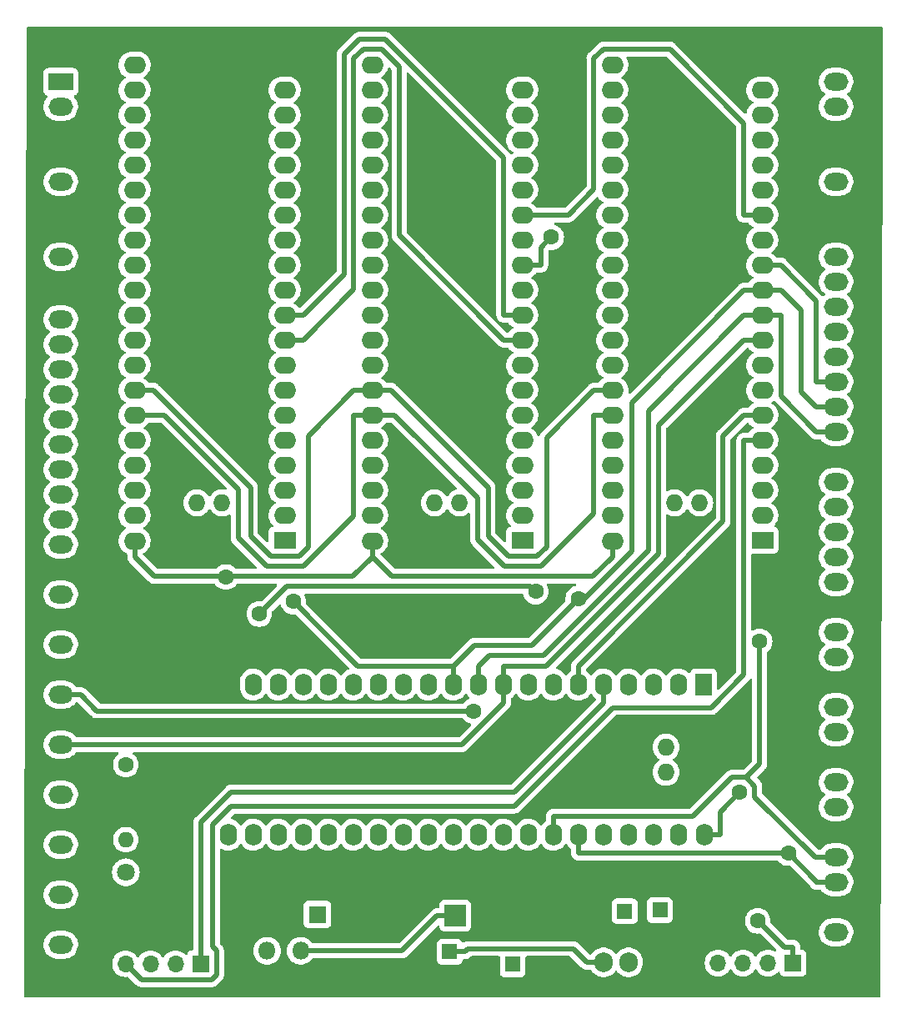
<source format=gbl>
G04 #@! TF.GenerationSoftware,KiCad,Pcbnew,7.0.11-7.0.11~ubuntu22.04.1*
G04 #@! TF.CreationDate,2024-07-25T22:24:47-03:00*
G04 #@! TF.ProjectId,Aquisicao_STM_Barramento_v01,41717569-7369-4636-916f-5f53544d5f42,V01*
G04 #@! TF.SameCoordinates,Original*
G04 #@! TF.FileFunction,Copper,L2,Bot*
G04 #@! TF.FilePolarity,Positive*
%FSLAX46Y46*%
G04 Gerber Fmt 4.6, Leading zero omitted, Abs format (unit mm)*
G04 Created by KiCad (PCBNEW 7.0.11-7.0.11~ubuntu22.04.1) date 2024-07-25 22:24:47*
%MOMM*%
%LPD*%
G01*
G04 APERTURE LIST*
G04 #@! TA.AperFunction,ComponentPad*
%ADD10C,1.600000*%
G04 #@! TD*
G04 #@! TA.AperFunction,ComponentPad*
%ADD11O,1.600000X1.600000*%
G04 #@! TD*
G04 #@! TA.AperFunction,ComponentPad*
%ADD12C,1.800000*%
G04 #@! TD*
G04 #@! TA.AperFunction,ComponentPad*
%ADD13R,1.800000X1.800000*%
G04 #@! TD*
G04 #@! TA.AperFunction,ComponentPad*
%ADD14R,1.700000X1.700000*%
G04 #@! TD*
G04 #@! TA.AperFunction,ComponentPad*
%ADD15O,1.700000X1.700000*%
G04 #@! TD*
G04 #@! TA.AperFunction,ComponentPad*
%ADD16R,2.250000X1.727200*%
G04 #@! TD*
G04 #@! TA.AperFunction,ComponentPad*
%ADD17O,2.250000X1.727200*%
G04 #@! TD*
G04 #@! TA.AperFunction,ComponentPad*
%ADD18O,1.727200X1.727200*%
G04 #@! TD*
G04 #@! TA.AperFunction,ComponentPad*
%ADD19R,1.600000X1.600000*%
G04 #@! TD*
G04 #@! TA.AperFunction,ComponentPad*
%ADD20O,1.800000X1.800000*%
G04 #@! TD*
G04 #@! TA.AperFunction,ComponentPad*
%ADD21R,1.905000X2.000000*%
G04 #@! TD*
G04 #@! TA.AperFunction,ComponentPad*
%ADD22O,1.905000X2.000000*%
G04 #@! TD*
G04 #@! TA.AperFunction,ComponentPad*
%ADD23O,2.500000X1.800000*%
G04 #@! TD*
G04 #@! TA.AperFunction,ComponentPad*
%ADD24R,2.500000X1.800000*%
G04 #@! TD*
G04 #@! TA.AperFunction,ComponentPad*
%ADD25R,1.727200X2.250000*%
G04 #@! TD*
G04 #@! TA.AperFunction,ComponentPad*
%ADD26O,1.727200X2.250000*%
G04 #@! TD*
G04 #@! TA.AperFunction,ComponentPad*
%ADD27R,2.200000X2.200000*%
G04 #@! TD*
G04 #@! TA.AperFunction,ComponentPad*
%ADD28O,2.200000X2.200000*%
G04 #@! TD*
G04 #@! TA.AperFunction,ViaPad*
%ADD29C,1.600000*%
G04 #@! TD*
G04 #@! TA.AperFunction,Conductor*
%ADD30C,0.500000*%
G04 #@! TD*
G04 #@! TA.AperFunction,Conductor*
%ADD31C,1.270000*%
G04 #@! TD*
G04 APERTURE END LIST*
D10*
X113284000Y-126492000D03*
D11*
X113284000Y-134112000D03*
D12*
X113284000Y-137414000D03*
D13*
X113284000Y-139954000D03*
D14*
X181050000Y-146625000D03*
D15*
X178510000Y-146625000D03*
X175970000Y-146625000D03*
X173430000Y-146625000D03*
D16*
X129420000Y-103710800D03*
D17*
X129420000Y-101170800D03*
X129420000Y-98630800D03*
X129420000Y-96090800D03*
X129420000Y-93550800D03*
X129420000Y-91010800D03*
X129420000Y-88470800D03*
X129420000Y-85930800D03*
X129420000Y-83390800D03*
X129420000Y-80850800D03*
X129420000Y-78310800D03*
X129420000Y-75770800D03*
X129420000Y-73230800D03*
X129420000Y-70690800D03*
X129420000Y-68150800D03*
X129420000Y-65610800D03*
X129420000Y-63070800D03*
X129420000Y-60530800D03*
X129420000Y-57990800D03*
X129420000Y-55450800D03*
X114180000Y-55450800D03*
X114180000Y-57990800D03*
X114180000Y-60530800D03*
X114180000Y-63070800D03*
X114180000Y-65610800D03*
X114180000Y-68150800D03*
X114180000Y-70690800D03*
X114180000Y-73230800D03*
X114180000Y-75770800D03*
X114180000Y-78310800D03*
X114180000Y-80850800D03*
X114180000Y-83390800D03*
X114180000Y-85930800D03*
X114180000Y-88470800D03*
X114180000Y-91010800D03*
X114180000Y-93550800D03*
X114180000Y-96090800D03*
X114180000Y-98630800D03*
X114180000Y-101170800D03*
X114180000Y-103761600D03*
D18*
X120520000Y-99900800D03*
X123060000Y-99900800D03*
D19*
X146180000Y-145478000D03*
D10*
X146180000Y-147978000D03*
D13*
X132736000Y-141700000D03*
D20*
X131036000Y-145400000D03*
X129336000Y-141700000D03*
X127636000Y-145400000D03*
X125936000Y-141700000D03*
D21*
X166890000Y-146550000D03*
D22*
X164350000Y-146550000D03*
X161810000Y-146550000D03*
D23*
X185420000Y-57150000D03*
X185420000Y-59690000D03*
X185420000Y-62230000D03*
X185420000Y-64770000D03*
X185420000Y-67310000D03*
X185420000Y-69850000D03*
X185420000Y-72390000D03*
X185420000Y-74930000D03*
X185420000Y-77470000D03*
X185420000Y-80010000D03*
X185420000Y-82550000D03*
X185420000Y-85090000D03*
X185420000Y-87630000D03*
X185420000Y-90170000D03*
X185420000Y-92710000D03*
X185420000Y-95250000D03*
X185420000Y-97790000D03*
X185420000Y-100330000D03*
X185420000Y-102870000D03*
X185420000Y-105410000D03*
X185420000Y-107950000D03*
X185420000Y-110490000D03*
X185420000Y-113030000D03*
X185420000Y-115570000D03*
X185420000Y-118110000D03*
X185420000Y-120650000D03*
X185420000Y-123190000D03*
X185420000Y-125730000D03*
X185420000Y-128270000D03*
X185420000Y-130810000D03*
X185420000Y-133350000D03*
X185420000Y-135890000D03*
X185420000Y-138430000D03*
X185420000Y-140970000D03*
X185420000Y-143510000D03*
D24*
X106680000Y-57150000D03*
D23*
X106680000Y-59690000D03*
X106680000Y-62230000D03*
X106680000Y-64770000D03*
X106680000Y-67310000D03*
X106680000Y-69850000D03*
X106680000Y-72390000D03*
X106680000Y-74930000D03*
X106680000Y-81280000D03*
X106680000Y-83820000D03*
X106680000Y-86360000D03*
X106680000Y-88900000D03*
X106680000Y-91440000D03*
X106680000Y-93980000D03*
X106680000Y-96520000D03*
X106680000Y-99060000D03*
X106680000Y-101600000D03*
X106680000Y-104140000D03*
X106680000Y-106680000D03*
X106680000Y-109220000D03*
X106680000Y-111760000D03*
X106680000Y-114300000D03*
X106680000Y-116840000D03*
X106680000Y-119380000D03*
X106680000Y-121920000D03*
X106680000Y-124460000D03*
X106680000Y-127000000D03*
X106680000Y-129540000D03*
X106680000Y-132080000D03*
X106680000Y-134620000D03*
X106680000Y-137160000D03*
X106680000Y-139700000D03*
X106680000Y-142240000D03*
X106680000Y-144780000D03*
X106680000Y-147320000D03*
D25*
X171958000Y-118354000D03*
D26*
X169418000Y-118354000D03*
X166878000Y-118354000D03*
X164338000Y-118354000D03*
X161798000Y-118354000D03*
X159258000Y-118354000D03*
X156718000Y-118354000D03*
X154178000Y-118354000D03*
X151638000Y-118354000D03*
X149098000Y-118354000D03*
X146558000Y-118354000D03*
X144018000Y-118354000D03*
X141478000Y-118354000D03*
X138938000Y-118354000D03*
X136398000Y-118354000D03*
X133858000Y-118354000D03*
X131318000Y-118354000D03*
X128778000Y-118354000D03*
X126238000Y-118354000D03*
X123698000Y-118354000D03*
X123698000Y-133594000D03*
X126238000Y-133594000D03*
X128778000Y-133594000D03*
X131318000Y-133594000D03*
X133858000Y-133594000D03*
X136398000Y-133594000D03*
X138938000Y-133594000D03*
X141478000Y-133594000D03*
X144018000Y-133594000D03*
X146558000Y-133594000D03*
X149098000Y-133594000D03*
X151638000Y-133594000D03*
X154178000Y-133594000D03*
X156718000Y-133594000D03*
X159258000Y-133594000D03*
X161798000Y-133594000D03*
X164338000Y-133594000D03*
X166878000Y-133594000D03*
X169418000Y-133594000D03*
X172008800Y-133594000D03*
D18*
X168148000Y-127254000D03*
X168148000Y-124714000D03*
D19*
X167521100Y-141250000D03*
D10*
X170021100Y-141250000D03*
D27*
X146754000Y-141833000D03*
D28*
X156914000Y-141833000D03*
D19*
X152574900Y-146750000D03*
D10*
X155074900Y-146750000D03*
D16*
X177934000Y-103710800D03*
D17*
X177934000Y-101170800D03*
X177934000Y-98630800D03*
X177934000Y-96090800D03*
X177934000Y-93550800D03*
X177934000Y-91010800D03*
X177934000Y-88470800D03*
X177934000Y-85930800D03*
X177934000Y-83390800D03*
X177934000Y-80850800D03*
X177934000Y-78310800D03*
X177934000Y-75770800D03*
X177934000Y-73230800D03*
X177934000Y-70690800D03*
X177934000Y-68150800D03*
X177934000Y-65610800D03*
X177934000Y-63070800D03*
X177934000Y-60530800D03*
X177934000Y-57990800D03*
X177934000Y-55450800D03*
X162694000Y-55450800D03*
X162694000Y-57990800D03*
X162694000Y-60530800D03*
X162694000Y-63070800D03*
X162694000Y-65610800D03*
X162694000Y-68150800D03*
X162694000Y-70690800D03*
X162694000Y-73230800D03*
X162694000Y-75770800D03*
X162694000Y-78310800D03*
X162694000Y-80850800D03*
X162694000Y-83390800D03*
X162694000Y-85930800D03*
X162694000Y-88470800D03*
X162694000Y-91010800D03*
X162694000Y-93550800D03*
X162694000Y-96090800D03*
X162694000Y-98630800D03*
X162694000Y-101170800D03*
X162694000Y-103761600D03*
D18*
X169034000Y-99900800D03*
X171574000Y-99900800D03*
D19*
X163955000Y-141378000D03*
D10*
X161455000Y-141378000D03*
D14*
X120870000Y-146700000D03*
D15*
X118330000Y-146700000D03*
X115790000Y-146700000D03*
X113250000Y-146700000D03*
D16*
X153550000Y-103710800D03*
D17*
X153550000Y-101170800D03*
X153550000Y-98630800D03*
X153550000Y-96090800D03*
X153550000Y-93550800D03*
X153550000Y-91010800D03*
X153550000Y-88470800D03*
X153550000Y-85930800D03*
X153550000Y-83390800D03*
X153550000Y-80850800D03*
X153550000Y-78310800D03*
X153550000Y-75770800D03*
X153550000Y-73230800D03*
X153550000Y-70690800D03*
X153550000Y-68150800D03*
X153550000Y-65610800D03*
X153550000Y-63070800D03*
X153550000Y-60530800D03*
X153550000Y-57990800D03*
X153550000Y-55450800D03*
X138310000Y-55450800D03*
X138310000Y-57990800D03*
X138310000Y-60530800D03*
X138310000Y-63070800D03*
X138310000Y-65610800D03*
X138310000Y-68150800D03*
X138310000Y-70690800D03*
X138310000Y-73230800D03*
X138310000Y-75770800D03*
X138310000Y-78310800D03*
X138310000Y-80850800D03*
X138310000Y-83390800D03*
X138310000Y-85930800D03*
X138310000Y-88470800D03*
X138310000Y-91010800D03*
X138310000Y-93550800D03*
X138310000Y-96090800D03*
X138310000Y-98630800D03*
X138310000Y-101170800D03*
X138310000Y-103761600D03*
D18*
X144650000Y-99900800D03*
X147190000Y-99900800D03*
D29*
X123444000Y-107442000D03*
X175618600Y-129325700D03*
X173100000Y-107200000D03*
X172700000Y-90600000D03*
X163300000Y-126900000D03*
X157300000Y-85900000D03*
X142500000Y-96000000D03*
X166000000Y-114500000D03*
X118400000Y-96100000D03*
X169200000Y-62300000D03*
X171900000Y-59400000D03*
X153700000Y-111500000D03*
X153900000Y-124300000D03*
X144700000Y-66500000D03*
X143100000Y-111300000D03*
X158800000Y-64900000D03*
X145300000Y-85600000D03*
X178900000Y-128200000D03*
X179900000Y-109800000D03*
X170300000Y-96500000D03*
X145100000Y-104300000D03*
X158800000Y-75700000D03*
X148594800Y-121038100D03*
X177649700Y-113976500D03*
X180563600Y-135470900D03*
X156484300Y-72928900D03*
X159239700Y-109627200D03*
X130300300Y-109934800D03*
X154902300Y-108920200D03*
X126835700Y-111185600D03*
X177463500Y-142346100D03*
D30*
X127802800Y-147978000D02*
X146180000Y-147978000D01*
X146180000Y-145478000D02*
X147731900Y-145478000D01*
X147731900Y-145478000D02*
X148036000Y-145173900D01*
X158729500Y-145173900D02*
X160105600Y-146550000D01*
X161810000Y-146550000D02*
X160105600Y-146550000D01*
X148036000Y-145173900D02*
X158729500Y-145173900D01*
X173624300Y-131320000D02*
X175618600Y-129325700D01*
X160702900Y-107368200D02*
X140301100Y-107368200D01*
X114180000Y-103761600D02*
X114180000Y-105377100D01*
X136306200Y-107380900D02*
X116183800Y-107380900D01*
X116183800Y-107380900D02*
X114180000Y-105377100D01*
X138310000Y-105377100D02*
X136306200Y-107380900D01*
X138310000Y-103761600D02*
X138310000Y-105377100D01*
X140301100Y-107368200D02*
X138310000Y-105377100D01*
X162694000Y-105377100D02*
X160702900Y-107368200D01*
X172008800Y-133594000D02*
X173624300Y-133594000D01*
X173624300Y-133594000D02*
X173624300Y-131320000D01*
X162694000Y-103761600D02*
X162694000Y-105377100D01*
X185420000Y-140970000D02*
X183418100Y-140970000D01*
X108681900Y-62230000D02*
X108681900Y-58370500D01*
X129420000Y-55450800D02*
X129420000Y-53835300D01*
X183242300Y-140794200D02*
X170476900Y-140794200D01*
X177934000Y-55450800D02*
X177934000Y-53835300D01*
X153550000Y-55450800D02*
X153550000Y-53835300D01*
X104679600Y-111760000D02*
X104678100Y-111758500D01*
X106680000Y-116840000D02*
X104929000Y-116840000D01*
X104929000Y-116840000D02*
X104679600Y-116840000D01*
X104679600Y-121920000D02*
X104678100Y-121918500D01*
X153550000Y-53835300D02*
X151546200Y-51831500D01*
X104678100Y-126999200D02*
X104678100Y-121920000D01*
X106680000Y-69850000D02*
X108681900Y-69850000D01*
X161455000Y-141378000D02*
X161455000Y-141600500D01*
X158998400Y-141600500D02*
X158765900Y-141833000D01*
X104678100Y-111758500D02*
X104678100Y-106680000D01*
X129336000Y-141700000D02*
X127684100Y-141700000D01*
X104678100Y-116840000D02*
X104678100Y-111760000D01*
X156914000Y-141833000D02*
X158765900Y-141833000D01*
X155074900Y-146943800D02*
X153716800Y-148301900D01*
X164687300Y-144347300D02*
X166890000Y-146550000D01*
X106680000Y-137160000D02*
X104929000Y-137160000D01*
X155074900Y-146750000D02*
X155074900Y-146943800D01*
X176932100Y-52833400D02*
X154551900Y-52833400D01*
X125936000Y-141700000D02*
X127684100Y-141700000D01*
X104678100Y-132079200D02*
X104678100Y-127000000D01*
X164201800Y-144347300D02*
X164687300Y-144347300D01*
X106680000Y-111760000D02*
X104929000Y-111760000D01*
X104678900Y-132080000D02*
X104678100Y-132080000D01*
X151546200Y-51831500D02*
X131423800Y-51831500D01*
X104678900Y-127000000D02*
X104678100Y-127000000D01*
X104929000Y-132080000D02*
X104679600Y-132080000D01*
X104929000Y-121920000D02*
X104679600Y-121920000D01*
X146503900Y-148301900D02*
X146180000Y-147978000D01*
X120568500Y-116840000D02*
X122082500Y-118354000D01*
X106680000Y-127000000D02*
X104929000Y-127000000D01*
X106680000Y-62230000D02*
X108681900Y-62230000D01*
X104678100Y-121918500D02*
X104678100Y-116840000D01*
X170476900Y-140794200D02*
X170021100Y-141250000D01*
X185532900Y-63881900D02*
X185420000Y-63881900D01*
X183418100Y-140970000D02*
X183242300Y-140794200D01*
X108681900Y-58370500D02*
X113217100Y-53835300D01*
X154551900Y-52833400D02*
X153550000Y-53835300D01*
X106680000Y-116840000D02*
X120568500Y-116840000D01*
X106680000Y-121920000D02*
X104929000Y-121920000D01*
X104929000Y-137160000D02*
X104678100Y-136909100D01*
D31*
X169200000Y-62300000D02*
X169200000Y-62100000D01*
D30*
X104679600Y-116840000D02*
X104678900Y-116840000D01*
X106680000Y-106680000D02*
X104678100Y-106680000D01*
D31*
X169200000Y-62100000D02*
X171900000Y-59400000D01*
D30*
X104678900Y-127000000D02*
X104678100Y-126999200D01*
X104678900Y-132080000D02*
X104678100Y-132079200D01*
X104929000Y-111760000D02*
X104679600Y-111760000D01*
X104929000Y-127000000D02*
X104679600Y-127000000D01*
X123698000Y-118354000D02*
X122082500Y-118354000D01*
X104679600Y-111760000D02*
X104678100Y-111760000D01*
X125936000Y-146111200D02*
X127802800Y-147978000D01*
X106680000Y-132080000D02*
X104929000Y-132080000D01*
X106680000Y-64770000D02*
X108681900Y-64770000D01*
X177934000Y-53835300D02*
X176932100Y-52833400D01*
X125936000Y-141700000D02*
X125936000Y-146111200D01*
X153716800Y-148301900D02*
X146503900Y-148301900D01*
X104679600Y-127000000D02*
X104678900Y-127000000D01*
X108681900Y-69850000D02*
X108681900Y-64770000D01*
X185420000Y-64770000D02*
X186421000Y-64770000D01*
X104679600Y-121920000D02*
X104678100Y-121920000D01*
X104679600Y-132080000D02*
X104678900Y-132080000D01*
X161455000Y-141600500D02*
X158998400Y-141600500D01*
X186421000Y-64770000D02*
X185532900Y-63881900D01*
X104678100Y-136909100D02*
X104678100Y-132080000D01*
X113217100Y-53835300D02*
X129420000Y-53835300D01*
X161455000Y-141600500D02*
X164201800Y-144347300D01*
X131423800Y-51831500D02*
X129420000Y-53835300D01*
X104678900Y-116840000D02*
X104678100Y-116840000D01*
X173950200Y-93117700D02*
X173950200Y-101784900D01*
X108681900Y-119380000D02*
X110340000Y-121038100D01*
X110340000Y-121038100D02*
X148594800Y-121038100D01*
X177934000Y-91010800D02*
X176057100Y-91010800D01*
X106680000Y-119380000D02*
X108681900Y-119380000D01*
X173950200Y-101784900D02*
X159258000Y-116477100D01*
X176057100Y-91010800D02*
X173950200Y-93117700D01*
X159258000Y-118354000D02*
X159258000Y-116477100D01*
X151638000Y-116477100D02*
X156002800Y-116477100D01*
X156002800Y-116477100D02*
X167418500Y-105061400D01*
X136433100Y-78254600D02*
X136433100Y-54781700D01*
X151638000Y-118354000D02*
X151638000Y-120230900D01*
X167418500Y-105061400D02*
X167418500Y-92029400D01*
X139240500Y-53835300D02*
X141032700Y-55627500D01*
X151638000Y-120230900D02*
X147408900Y-124460000D01*
X153550000Y-83390800D02*
X151673100Y-83390800D01*
X141032700Y-72750400D02*
X151673100Y-83390800D01*
X131296900Y-83390800D02*
X136433100Y-78254600D01*
X137379500Y-53835300D02*
X139240500Y-53835300D01*
X151638000Y-118354000D02*
X151638000Y-116477100D01*
X136433100Y-54781700D02*
X137379500Y-53835300D01*
X147408900Y-124460000D02*
X108681900Y-124460000D01*
X129420000Y-83390800D02*
X131296900Y-83390800D01*
X167418500Y-92029400D02*
X176057100Y-83390800D01*
X106680000Y-124460000D02*
X108681900Y-124460000D01*
X141032700Y-55627500D02*
X141032700Y-72750400D01*
X177934000Y-83390800D02*
X176057100Y-83390800D01*
X144902100Y-141833000D02*
X141335100Y-145400000D01*
X141335100Y-145400000D02*
X131036000Y-145400000D01*
X146754000Y-141833000D02*
X144902100Y-141833000D01*
X160817100Y-88470800D02*
X156019200Y-93268700D01*
X152111300Y-105326300D02*
X150083200Y-103298200D01*
X177168600Y-128658900D02*
X176283500Y-127773800D01*
X177649700Y-113976500D02*
X177649700Y-126407600D01*
X150083200Y-98367100D02*
X140186900Y-88470800D01*
X176283500Y-127773800D02*
X174826200Y-127773800D01*
X136433100Y-88470800D02*
X131795700Y-93108200D01*
X125953200Y-98367100D02*
X116056900Y-88470800D01*
X170882900Y-131717100D02*
X156718000Y-131717100D01*
X156019200Y-93268700D02*
X156019200Y-104354900D01*
X156019200Y-104354900D02*
X155047800Y-105326300D01*
X156718000Y-131717100D02*
X156718000Y-133594000D01*
X130877800Y-105326300D02*
X127983600Y-105326300D01*
X185420000Y-135890000D02*
X183290000Y-135890000D01*
X162694000Y-88470800D02*
X160817100Y-88470800D01*
X150083200Y-103298200D02*
X150083200Y-98367100D01*
X174826200Y-127773800D02*
X170882900Y-131717100D01*
X177168600Y-129768600D02*
X177168600Y-128658900D01*
X131795700Y-93108200D02*
X131795700Y-104408400D01*
X155047800Y-105326300D02*
X152111300Y-105326300D01*
X125953200Y-103295900D02*
X125953200Y-98367100D01*
X138310000Y-88470800D02*
X140186900Y-88470800D01*
X177649700Y-126407600D02*
X176283500Y-127773800D01*
X131795700Y-104408400D02*
X130877800Y-105326300D01*
X127983600Y-105326300D02*
X125953200Y-103295900D01*
X114180000Y-88470800D02*
X116056900Y-88470800D01*
X138310000Y-88470800D02*
X136433100Y-88470800D01*
X183290000Y-135890000D02*
X177168600Y-129768600D01*
X124686200Y-103478900D02*
X124686200Y-98514314D01*
X160817100Y-100995500D02*
X155446300Y-106366300D01*
X183418100Y-138430000D02*
X183418100Y-138325400D01*
X159258000Y-133594000D02*
X159258000Y-135470900D01*
X149013200Y-99439400D02*
X140584600Y-91010800D01*
X131299300Y-106379000D02*
X127586300Y-106379000D01*
X140584600Y-91010800D02*
X138310000Y-91010800D01*
X183418100Y-138325400D02*
X180563600Y-135470900D01*
X159258000Y-135470900D02*
X180563600Y-135470900D01*
X124686200Y-98514314D02*
X117182686Y-91010800D01*
X136433100Y-101245200D02*
X131299300Y-106379000D01*
X162694000Y-91010800D02*
X160817100Y-91010800D01*
X138310000Y-91010800D02*
X136433100Y-91010800D01*
X149013200Y-103648100D02*
X149013200Y-99439400D01*
X151731400Y-106366300D02*
X149013200Y-103648100D01*
X155446300Y-106366300D02*
X151731400Y-106366300D01*
X136433100Y-91010800D02*
X136433100Y-101245200D01*
X160817100Y-91010800D02*
X160817100Y-100995500D01*
X127586300Y-106379000D02*
X124686200Y-103478900D01*
X117182686Y-91010800D02*
X114180000Y-91010800D01*
X185420000Y-138430000D02*
X183418100Y-138430000D01*
X177934000Y-70690800D02*
X176057100Y-70690800D01*
X176057100Y-70690800D02*
X176057100Y-61357100D01*
X176057100Y-61357100D02*
X168535300Y-53835300D01*
X168535300Y-53835300D02*
X161766125Y-53835300D01*
X158209200Y-70690800D02*
X153550000Y-70690800D01*
X161766125Y-53835300D02*
X160819000Y-54782425D01*
X160819000Y-54782425D02*
X160819000Y-68081000D01*
X160819000Y-68081000D02*
X158209200Y-70690800D01*
X177934000Y-75770800D02*
X179810900Y-75770800D01*
X183418100Y-79378000D02*
X179810900Y-75770800D01*
X156484300Y-72928900D02*
X155426900Y-73986300D01*
X185420000Y-87630000D02*
X183418100Y-87630000D01*
X155426900Y-73986300D02*
X155426900Y-75770800D01*
X153550000Y-75770800D02*
X155426900Y-75770800D01*
X183418100Y-87630000D02*
X183418100Y-79378000D01*
X146558000Y-116477100D02*
X136842600Y-116477100D01*
X148671900Y-114363200D02*
X146558000Y-116477100D01*
X177934000Y-78310800D02*
X179810900Y-78310800D01*
X146558000Y-118354000D02*
X146558000Y-116477100D01*
X179810900Y-78310800D02*
X181860700Y-80360600D01*
X164661200Y-104837600D02*
X159871600Y-109627200D01*
X154503700Y-114363200D02*
X148671900Y-114363200D01*
X164661200Y-89706700D02*
X164661200Y-104837600D01*
X185420000Y-90170000D02*
X183418100Y-90170000D01*
X181860700Y-88612600D02*
X183418100Y-90170000D01*
X181860700Y-80360600D02*
X181860700Y-88612600D01*
X176057100Y-78310800D02*
X164661200Y-89706700D01*
X177934000Y-78310800D02*
X176057100Y-78310800D01*
X159239700Y-109627200D02*
X154503700Y-114363200D01*
X159871600Y-109627200D02*
X159239700Y-109627200D01*
X136842600Y-116477100D02*
X130300300Y-109934800D01*
X176057100Y-80850800D02*
X166342000Y-90565900D01*
X177934000Y-80850800D02*
X179810900Y-80850800D01*
X166342000Y-90565900D02*
X166342000Y-104720900D01*
X135431200Y-54366600D02*
X135431200Y-76716500D01*
X155699700Y-115363200D02*
X150211900Y-115363200D01*
X139655600Y-52833400D02*
X136964400Y-52833400D01*
X149098000Y-118354000D02*
X149098000Y-116477100D01*
X183418100Y-92710000D02*
X179810900Y-89102800D01*
X153550000Y-80850800D02*
X151673100Y-80850800D01*
X150211900Y-115363200D02*
X149098000Y-116477100D01*
X185420000Y-92710000D02*
X183418100Y-92710000D01*
X166342000Y-104720900D02*
X155699700Y-115363200D01*
X151673100Y-64850900D02*
X139655600Y-52833400D01*
X177934000Y-80850800D02*
X176057100Y-80850800D01*
X136964400Y-52833400D02*
X135431200Y-54366600D01*
X129420000Y-80850800D02*
X131296900Y-80850800D01*
X135431200Y-76716500D02*
X131296900Y-80850800D01*
X151673100Y-80850800D02*
X151673100Y-64850900D01*
X179810900Y-89102800D02*
X179810900Y-80850800D01*
X123998300Y-130700600D02*
X122082500Y-132616400D01*
X122082500Y-144965200D02*
X122490700Y-145373400D01*
X122011600Y-148321700D02*
X114871700Y-148321700D01*
X122082500Y-132616400D02*
X122082500Y-144965200D01*
X152742514Y-130700600D02*
X123998300Y-130700600D01*
X176057100Y-93550800D02*
X176057100Y-117351400D01*
X172708500Y-120700000D02*
X162743114Y-120700000D01*
X122490700Y-145373400D02*
X122490700Y-147842600D01*
X162743114Y-120700000D02*
X152742514Y-130700600D01*
X177934000Y-93550800D02*
X176057100Y-93550800D01*
X122490700Y-147842600D02*
X122011600Y-148321700D01*
X114871700Y-148321700D02*
X113250000Y-146700000D01*
X176057100Y-117351400D02*
X172708500Y-120700000D01*
X126835700Y-111185600D02*
X129638400Y-108382900D01*
X129638400Y-108382900D02*
X154365000Y-108382900D01*
X154365000Y-108382900D02*
X154902300Y-108920200D01*
X161798000Y-120230900D02*
X152761000Y-129267900D01*
X120870000Y-132362600D02*
X120870000Y-146700000D01*
X161798000Y-118354000D02*
X161798000Y-120230900D01*
X152761000Y-129267900D02*
X123964700Y-129267900D01*
X123964700Y-129267900D02*
X120870000Y-132362600D01*
X180140500Y-145023100D02*
X177463500Y-142346100D01*
X181050000Y-145023100D02*
X180140500Y-145023100D01*
X181050000Y-146625000D02*
X181050000Y-145023100D01*
G04 #@! TA.AperFunction,Conductor*
G36*
X176867614Y-117773403D02*
G01*
X176897643Y-117836490D01*
X176899200Y-117856081D01*
X176899200Y-126045370D01*
X176879515Y-126112409D01*
X176862881Y-126133051D01*
X176008951Y-126986981D01*
X175947628Y-127020466D01*
X175921270Y-127023300D01*
X174889905Y-127023300D01*
X174871935Y-127021991D01*
X174848172Y-127018510D01*
X174801842Y-127022564D01*
X174798832Y-127022828D01*
X174788026Y-127023300D01*
X174782484Y-127023300D01*
X174751684Y-127026900D01*
X174748099Y-127027266D01*
X174673400Y-127033801D01*
X174666333Y-127035261D01*
X174666321Y-127035204D01*
X174658954Y-127036838D01*
X174658968Y-127036894D01*
X174651945Y-127038558D01*
X174581470Y-127064207D01*
X174578070Y-127065389D01*
X174506866Y-127088985D01*
X174500319Y-127092038D01*
X174500294Y-127091986D01*
X174493510Y-127095270D01*
X174493536Y-127095321D01*
X174487084Y-127098561D01*
X174424436Y-127139765D01*
X174421396Y-127141702D01*
X174357547Y-127181085D01*
X174351882Y-127185565D01*
X174351846Y-127185519D01*
X174345998Y-127190284D01*
X174346035Y-127190328D01*
X174340510Y-127194964D01*
X174289048Y-127249509D01*
X174286536Y-127252094D01*
X170608351Y-130930281D01*
X170547028Y-130963766D01*
X170520670Y-130966600D01*
X156743445Y-130966600D01*
X156736235Y-130966390D01*
X156674065Y-130962769D01*
X156674062Y-130962769D01*
X156612719Y-130973585D01*
X156605585Y-130974630D01*
X156543750Y-130981857D01*
X156543743Y-130981859D01*
X156533201Y-130985696D01*
X156512335Y-130991286D01*
X156501297Y-130993232D01*
X156501285Y-130993236D01*
X156444105Y-131017900D01*
X156437406Y-131020561D01*
X156378885Y-131041861D01*
X156378881Y-131041863D01*
X156369502Y-131048031D01*
X156350498Y-131058277D01*
X156340204Y-131062718D01*
X156340189Y-131062726D01*
X156290240Y-131099912D01*
X156284335Y-131104047D01*
X156232306Y-131138268D01*
X156224606Y-131146429D01*
X156208469Y-131160789D01*
X156199470Y-131167488D01*
X156199470Y-131167489D01*
X156159432Y-131215202D01*
X156154641Y-131220586D01*
X156111905Y-131265884D01*
X156106300Y-131275593D01*
X156093909Y-131293291D01*
X156086699Y-131301883D01*
X156058749Y-131357536D01*
X156055327Y-131363881D01*
X156024188Y-131417817D01*
X156024187Y-131417819D01*
X156020968Y-131428570D01*
X156012996Y-131448637D01*
X156007960Y-131458665D01*
X156007959Y-131458669D01*
X155993598Y-131519258D01*
X155991733Y-131526220D01*
X155973869Y-131585892D01*
X155973217Y-131597090D01*
X155970087Y-131618461D01*
X155967500Y-131629379D01*
X155967500Y-131691654D01*
X155967290Y-131698864D01*
X155963668Y-131761033D01*
X155963669Y-131761035D01*
X155965616Y-131772077D01*
X155967500Y-131793609D01*
X155967500Y-132123488D01*
X155947815Y-132190527D01*
X155908515Y-132229077D01*
X155903930Y-132231900D01*
X155729623Y-132385310D01*
X155729621Y-132385312D01*
X155583744Y-132565976D01*
X155583741Y-132565980D01*
X155556414Y-132614898D01*
X155506534Y-132663824D01*
X155438121Y-132678016D01*
X155372896Y-132652968D01*
X155345426Y-132623860D01*
X155243157Y-132472548D01*
X155082484Y-132304905D01*
X155082483Y-132304904D01*
X154895797Y-132166831D01*
X154799083Y-132118069D01*
X154688452Y-132062290D01*
X154466427Y-131994296D01*
X154466425Y-131994295D01*
X154466423Y-131994295D01*
X154236097Y-131964801D01*
X154004112Y-131974656D01*
X154004108Y-131974656D01*
X153777114Y-132023577D01*
X153777111Y-132023578D01*
X153561660Y-132110154D01*
X153363926Y-132231903D01*
X153189623Y-132385310D01*
X153189621Y-132385312D01*
X153043744Y-132565976D01*
X153043741Y-132565980D01*
X153016414Y-132614898D01*
X152966534Y-132663824D01*
X152898121Y-132678016D01*
X152832896Y-132652968D01*
X152805426Y-132623860D01*
X152703157Y-132472548D01*
X152542484Y-132304905D01*
X152542483Y-132304904D01*
X152355797Y-132166831D01*
X152259083Y-132118069D01*
X152148452Y-132062290D01*
X151926427Y-131994296D01*
X151926425Y-131994295D01*
X151926423Y-131994295D01*
X151696097Y-131964801D01*
X151464112Y-131974656D01*
X151464108Y-131974656D01*
X151237114Y-132023577D01*
X151237111Y-132023578D01*
X151021660Y-132110154D01*
X150823926Y-132231903D01*
X150649623Y-132385310D01*
X150649621Y-132385312D01*
X150503744Y-132565976D01*
X150503741Y-132565980D01*
X150476414Y-132614898D01*
X150426534Y-132663824D01*
X150358121Y-132678016D01*
X150292896Y-132652968D01*
X150265426Y-132623860D01*
X150163157Y-132472548D01*
X150002484Y-132304905D01*
X150002483Y-132304904D01*
X149815797Y-132166831D01*
X149719083Y-132118069D01*
X149608452Y-132062290D01*
X149386427Y-131994296D01*
X149386425Y-131994295D01*
X149386423Y-131994295D01*
X149156097Y-131964801D01*
X148924112Y-131974656D01*
X148924108Y-131974656D01*
X148697114Y-132023577D01*
X148697111Y-132023578D01*
X148481660Y-132110154D01*
X148283926Y-132231903D01*
X148109623Y-132385310D01*
X148109621Y-132385312D01*
X147963744Y-132565976D01*
X147963741Y-132565980D01*
X147936414Y-132614898D01*
X147886534Y-132663824D01*
X147818121Y-132678016D01*
X147752896Y-132652968D01*
X147725426Y-132623860D01*
X147623157Y-132472548D01*
X147462484Y-132304905D01*
X147462483Y-132304904D01*
X147275797Y-132166831D01*
X147179083Y-132118069D01*
X147068452Y-132062290D01*
X146846427Y-131994296D01*
X146846425Y-131994295D01*
X146846423Y-131994295D01*
X146616097Y-131964801D01*
X146384112Y-131974656D01*
X146384108Y-131974656D01*
X146157114Y-132023577D01*
X146157111Y-132023578D01*
X145941660Y-132110154D01*
X145743926Y-132231903D01*
X145569623Y-132385310D01*
X145569621Y-132385312D01*
X145423744Y-132565976D01*
X145423741Y-132565980D01*
X145396414Y-132614898D01*
X145346534Y-132663824D01*
X145278121Y-132678016D01*
X145212896Y-132652968D01*
X145185426Y-132623860D01*
X145083157Y-132472548D01*
X144922484Y-132304905D01*
X144922483Y-132304904D01*
X144735797Y-132166831D01*
X144639083Y-132118069D01*
X144528452Y-132062290D01*
X144306427Y-131994296D01*
X144306425Y-131994295D01*
X144306423Y-131994295D01*
X144076097Y-131964801D01*
X143844112Y-131974656D01*
X143844108Y-131974656D01*
X143617114Y-132023577D01*
X143617111Y-132023578D01*
X143401660Y-132110154D01*
X143203926Y-132231903D01*
X143029623Y-132385310D01*
X143029621Y-132385312D01*
X142883744Y-132565976D01*
X142883741Y-132565980D01*
X142856414Y-132614898D01*
X142806534Y-132663824D01*
X142738121Y-132678016D01*
X142672896Y-132652968D01*
X142645426Y-132623860D01*
X142543157Y-132472548D01*
X142382484Y-132304905D01*
X142382483Y-132304904D01*
X142195797Y-132166831D01*
X142099083Y-132118069D01*
X141988452Y-132062290D01*
X141766427Y-131994296D01*
X141766425Y-131994295D01*
X141766423Y-131994295D01*
X141536097Y-131964801D01*
X141304112Y-131974656D01*
X141304108Y-131974656D01*
X141077114Y-132023577D01*
X141077111Y-132023578D01*
X140861660Y-132110154D01*
X140663926Y-132231903D01*
X140489623Y-132385310D01*
X140489621Y-132385312D01*
X140343744Y-132565976D01*
X140343741Y-132565980D01*
X140316414Y-132614898D01*
X140266534Y-132663824D01*
X140198121Y-132678016D01*
X140132896Y-132652968D01*
X140105426Y-132623860D01*
X140003157Y-132472548D01*
X139842484Y-132304905D01*
X139842483Y-132304904D01*
X139655797Y-132166831D01*
X139559083Y-132118069D01*
X139448452Y-132062290D01*
X139226427Y-131994296D01*
X139226425Y-131994295D01*
X139226423Y-131994295D01*
X138996097Y-131964801D01*
X138764112Y-131974656D01*
X138764108Y-131974656D01*
X138537114Y-132023577D01*
X138537111Y-132023578D01*
X138321660Y-132110154D01*
X138123926Y-132231903D01*
X137949623Y-132385310D01*
X137949621Y-132385312D01*
X137803744Y-132565976D01*
X137803741Y-132565980D01*
X137776414Y-132614898D01*
X137726534Y-132663824D01*
X137658121Y-132678016D01*
X137592896Y-132652968D01*
X137565426Y-132623860D01*
X137463157Y-132472548D01*
X137302484Y-132304905D01*
X137302483Y-132304904D01*
X137115797Y-132166831D01*
X137019083Y-132118069D01*
X136908452Y-132062290D01*
X136686427Y-131994296D01*
X136686425Y-131994295D01*
X136686423Y-131994295D01*
X136456097Y-131964801D01*
X136224112Y-131974656D01*
X136224108Y-131974656D01*
X135997114Y-132023577D01*
X135997111Y-132023578D01*
X135781660Y-132110154D01*
X135583926Y-132231903D01*
X135409623Y-132385310D01*
X135409621Y-132385312D01*
X135263744Y-132565976D01*
X135263741Y-132565980D01*
X135236414Y-132614898D01*
X135186534Y-132663824D01*
X135118121Y-132678016D01*
X135052896Y-132652968D01*
X135025426Y-132623860D01*
X134923157Y-132472548D01*
X134762484Y-132304905D01*
X134762483Y-132304904D01*
X134575797Y-132166831D01*
X134479083Y-132118069D01*
X134368452Y-132062290D01*
X134146427Y-131994296D01*
X134146425Y-131994295D01*
X134146423Y-131994295D01*
X133916097Y-131964801D01*
X133684112Y-131974656D01*
X133684108Y-131974656D01*
X133457114Y-132023577D01*
X133457111Y-132023578D01*
X133241660Y-132110154D01*
X133043926Y-132231903D01*
X132869623Y-132385310D01*
X132869621Y-132385312D01*
X132723744Y-132565976D01*
X132723741Y-132565980D01*
X132696414Y-132614898D01*
X132646534Y-132663824D01*
X132578121Y-132678016D01*
X132512896Y-132652968D01*
X132485426Y-132623860D01*
X132383157Y-132472548D01*
X132222484Y-132304905D01*
X132222483Y-132304904D01*
X132035797Y-132166831D01*
X131939083Y-132118069D01*
X131828452Y-132062290D01*
X131606427Y-131994296D01*
X131606425Y-131994295D01*
X131606423Y-131994295D01*
X131376097Y-131964801D01*
X131144112Y-131974656D01*
X131144108Y-131974656D01*
X130917114Y-132023577D01*
X130917111Y-132023578D01*
X130701660Y-132110154D01*
X130503926Y-132231903D01*
X130329623Y-132385310D01*
X130329621Y-132385312D01*
X130183744Y-132565976D01*
X130183741Y-132565980D01*
X130156414Y-132614898D01*
X130106534Y-132663824D01*
X130038121Y-132678016D01*
X129972896Y-132652968D01*
X129945426Y-132623860D01*
X129843157Y-132472548D01*
X129682484Y-132304905D01*
X129682483Y-132304904D01*
X129495797Y-132166831D01*
X129399083Y-132118069D01*
X129288452Y-132062290D01*
X129066427Y-131994296D01*
X129066425Y-131994295D01*
X129066423Y-131994295D01*
X128836097Y-131964801D01*
X128604112Y-131974656D01*
X128604108Y-131974656D01*
X128377114Y-132023577D01*
X128377111Y-132023578D01*
X128161660Y-132110154D01*
X127963926Y-132231903D01*
X127789623Y-132385310D01*
X127789621Y-132385312D01*
X127643744Y-132565976D01*
X127643741Y-132565980D01*
X127616414Y-132614898D01*
X127566534Y-132663824D01*
X127498121Y-132678016D01*
X127432896Y-132652968D01*
X127405426Y-132623860D01*
X127303157Y-132472548D01*
X127142484Y-132304905D01*
X127142483Y-132304904D01*
X126955797Y-132166831D01*
X126859083Y-132118069D01*
X126748452Y-132062290D01*
X126526427Y-131994296D01*
X126526425Y-131994295D01*
X126526423Y-131994295D01*
X126296097Y-131964801D01*
X126064112Y-131974656D01*
X126064108Y-131974656D01*
X125837114Y-132023577D01*
X125837111Y-132023578D01*
X125621660Y-132110154D01*
X125423926Y-132231903D01*
X125249623Y-132385310D01*
X125249621Y-132385312D01*
X125103744Y-132565976D01*
X125103741Y-132565980D01*
X125076414Y-132614898D01*
X125026534Y-132663824D01*
X124958121Y-132678016D01*
X124892896Y-132652968D01*
X124865426Y-132623860D01*
X124763157Y-132472548D01*
X124602484Y-132304905D01*
X124602483Y-132304904D01*
X124415797Y-132166831D01*
X124319083Y-132118069D01*
X124208452Y-132062290D01*
X124014875Y-132003008D01*
X123956538Y-131964555D01*
X123928251Y-131900668D01*
X123938995Y-131831629D01*
X123963501Y-131796765D01*
X124272848Y-131487419D01*
X124334171Y-131453934D01*
X124360529Y-131451100D01*
X152678809Y-131451100D01*
X152696779Y-131452409D01*
X152720537Y-131455889D01*
X152769883Y-131451571D01*
X152780690Y-131451100D01*
X152786218Y-131451100D01*
X152786223Y-131451100D01*
X152817070Y-131447493D01*
X152820544Y-131447139D01*
X152895311Y-131440599D01*
X152895319Y-131440596D01*
X152902380Y-131439139D01*
X152902392Y-131439198D01*
X152909757Y-131437565D01*
X152909743Y-131437506D01*
X152916763Y-131435841D01*
X152916769Y-131435841D01*
X152987293Y-131410172D01*
X152990631Y-131409012D01*
X153061848Y-131385414D01*
X153061856Y-131385408D01*
X153068396Y-131382360D01*
X153068422Y-131382416D01*
X153075204Y-131379132D01*
X153075177Y-131379078D01*
X153081627Y-131375838D01*
X153081631Y-131375837D01*
X153144351Y-131334584D01*
X153147246Y-131332740D01*
X153211170Y-131293312D01*
X153211176Y-131293305D01*
X153216839Y-131288829D01*
X153216876Y-131288877D01*
X153222718Y-131284118D01*
X153222678Y-131284071D01*
X153228200Y-131279435D01*
X153228210Y-131279430D01*
X153279699Y-131224853D01*
X153282146Y-131222334D01*
X157250474Y-127254006D01*
X166779225Y-127254006D01*
X166797892Y-127479289D01*
X166853388Y-127698439D01*
X166944198Y-127905466D01*
X167067842Y-128094716D01*
X167067850Y-128094727D01*
X167219269Y-128259210D01*
X167220954Y-128261040D01*
X167399351Y-128399893D01*
X167489221Y-128448528D01*
X167582545Y-128499033D01*
X167598169Y-128507488D01*
X167598172Y-128507489D01*
X167811982Y-128580890D01*
X167811984Y-128580890D01*
X167811986Y-128580891D01*
X168034967Y-128618100D01*
X168034968Y-128618100D01*
X168261032Y-128618100D01*
X168261033Y-128618100D01*
X168484014Y-128580891D01*
X168697831Y-128507488D01*
X168896649Y-128399893D01*
X169075046Y-128261040D01*
X169228156Y-128094719D01*
X169351802Y-127905465D01*
X169442611Y-127698441D01*
X169498107Y-127479293D01*
X169516775Y-127254000D01*
X169516775Y-127253993D01*
X169503102Y-127088985D01*
X169498107Y-127028707D01*
X169442611Y-126809559D01*
X169351802Y-126602535D01*
X169228156Y-126413281D01*
X169228153Y-126413278D01*
X169228149Y-126413272D01*
X169075049Y-126246963D01*
X169075048Y-126246962D01*
X169075046Y-126246960D01*
X168896649Y-126108107D01*
X168896647Y-126108106D01*
X168896646Y-126108105D01*
X168896639Y-126108100D01*
X168868836Y-126093055D01*
X168819244Y-126043837D01*
X168804135Y-125975620D01*
X168828306Y-125910064D01*
X168868836Y-125874945D01*
X168896639Y-125859899D01*
X168896642Y-125859896D01*
X168896649Y-125859893D01*
X169075046Y-125721040D01*
X169228156Y-125554719D01*
X169351802Y-125365465D01*
X169442611Y-125158441D01*
X169498107Y-124939293D01*
X169516775Y-124714000D01*
X169516775Y-124713993D01*
X169498107Y-124488710D01*
X169498107Y-124488707D01*
X169442611Y-124269559D01*
X169351802Y-124062535D01*
X169228156Y-123873281D01*
X169228153Y-123873278D01*
X169228149Y-123873272D01*
X169075049Y-123706963D01*
X169075048Y-123706962D01*
X169075046Y-123706960D01*
X168896649Y-123568107D01*
X168828782Y-123531379D01*
X168697832Y-123460512D01*
X168697827Y-123460510D01*
X168484017Y-123387109D01*
X168316778Y-123359202D01*
X168261033Y-123349900D01*
X168034967Y-123349900D01*
X167990370Y-123357341D01*
X167811982Y-123387109D01*
X167598172Y-123460510D01*
X167598167Y-123460512D01*
X167399352Y-123568106D01*
X167220955Y-123706959D01*
X167220950Y-123706963D01*
X167067850Y-123873272D01*
X167067842Y-123873283D01*
X166944198Y-124062533D01*
X166853388Y-124269560D01*
X166797892Y-124488710D01*
X166779225Y-124713993D01*
X166779225Y-124714006D01*
X166797892Y-124939289D01*
X166853388Y-125158439D01*
X166944198Y-125365466D01*
X167067842Y-125554716D01*
X167067850Y-125554727D01*
X167189691Y-125687080D01*
X167220954Y-125721040D01*
X167399351Y-125859893D01*
X167427165Y-125874945D01*
X167476755Y-125924165D01*
X167491863Y-125992382D01*
X167467692Y-126057937D01*
X167427165Y-126093055D01*
X167399352Y-126108106D01*
X167220955Y-126246959D01*
X167220950Y-126246963D01*
X167067850Y-126413272D01*
X167067842Y-126413283D01*
X166944198Y-126602533D01*
X166853388Y-126809560D01*
X166797892Y-127028710D01*
X166779225Y-127253993D01*
X166779225Y-127254006D01*
X157250474Y-127254006D01*
X163017662Y-121486819D01*
X163078985Y-121453334D01*
X163105343Y-121450500D01*
X172644795Y-121450500D01*
X172662765Y-121451809D01*
X172686523Y-121455289D01*
X172735869Y-121450971D01*
X172746676Y-121450500D01*
X172752204Y-121450500D01*
X172752209Y-121450500D01*
X172783056Y-121446893D01*
X172786530Y-121446539D01*
X172861297Y-121439999D01*
X172861305Y-121439996D01*
X172868366Y-121438539D01*
X172868378Y-121438598D01*
X172875743Y-121436965D01*
X172875729Y-121436906D01*
X172882749Y-121435241D01*
X172882755Y-121435241D01*
X172953279Y-121409572D01*
X172956617Y-121408412D01*
X173027834Y-121384814D01*
X173027842Y-121384808D01*
X173034382Y-121381760D01*
X173034408Y-121381816D01*
X173041190Y-121378532D01*
X173041163Y-121378478D01*
X173047613Y-121375238D01*
X173047617Y-121375237D01*
X173110337Y-121333984D01*
X173113232Y-121332140D01*
X173177156Y-121292712D01*
X173177162Y-121292705D01*
X173182825Y-121288229D01*
X173182862Y-121288277D01*
X173188704Y-121283518D01*
X173188664Y-121283471D01*
X173194186Y-121278835D01*
X173194196Y-121278830D01*
X173245685Y-121224253D01*
X173248132Y-121221734D01*
X176542738Y-117927127D01*
X176556367Y-117915350D01*
X176575630Y-117901010D01*
X176607466Y-117863069D01*
X176614783Y-117855084D01*
X176616092Y-117853773D01*
X176618691Y-117851176D01*
X176637954Y-117826812D01*
X176640134Y-117824136D01*
X176680213Y-117776372D01*
X176738383Y-117737673D01*
X176808244Y-117736565D01*
X176867614Y-117773403D01*
G37*
G04 #@! TD.AperFunction*
G04 #@! TA.AperFunction,Conductor*
G36*
X176530527Y-91780985D02*
G01*
X176569077Y-91820285D01*
X176571900Y-91824869D01*
X176571902Y-91824872D01*
X176725314Y-91999181D01*
X176905976Y-92145055D01*
X176905981Y-92145059D01*
X176954896Y-92172384D01*
X177003823Y-92222263D01*
X177018016Y-92290676D01*
X176992969Y-92355902D01*
X176963860Y-92383373D01*
X176812548Y-92485642D01*
X176644905Y-92646315D01*
X176644904Y-92646316D01*
X176568194Y-92750035D01*
X176512504Y-92792229D01*
X176468499Y-92800300D01*
X176082545Y-92800300D01*
X176075335Y-92800090D01*
X176013165Y-92796469D01*
X176013162Y-92796469D01*
X175951819Y-92807285D01*
X175944685Y-92808330D01*
X175882850Y-92815557D01*
X175882843Y-92815559D01*
X175872301Y-92819396D01*
X175851435Y-92824986D01*
X175840397Y-92826932D01*
X175840385Y-92826936D01*
X175783205Y-92851600D01*
X175776506Y-92854261D01*
X175717985Y-92875561D01*
X175717981Y-92875563D01*
X175708602Y-92881731D01*
X175689598Y-92891977D01*
X175679304Y-92896418D01*
X175679289Y-92896426D01*
X175629340Y-92933612D01*
X175623435Y-92937747D01*
X175571406Y-92971968D01*
X175563706Y-92980129D01*
X175547569Y-92994489D01*
X175538570Y-93001188D01*
X175538570Y-93001189D01*
X175498532Y-93048902D01*
X175493741Y-93054286D01*
X175451005Y-93099584D01*
X175445400Y-93109293D01*
X175433009Y-93126991D01*
X175425799Y-93135583D01*
X175397849Y-93191236D01*
X175394427Y-93197581D01*
X175363288Y-93251517D01*
X175363287Y-93251519D01*
X175360068Y-93262270D01*
X175352096Y-93282337D01*
X175347060Y-93292365D01*
X175347059Y-93292369D01*
X175332698Y-93352958D01*
X175330833Y-93359920D01*
X175312969Y-93419592D01*
X175312317Y-93430790D01*
X175309187Y-93452161D01*
X175306600Y-93463079D01*
X175306600Y-93525354D01*
X175306390Y-93532564D01*
X175302768Y-93594733D01*
X175302769Y-93594735D01*
X175304716Y-93605777D01*
X175306600Y-93627309D01*
X175306600Y-116989169D01*
X175286915Y-117056208D01*
X175270281Y-117076850D01*
X173533780Y-118813351D01*
X173472457Y-118846836D01*
X173402765Y-118841852D01*
X173346832Y-118799980D01*
X173322415Y-118734516D01*
X173322099Y-118725670D01*
X173322099Y-117181129D01*
X173322098Y-117181123D01*
X173320887Y-117169861D01*
X173315691Y-117121517D01*
X173299031Y-117076850D01*
X173265397Y-116986671D01*
X173265393Y-116986664D01*
X173179147Y-116871455D01*
X173179144Y-116871452D01*
X173063935Y-116785206D01*
X173063928Y-116785202D01*
X172929082Y-116734908D01*
X172929083Y-116734908D01*
X172869483Y-116728501D01*
X172869481Y-116728500D01*
X172869473Y-116728500D01*
X172869464Y-116728500D01*
X171046529Y-116728500D01*
X171046523Y-116728501D01*
X170986916Y-116734908D01*
X170852071Y-116785202D01*
X170852064Y-116785206D01*
X170736855Y-116871452D01*
X170736852Y-116871455D01*
X170650606Y-116986664D01*
X170650602Y-116986671D01*
X170606707Y-117104362D01*
X170564836Y-117160296D01*
X170499372Y-117184713D01*
X170431099Y-117169861D01*
X170401003Y-117146830D01*
X170322484Y-117064905D01*
X170322483Y-117064904D01*
X170135797Y-116926831D01*
X170025959Y-116871452D01*
X169928452Y-116822290D01*
X169706427Y-116754296D01*
X169706425Y-116754295D01*
X169706423Y-116754295D01*
X169476097Y-116724801D01*
X169244112Y-116734656D01*
X169244108Y-116734656D01*
X169017114Y-116783577D01*
X169017111Y-116783578D01*
X168801660Y-116870154D01*
X168603926Y-116991903D01*
X168429623Y-117145310D01*
X168429621Y-117145312D01*
X168429619Y-117145314D01*
X168397807Y-117184713D01*
X168283744Y-117325976D01*
X168283741Y-117325980D01*
X168256414Y-117374898D01*
X168206534Y-117423824D01*
X168138121Y-117438016D01*
X168072896Y-117412968D01*
X168045426Y-117383860D01*
X167943157Y-117232548D01*
X167782484Y-117064905D01*
X167782483Y-117064904D01*
X167595797Y-116926831D01*
X167485959Y-116871452D01*
X167388452Y-116822290D01*
X167166427Y-116754296D01*
X167166425Y-116754295D01*
X167166423Y-116754295D01*
X166936097Y-116724801D01*
X166704112Y-116734656D01*
X166704108Y-116734656D01*
X166477114Y-116783577D01*
X166477111Y-116783578D01*
X166261660Y-116870154D01*
X166063926Y-116991903D01*
X165889623Y-117145310D01*
X165889621Y-117145312D01*
X165889619Y-117145314D01*
X165857807Y-117184713D01*
X165743744Y-117325976D01*
X165743741Y-117325980D01*
X165716414Y-117374898D01*
X165666534Y-117423824D01*
X165598121Y-117438016D01*
X165532896Y-117412968D01*
X165505426Y-117383860D01*
X165403157Y-117232548D01*
X165242484Y-117064905D01*
X165242483Y-117064904D01*
X165055797Y-116926831D01*
X164945959Y-116871452D01*
X164848452Y-116822290D01*
X164626427Y-116754296D01*
X164626425Y-116754295D01*
X164626423Y-116754295D01*
X164396097Y-116724801D01*
X164164112Y-116734656D01*
X164164108Y-116734656D01*
X163937114Y-116783577D01*
X163937111Y-116783578D01*
X163721660Y-116870154D01*
X163523926Y-116991903D01*
X163349623Y-117145310D01*
X163349621Y-117145312D01*
X163349619Y-117145314D01*
X163317807Y-117184713D01*
X163203744Y-117325976D01*
X163203741Y-117325980D01*
X163176414Y-117374898D01*
X163126534Y-117423824D01*
X163058121Y-117438016D01*
X162992896Y-117412968D01*
X162965426Y-117383860D01*
X162863157Y-117232548D01*
X162702484Y-117064905D01*
X162702483Y-117064904D01*
X162515797Y-116926831D01*
X162405959Y-116871452D01*
X162308452Y-116822290D01*
X162086427Y-116754296D01*
X162086425Y-116754295D01*
X162086423Y-116754295D01*
X161856097Y-116724801D01*
X161624112Y-116734656D01*
X161624108Y-116734656D01*
X161397114Y-116783577D01*
X161397111Y-116783578D01*
X161181660Y-116870154D01*
X160983926Y-116991903D01*
X160809623Y-117145310D01*
X160809621Y-117145312D01*
X160809619Y-117145314D01*
X160777807Y-117184713D01*
X160663744Y-117325976D01*
X160663741Y-117325980D01*
X160636414Y-117374898D01*
X160586534Y-117423824D01*
X160518121Y-117438016D01*
X160452896Y-117412968D01*
X160425426Y-117383860D01*
X160323157Y-117232548D01*
X160162484Y-117064905D01*
X160162483Y-117064904D01*
X160058765Y-116988194D01*
X160016571Y-116932504D01*
X160008500Y-116888499D01*
X160008500Y-116839328D01*
X160028185Y-116772289D01*
X160044814Y-116751652D01*
X174435838Y-102360627D01*
X174449467Y-102348850D01*
X174452355Y-102346700D01*
X174468730Y-102334510D01*
X174482889Y-102317636D01*
X174500566Y-102296569D01*
X174507883Y-102288584D01*
X174509192Y-102287273D01*
X174511791Y-102284676D01*
X174531053Y-102260313D01*
X174533276Y-102257586D01*
X174550374Y-102237210D01*
X174581502Y-102200114D01*
X174581504Y-102200109D01*
X174585474Y-102194075D01*
X174585525Y-102194108D01*
X174589569Y-102187760D01*
X174589517Y-102187728D01*
X174593306Y-102181582D01*
X174593311Y-102181577D01*
X174625032Y-102113547D01*
X174626558Y-102110396D01*
X174660240Y-102043333D01*
X174660241Y-102043328D01*
X174662708Y-102036550D01*
X174662766Y-102036571D01*
X174665243Y-102029444D01*
X174665186Y-102029426D01*
X174667456Y-102022576D01*
X174669726Y-102011581D01*
X174682639Y-101949039D01*
X174683387Y-101945662D01*
X174700700Y-101872621D01*
X174700700Y-101872617D01*
X174700701Y-101872613D01*
X174701539Y-101865448D01*
X174701598Y-101865454D01*
X174702364Y-101857954D01*
X174702305Y-101857949D01*
X174702934Y-101850759D01*
X174700752Y-101775769D01*
X174700700Y-101772162D01*
X174700700Y-93479929D01*
X174720385Y-93412890D01*
X174737019Y-93392248D01*
X176331648Y-91797619D01*
X176392971Y-91764134D01*
X176419329Y-91761300D01*
X176463488Y-91761300D01*
X176530527Y-91780985D01*
G37*
G04 #@! TD.AperFunction*
G04 #@! TA.AperFunction,Conductor*
G36*
X176530527Y-84160985D02*
G01*
X176569077Y-84200285D01*
X176571900Y-84204869D01*
X176571902Y-84204872D01*
X176725314Y-84379181D01*
X176905976Y-84525055D01*
X176905981Y-84525059D01*
X176954896Y-84552384D01*
X177003823Y-84602263D01*
X177018016Y-84670676D01*
X176992969Y-84735902D01*
X176963860Y-84763373D01*
X176812548Y-84865642D01*
X176644905Y-85026315D01*
X176644904Y-85026316D01*
X176506831Y-85213002D01*
X176402293Y-85420342D01*
X176402290Y-85420348D01*
X176334295Y-85642376D01*
X176304802Y-85872697D01*
X176314656Y-86104687D01*
X176314656Y-86104691D01*
X176363577Y-86331685D01*
X176363578Y-86331688D01*
X176450154Y-86547139D01*
X176450156Y-86547143D01*
X176571902Y-86744872D01*
X176725314Y-86919181D01*
X176905976Y-87065055D01*
X176905981Y-87065059D01*
X176954896Y-87092384D01*
X177003823Y-87142263D01*
X177018016Y-87210676D01*
X176992969Y-87275902D01*
X176963860Y-87303373D01*
X176812548Y-87405642D01*
X176644905Y-87566315D01*
X176644904Y-87566316D01*
X176506831Y-87753002D01*
X176402293Y-87960342D01*
X176402290Y-87960348D01*
X176334295Y-88182376D01*
X176304802Y-88412697D01*
X176314656Y-88644687D01*
X176314656Y-88644691D01*
X176363577Y-88871685D01*
X176363578Y-88871688D01*
X176450154Y-89087139D01*
X176450156Y-89087143D01*
X176571902Y-89284872D01*
X176725314Y-89459181D01*
X176878617Y-89582964D01*
X176905976Y-89605055D01*
X176905981Y-89605059D01*
X176954896Y-89632384D01*
X177003823Y-89682263D01*
X177018016Y-89750676D01*
X176992969Y-89815902D01*
X176963860Y-89843373D01*
X176812548Y-89945642D01*
X176644905Y-90106315D01*
X176644904Y-90106316D01*
X176568194Y-90210035D01*
X176512504Y-90252229D01*
X176468499Y-90260300D01*
X176120805Y-90260300D01*
X176102835Y-90258991D01*
X176079072Y-90255510D01*
X176031943Y-90259634D01*
X176029730Y-90259828D01*
X176018924Y-90260300D01*
X176013384Y-90260300D01*
X175982601Y-90263898D01*
X175979016Y-90264264D01*
X175904299Y-90270801D01*
X175897232Y-90272260D01*
X175897220Y-90272204D01*
X175889863Y-90273835D01*
X175889877Y-90273892D01*
X175882840Y-90275560D01*
X175812331Y-90301221D01*
X175808954Y-90302395D01*
X175776869Y-90313028D01*
X175737768Y-90325985D01*
X175731226Y-90329036D01*
X175731201Y-90328983D01*
X175724408Y-90332271D01*
X175724434Y-90332323D01*
X175717980Y-90335564D01*
X175655321Y-90376775D01*
X175652281Y-90378712D01*
X175588448Y-90418085D01*
X175582783Y-90422565D01*
X175582747Y-90422519D01*
X175576898Y-90427284D01*
X175576935Y-90427328D01*
X175571410Y-90431964D01*
X175571404Y-90431969D01*
X175571404Y-90431970D01*
X175556265Y-90448016D01*
X175519932Y-90486526D01*
X175517420Y-90489111D01*
X173464558Y-92541972D01*
X173450929Y-92553751D01*
X173431669Y-92568090D01*
X173399832Y-92606031D01*
X173392546Y-92613984D01*
X173388607Y-92617924D01*
X173369376Y-92642245D01*
X173367102Y-92645037D01*
X173318894Y-92702490D01*
X173314929Y-92708519D01*
X173314882Y-92708488D01*
X173310830Y-92714847D01*
X173310879Y-92714877D01*
X173307089Y-92721021D01*
X173275392Y-92788994D01*
X173273823Y-92792236D01*
X173240157Y-92859272D01*
X173237688Y-92866057D01*
X173237632Y-92866036D01*
X173235160Y-92873150D01*
X173235215Y-92873169D01*
X173232943Y-92880025D01*
X173217773Y-92953488D01*
X173216993Y-92957004D01*
X173199699Y-93029979D01*
X173198861Y-93037154D01*
X173198801Y-93037147D01*
X173198035Y-93044645D01*
X173198095Y-93044651D01*
X173197465Y-93051840D01*
X173199648Y-93126828D01*
X173199700Y-93130435D01*
X173199700Y-101422669D01*
X173180015Y-101489708D01*
X173163381Y-101510350D01*
X158772358Y-115901372D01*
X158758729Y-115913151D01*
X158739469Y-115927490D01*
X158707632Y-115965431D01*
X158700346Y-115973384D01*
X158696407Y-115977324D01*
X158677176Y-116001645D01*
X158674902Y-116004437D01*
X158626694Y-116061890D01*
X158622729Y-116067919D01*
X158622682Y-116067888D01*
X158618630Y-116074247D01*
X158618679Y-116074277D01*
X158614889Y-116080421D01*
X158583192Y-116148394D01*
X158581623Y-116151636D01*
X158547957Y-116218672D01*
X158545488Y-116225457D01*
X158545432Y-116225436D01*
X158542960Y-116232550D01*
X158543015Y-116232569D01*
X158540743Y-116239425D01*
X158525573Y-116312888D01*
X158524793Y-116316404D01*
X158507499Y-116389379D01*
X158506661Y-116396554D01*
X158506601Y-116396547D01*
X158505835Y-116404045D01*
X158505895Y-116404051D01*
X158505265Y-116411240D01*
X158507448Y-116486228D01*
X158507500Y-116489835D01*
X158507500Y-116883488D01*
X158487815Y-116950527D01*
X158448515Y-116989077D01*
X158443930Y-116991900D01*
X158269623Y-117145310D01*
X158269621Y-117145312D01*
X158269619Y-117145314D01*
X158237807Y-117184713D01*
X158123744Y-117325976D01*
X158123741Y-117325980D01*
X158096414Y-117374898D01*
X158046534Y-117423824D01*
X157978121Y-117438016D01*
X157912896Y-117412968D01*
X157885426Y-117383860D01*
X157783157Y-117232548D01*
X157622484Y-117064905D01*
X157622483Y-117064904D01*
X157435797Y-116926831D01*
X157325959Y-116871452D01*
X157228452Y-116822290D01*
X157035638Y-116763241D01*
X156977303Y-116724790D01*
X156949016Y-116660903D01*
X156959760Y-116591864D01*
X156984266Y-116557000D01*
X167904142Y-105637124D01*
X167917771Y-105625347D01*
X167922529Y-105621805D01*
X167937030Y-105611010D01*
X167968860Y-105573076D01*
X167976177Y-105565091D01*
X167980087Y-105561181D01*
X167980087Y-105561180D01*
X167980091Y-105561177D01*
X167999333Y-105536838D01*
X168001569Y-105534093D01*
X168049802Y-105476614D01*
X168049807Y-105476603D01*
X168053774Y-105470575D01*
X168053825Y-105470608D01*
X168057872Y-105464256D01*
X168057820Y-105464224D01*
X168061608Y-105458080D01*
X168061611Y-105458077D01*
X168093321Y-105390073D01*
X168094862Y-105386888D01*
X168128540Y-105319833D01*
X168128543Y-105319817D01*
X168131009Y-105313046D01*
X168131067Y-105313067D01*
X168133543Y-105305946D01*
X168133486Y-105305928D01*
X168135756Y-105299077D01*
X168135757Y-105299073D01*
X168150947Y-105225502D01*
X168151679Y-105222198D01*
X168169000Y-105149121D01*
X168169000Y-105149112D01*
X168169838Y-105141948D01*
X168169898Y-105141955D01*
X168170664Y-105134455D01*
X168170605Y-105134450D01*
X168171234Y-105127260D01*
X168169052Y-105052269D01*
X168169000Y-105048662D01*
X168169000Y-101191826D01*
X168188685Y-101124787D01*
X168241489Y-101079032D01*
X168310647Y-101069088D01*
X168352016Y-101082770D01*
X168484169Y-101154288D01*
X168484172Y-101154289D01*
X168697982Y-101227690D01*
X168697984Y-101227690D01*
X168697986Y-101227691D01*
X168920967Y-101264900D01*
X168920968Y-101264900D01*
X169147032Y-101264900D01*
X169147033Y-101264900D01*
X169370014Y-101227691D01*
X169583831Y-101154288D01*
X169782649Y-101046693D01*
X169961046Y-100907840D01*
X170088015Y-100769916D01*
X170114149Y-100741527D01*
X170114149Y-100741526D01*
X170114156Y-100741519D01*
X170200193Y-100609828D01*
X170253338Y-100564475D01*
X170322569Y-100555051D01*
X170385905Y-100584553D01*
X170407804Y-100609825D01*
X170493844Y-100741519D01*
X170493849Y-100741524D01*
X170493850Y-100741527D01*
X170624059Y-100882970D01*
X170646954Y-100907840D01*
X170825351Y-101046693D01*
X171024169Y-101154288D01*
X171024172Y-101154289D01*
X171237982Y-101227690D01*
X171237984Y-101227690D01*
X171237986Y-101227691D01*
X171460967Y-101264900D01*
X171460968Y-101264900D01*
X171687032Y-101264900D01*
X171687033Y-101264900D01*
X171910014Y-101227691D01*
X172123831Y-101154288D01*
X172322649Y-101046693D01*
X172501046Y-100907840D01*
X172628015Y-100769916D01*
X172654149Y-100741527D01*
X172654151Y-100741524D01*
X172654156Y-100741519D01*
X172777802Y-100552265D01*
X172868611Y-100345241D01*
X172924107Y-100126093D01*
X172940911Y-99923299D01*
X172942775Y-99900806D01*
X172942775Y-99900793D01*
X172925802Y-99695960D01*
X172924107Y-99675507D01*
X172868611Y-99456359D01*
X172777802Y-99249335D01*
X172776367Y-99247139D01*
X172654157Y-99060083D01*
X172654149Y-99060072D01*
X172501049Y-98893763D01*
X172501048Y-98893762D01*
X172501046Y-98893760D01*
X172322649Y-98754907D01*
X172255981Y-98718828D01*
X172123832Y-98647312D01*
X172123827Y-98647310D01*
X171910017Y-98573909D01*
X171736317Y-98544924D01*
X171687033Y-98536700D01*
X171460967Y-98536700D01*
X171416370Y-98544141D01*
X171237982Y-98573909D01*
X171024172Y-98647310D01*
X171024167Y-98647312D01*
X170825352Y-98754906D01*
X170646955Y-98893759D01*
X170646950Y-98893763D01*
X170493850Y-99060072D01*
X170493842Y-99060083D01*
X170407808Y-99191768D01*
X170354662Y-99237125D01*
X170285430Y-99246548D01*
X170222095Y-99217046D01*
X170200192Y-99191768D01*
X170114157Y-99060083D01*
X170114149Y-99060072D01*
X169961049Y-98893763D01*
X169961048Y-98893762D01*
X169961046Y-98893760D01*
X169782649Y-98754907D01*
X169715981Y-98718828D01*
X169583832Y-98647312D01*
X169583827Y-98647310D01*
X169370017Y-98573909D01*
X169196317Y-98544924D01*
X169147033Y-98536700D01*
X168920967Y-98536700D01*
X168876370Y-98544141D01*
X168697982Y-98573909D01*
X168484172Y-98647310D01*
X168484162Y-98647315D01*
X168352017Y-98718828D01*
X168283689Y-98733423D01*
X168218317Y-98708760D01*
X168176656Y-98652669D01*
X168169000Y-98609773D01*
X168169000Y-92391629D01*
X168188685Y-92324590D01*
X168205319Y-92303948D01*
X176331648Y-84177619D01*
X176392971Y-84144134D01*
X176419329Y-84141300D01*
X176463488Y-84141300D01*
X176530527Y-84160985D01*
G37*
G04 #@! TD.AperFunction*
G04 #@! TA.AperFunction,Conductor*
G36*
X158969916Y-108138385D02*
G01*
X159015671Y-108191189D01*
X159025615Y-108260347D01*
X158996590Y-108323903D01*
X158937812Y-108361677D01*
X158934970Y-108362475D01*
X158793211Y-108400458D01*
X158793202Y-108400461D01*
X158586967Y-108496631D01*
X158586965Y-108496632D01*
X158400558Y-108627154D01*
X158239654Y-108788058D01*
X158109132Y-108974465D01*
X158109131Y-108974467D01*
X158012961Y-109180702D01*
X158012958Y-109180711D01*
X157954066Y-109400502D01*
X157954064Y-109400513D01*
X157934232Y-109627198D01*
X157934232Y-109627203D01*
X157948829Y-109794061D01*
X157935062Y-109862560D01*
X157912982Y-109892548D01*
X154229151Y-113576381D01*
X154167828Y-113609866D01*
X154141470Y-113612700D01*
X148735605Y-113612700D01*
X148717635Y-113611391D01*
X148693872Y-113607910D01*
X148646743Y-113612034D01*
X148644530Y-113612228D01*
X148633724Y-113612700D01*
X148628184Y-113612700D01*
X148597401Y-113616298D01*
X148593816Y-113616664D01*
X148519099Y-113623201D01*
X148512032Y-113624660D01*
X148512020Y-113624604D01*
X148504663Y-113626235D01*
X148504677Y-113626292D01*
X148497640Y-113627960D01*
X148427131Y-113653621D01*
X148423730Y-113654803D01*
X148352568Y-113678384D01*
X148346026Y-113681435D01*
X148346001Y-113681383D01*
X148339208Y-113684671D01*
X148339234Y-113684722D01*
X148332786Y-113687960D01*
X148270128Y-113729170D01*
X148267091Y-113731105D01*
X148203244Y-113770488D01*
X148197577Y-113774969D01*
X148197541Y-113774923D01*
X148191698Y-113779684D01*
X148191735Y-113779728D01*
X148186210Y-113784364D01*
X148134748Y-113838909D01*
X148132236Y-113841494D01*
X146283451Y-115690281D01*
X146222128Y-115723766D01*
X146195770Y-115726600D01*
X137204829Y-115726600D01*
X137137790Y-115706915D01*
X137117148Y-115690281D01*
X131627016Y-110200148D01*
X131593531Y-110138825D01*
X131591169Y-110101663D01*
X131605768Y-109934800D01*
X131585935Y-109708108D01*
X131527039Y-109488304D01*
X131443803Y-109309805D01*
X131433311Y-109240727D01*
X131461831Y-109176943D01*
X131520307Y-109138704D01*
X131556185Y-109133400D01*
X153517901Y-109133400D01*
X153584940Y-109153085D01*
X153630695Y-109205889D01*
X153637676Y-109225307D01*
X153675558Y-109366688D01*
X153675561Y-109366697D01*
X153771731Y-109572932D01*
X153771732Y-109572934D01*
X153902254Y-109759341D01*
X154063158Y-109920245D01*
X154063161Y-109920247D01*
X154249566Y-110050768D01*
X154455804Y-110146939D01*
X154455809Y-110146940D01*
X154455811Y-110146941D01*
X154462081Y-110148621D01*
X154675608Y-110205835D01*
X154837530Y-110220001D01*
X154902298Y-110225668D01*
X154902300Y-110225668D01*
X154902302Y-110225668D01*
X154958973Y-110220709D01*
X155128992Y-110205835D01*
X155348796Y-110146939D01*
X155555034Y-110050768D01*
X155741439Y-109920247D01*
X155902347Y-109759339D01*
X156032868Y-109572934D01*
X156129039Y-109366696D01*
X156187935Y-109146892D01*
X156207768Y-108920200D01*
X156187935Y-108693508D01*
X156143216Y-108526615D01*
X156129041Y-108473711D01*
X156129038Y-108473702D01*
X156094885Y-108400461D01*
X156045755Y-108295103D01*
X156035264Y-108226028D01*
X156063784Y-108162244D01*
X156122260Y-108124004D01*
X156158138Y-108118700D01*
X158902877Y-108118700D01*
X158969916Y-108138385D01*
G37*
G04 #@! TD.AperFunction*
G04 #@! TA.AperFunction,Conductor*
G36*
X116887495Y-91780985D02*
G01*
X116908137Y-91797619D01*
X120403441Y-95292923D01*
X123468495Y-98357976D01*
X123501980Y-98419299D01*
X123496996Y-98488991D01*
X123455124Y-98544924D01*
X123389660Y-98569341D01*
X123360405Y-98567966D01*
X123173033Y-98536700D01*
X122946967Y-98536700D01*
X122902370Y-98544141D01*
X122723982Y-98573909D01*
X122510172Y-98647310D01*
X122510167Y-98647312D01*
X122311352Y-98754906D01*
X122132955Y-98893759D01*
X122132950Y-98893763D01*
X121979850Y-99060072D01*
X121979842Y-99060083D01*
X121893808Y-99191768D01*
X121840662Y-99237125D01*
X121771430Y-99246548D01*
X121708095Y-99217046D01*
X121686192Y-99191768D01*
X121600157Y-99060083D01*
X121600149Y-99060072D01*
X121447049Y-98893763D01*
X121447048Y-98893762D01*
X121447046Y-98893760D01*
X121268649Y-98754907D01*
X121201981Y-98718828D01*
X121069832Y-98647312D01*
X121069827Y-98647310D01*
X120856017Y-98573909D01*
X120682317Y-98544924D01*
X120633033Y-98536700D01*
X120406967Y-98536700D01*
X120362370Y-98544141D01*
X120183982Y-98573909D01*
X119970172Y-98647310D01*
X119970167Y-98647312D01*
X119771352Y-98754906D01*
X119592955Y-98893759D01*
X119592950Y-98893763D01*
X119439850Y-99060072D01*
X119439842Y-99060083D01*
X119316198Y-99249333D01*
X119225388Y-99456360D01*
X119169892Y-99675510D01*
X119151225Y-99900793D01*
X119151225Y-99900806D01*
X119169892Y-100126089D01*
X119225388Y-100345239D01*
X119316198Y-100552266D01*
X119439842Y-100741516D01*
X119439850Y-100741527D01*
X119570059Y-100882970D01*
X119592954Y-100907840D01*
X119771351Y-101046693D01*
X119970169Y-101154288D01*
X119970172Y-101154289D01*
X120183982Y-101227690D01*
X120183984Y-101227690D01*
X120183986Y-101227691D01*
X120406967Y-101264900D01*
X120406968Y-101264900D01*
X120633032Y-101264900D01*
X120633033Y-101264900D01*
X120856014Y-101227691D01*
X121069831Y-101154288D01*
X121268649Y-101046693D01*
X121447046Y-100907840D01*
X121574015Y-100769916D01*
X121600149Y-100741527D01*
X121600149Y-100741526D01*
X121600156Y-100741519D01*
X121686193Y-100609828D01*
X121739338Y-100564475D01*
X121808569Y-100555051D01*
X121871905Y-100584553D01*
X121893804Y-100609825D01*
X121979844Y-100741519D01*
X121979849Y-100741524D01*
X121979850Y-100741527D01*
X122110059Y-100882970D01*
X122132954Y-100907840D01*
X122311351Y-101046693D01*
X122510169Y-101154288D01*
X122510172Y-101154289D01*
X122723982Y-101227690D01*
X122723984Y-101227690D01*
X122723986Y-101227691D01*
X122946967Y-101264900D01*
X122946968Y-101264900D01*
X123173032Y-101264900D01*
X123173033Y-101264900D01*
X123396014Y-101227691D01*
X123609831Y-101154288D01*
X123752684Y-101076979D01*
X123821010Y-101062385D01*
X123886383Y-101087048D01*
X123928044Y-101143138D01*
X123935700Y-101186035D01*
X123935700Y-103415194D01*
X123934391Y-103433163D01*
X123930910Y-103456925D01*
X123935228Y-103506268D01*
X123935700Y-103517076D01*
X123935700Y-103522611D01*
X123939298Y-103553395D01*
X123939664Y-103556983D01*
X123946200Y-103631691D01*
X123947661Y-103638767D01*
X123947603Y-103638778D01*
X123949234Y-103646137D01*
X123949292Y-103646124D01*
X123950957Y-103653149D01*
X123950958Y-103653154D01*
X123950959Y-103653155D01*
X123969281Y-103703497D01*
X123976600Y-103723605D01*
X123977782Y-103727007D01*
X124001382Y-103798226D01*
X124004436Y-103804774D01*
X124004382Y-103804798D01*
X124007670Y-103811588D01*
X124007721Y-103811563D01*
X124010961Y-103818014D01*
X124052179Y-103880684D01*
X124054089Y-103883682D01*
X124085172Y-103934074D01*
X124093489Y-103947558D01*
X124097966Y-103953219D01*
X124097919Y-103953256D01*
X124102682Y-103959102D01*
X124102728Y-103959064D01*
X124107373Y-103964599D01*
X124161907Y-104016049D01*
X124164495Y-104018563D01*
X126564651Y-106418719D01*
X126598136Y-106480042D01*
X126593152Y-106549734D01*
X126551280Y-106605667D01*
X126485816Y-106630084D01*
X126476970Y-106630400D01*
X124522948Y-106630400D01*
X124455909Y-106610715D01*
X124435271Y-106594085D01*
X124283139Y-106441953D01*
X124283138Y-106441952D01*
X124283137Y-106441951D01*
X124096734Y-106311432D01*
X124096732Y-106311431D01*
X123890497Y-106215261D01*
X123890488Y-106215258D01*
X123670697Y-106156366D01*
X123670693Y-106156365D01*
X123670692Y-106156365D01*
X123670691Y-106156364D01*
X123670686Y-106156364D01*
X123444002Y-106136532D01*
X123443998Y-106136532D01*
X123217313Y-106156364D01*
X123217302Y-106156366D01*
X122997511Y-106215258D01*
X122997502Y-106215261D01*
X122791267Y-106311431D01*
X122791265Y-106311432D01*
X122604862Y-106441951D01*
X122566772Y-106480042D01*
X122452731Y-106594082D01*
X122391410Y-106627566D01*
X122365052Y-106630400D01*
X116546030Y-106630400D01*
X116478991Y-106610715D01*
X116458349Y-106594081D01*
X115037520Y-105173252D01*
X115004035Y-105111929D01*
X115009019Y-105042237D01*
X115050891Y-104986304D01*
X115074120Y-104972582D01*
X115109070Y-104956784D01*
X115301453Y-104826756D01*
X115469094Y-104666085D01*
X115607171Y-104479393D01*
X115711710Y-104272052D01*
X115779704Y-104050027D01*
X115809198Y-103819703D01*
X115809126Y-103818017D01*
X115799343Y-103587712D01*
X115799343Y-103587708D01*
X115781041Y-103502788D01*
X115750423Y-103360716D01*
X115663844Y-103145257D01*
X115542098Y-102947528D01*
X115388686Y-102773219D01*
X115208023Y-102627344D01*
X115208019Y-102627341D01*
X115117952Y-102577026D01*
X115069026Y-102527146D01*
X115054834Y-102458733D01*
X115079882Y-102393508D01*
X115108990Y-102366038D01*
X115115823Y-102361420D01*
X115301453Y-102235956D01*
X115469094Y-102075285D01*
X115607171Y-101888593D01*
X115711710Y-101681252D01*
X115779704Y-101459227D01*
X115809198Y-101228903D01*
X115809146Y-101227690D01*
X115799343Y-100996912D01*
X115799343Y-100996908D01*
X115780147Y-100907840D01*
X115750423Y-100769916D01*
X115663844Y-100554457D01*
X115542098Y-100356728D01*
X115388686Y-100182419D01*
X115208023Y-100036544D01*
X115208023Y-100036543D01*
X115159102Y-100009215D01*
X115110176Y-99959335D01*
X115095983Y-99890922D01*
X115121030Y-99825696D01*
X115150140Y-99798226D01*
X115301447Y-99695960D01*
X115301450Y-99695958D01*
X115301449Y-99695958D01*
X115301453Y-99695956D01*
X115469094Y-99535285D01*
X115607171Y-99348593D01*
X115711710Y-99141252D01*
X115779704Y-98919227D01*
X115809198Y-98688903D01*
X115808733Y-98677967D01*
X115799343Y-98456912D01*
X115799343Y-98456908D01*
X115778022Y-98357976D01*
X115750423Y-98229916D01*
X115663844Y-98014457D01*
X115542098Y-97816728D01*
X115388686Y-97642419D01*
X115208023Y-97496544D01*
X115208023Y-97496543D01*
X115159102Y-97469215D01*
X115110176Y-97419335D01*
X115095983Y-97350922D01*
X115121030Y-97285696D01*
X115150140Y-97258226D01*
X115301447Y-97155960D01*
X115301450Y-97155958D01*
X115301449Y-97155958D01*
X115301453Y-97155956D01*
X115469094Y-96995285D01*
X115607171Y-96808593D01*
X115711710Y-96601252D01*
X115779704Y-96379227D01*
X115809198Y-96148903D01*
X115799343Y-95916909D01*
X115792942Y-95887210D01*
X115785903Y-95854548D01*
X115750423Y-95689916D01*
X115663844Y-95474457D01*
X115542098Y-95276728D01*
X115388686Y-95102419D01*
X115208023Y-94956544D01*
X115208023Y-94956543D01*
X115159102Y-94929215D01*
X115110176Y-94879335D01*
X115095983Y-94810922D01*
X115121030Y-94745696D01*
X115150140Y-94718226D01*
X115301447Y-94615960D01*
X115301450Y-94615958D01*
X115301449Y-94615958D01*
X115301453Y-94615956D01*
X115469094Y-94455285D01*
X115607171Y-94268593D01*
X115711710Y-94061252D01*
X115779704Y-93839227D01*
X115809198Y-93608903D01*
X115799343Y-93376909D01*
X115792942Y-93347210D01*
X115781281Y-93293099D01*
X115750423Y-93149916D01*
X115663844Y-92934457D01*
X115542098Y-92736728D01*
X115388686Y-92562419D01*
X115208023Y-92416544D01*
X115208023Y-92416543D01*
X115159102Y-92389215D01*
X115110176Y-92339335D01*
X115095983Y-92270922D01*
X115121030Y-92205696D01*
X115150140Y-92178226D01*
X115301447Y-92075960D01*
X115301450Y-92075958D01*
X115301449Y-92075958D01*
X115301453Y-92075956D01*
X115469094Y-91915285D01*
X115499478Y-91874203D01*
X115545806Y-91811565D01*
X115601496Y-91769371D01*
X115645501Y-91761300D01*
X116820456Y-91761300D01*
X116887495Y-91780985D01*
G37*
G04 #@! TD.AperFunction*
G04 #@! TA.AperFunction,Conductor*
G36*
X140289409Y-91780985D02*
G01*
X140310051Y-91797619D01*
X143660794Y-95148362D01*
X146886496Y-98374063D01*
X146919981Y-98435386D01*
X146914997Y-98505078D01*
X146873125Y-98561011D01*
X146839078Y-98579025D01*
X146640173Y-98647310D01*
X146640167Y-98647312D01*
X146441352Y-98754906D01*
X146262955Y-98893759D01*
X146262950Y-98893763D01*
X146109850Y-99060072D01*
X146109842Y-99060083D01*
X146023808Y-99191768D01*
X145970662Y-99237125D01*
X145901430Y-99246548D01*
X145838095Y-99217046D01*
X145816192Y-99191768D01*
X145730157Y-99060083D01*
X145730149Y-99060072D01*
X145577049Y-98893763D01*
X145577048Y-98893762D01*
X145577046Y-98893760D01*
X145398649Y-98754907D01*
X145331981Y-98718828D01*
X145199832Y-98647312D01*
X145199827Y-98647310D01*
X144986017Y-98573909D01*
X144812317Y-98544924D01*
X144763033Y-98536700D01*
X144536967Y-98536700D01*
X144492370Y-98544141D01*
X144313982Y-98573909D01*
X144100172Y-98647310D01*
X144100167Y-98647312D01*
X143901352Y-98754906D01*
X143722955Y-98893759D01*
X143722950Y-98893763D01*
X143569850Y-99060072D01*
X143569842Y-99060083D01*
X143446198Y-99249333D01*
X143355388Y-99456360D01*
X143299892Y-99675510D01*
X143281225Y-99900793D01*
X143281225Y-99900806D01*
X143299892Y-100126089D01*
X143355388Y-100345239D01*
X143446198Y-100552266D01*
X143569842Y-100741516D01*
X143569850Y-100741527D01*
X143700059Y-100882970D01*
X143722954Y-100907840D01*
X143901351Y-101046693D01*
X144100169Y-101154288D01*
X144100172Y-101154289D01*
X144313982Y-101227690D01*
X144313984Y-101227690D01*
X144313986Y-101227691D01*
X144536967Y-101264900D01*
X144536968Y-101264900D01*
X144763032Y-101264900D01*
X144763033Y-101264900D01*
X144986014Y-101227691D01*
X145199831Y-101154288D01*
X145398649Y-101046693D01*
X145577046Y-100907840D01*
X145704015Y-100769916D01*
X145730149Y-100741527D01*
X145730149Y-100741526D01*
X145730156Y-100741519D01*
X145816193Y-100609828D01*
X145869338Y-100564475D01*
X145938569Y-100555051D01*
X146001905Y-100584553D01*
X146023804Y-100609825D01*
X146109844Y-100741519D01*
X146109849Y-100741524D01*
X146109850Y-100741527D01*
X146240059Y-100882970D01*
X146262954Y-100907840D01*
X146441351Y-101046693D01*
X146640169Y-101154288D01*
X146640172Y-101154289D01*
X146853982Y-101227690D01*
X146853984Y-101227690D01*
X146853986Y-101227691D01*
X147076967Y-101264900D01*
X147076968Y-101264900D01*
X147303032Y-101264900D01*
X147303033Y-101264900D01*
X147526014Y-101227691D01*
X147739831Y-101154288D01*
X147938649Y-101046693D01*
X148062537Y-100950265D01*
X148127531Y-100924623D01*
X148196071Y-100938189D01*
X148246396Y-100986658D01*
X148262700Y-101048119D01*
X148262700Y-103584394D01*
X148261391Y-103602363D01*
X148257910Y-103626125D01*
X148262228Y-103675468D01*
X148262700Y-103686276D01*
X148262700Y-103691811D01*
X148266298Y-103722595D01*
X148266664Y-103726183D01*
X148273200Y-103800891D01*
X148274661Y-103807967D01*
X148274603Y-103807978D01*
X148276234Y-103815337D01*
X148276292Y-103815324D01*
X148277957Y-103822349D01*
X148277958Y-103822354D01*
X148277959Y-103822355D01*
X148296203Y-103872483D01*
X148303600Y-103892805D01*
X148304782Y-103896207D01*
X148328382Y-103967426D01*
X148331436Y-103973974D01*
X148331382Y-103973998D01*
X148334670Y-103980788D01*
X148334721Y-103980763D01*
X148337961Y-103987214D01*
X148379179Y-104049884D01*
X148381089Y-104052882D01*
X148396665Y-104078133D01*
X148420489Y-104116758D01*
X148424966Y-104122419D01*
X148424919Y-104122456D01*
X148429682Y-104128302D01*
X148429728Y-104128264D01*
X148434368Y-104133793D01*
X148434370Y-104133796D01*
X148486441Y-104182923D01*
X148488908Y-104185250D01*
X148491496Y-104187764D01*
X149693839Y-105390107D01*
X150709752Y-106406019D01*
X150743237Y-106467342D01*
X150738253Y-106537034D01*
X150696381Y-106592967D01*
X150630917Y-106617384D01*
X150622071Y-106617700D01*
X140663329Y-106617700D01*
X140596290Y-106598015D01*
X140575648Y-106581381D01*
X139167520Y-105173252D01*
X139134035Y-105111929D01*
X139139019Y-105042237D01*
X139180891Y-104986304D01*
X139204120Y-104972582D01*
X139239070Y-104956784D01*
X139431453Y-104826756D01*
X139599094Y-104666085D01*
X139737171Y-104479393D01*
X139841710Y-104272052D01*
X139909704Y-104050027D01*
X139939198Y-103819703D01*
X139939126Y-103818017D01*
X139929343Y-103587712D01*
X139929343Y-103587708D01*
X139911041Y-103502788D01*
X139880423Y-103360716D01*
X139793844Y-103145257D01*
X139672098Y-102947528D01*
X139518686Y-102773219D01*
X139338023Y-102627344D01*
X139338019Y-102627341D01*
X139247952Y-102577026D01*
X139199026Y-102527146D01*
X139184834Y-102458733D01*
X139209882Y-102393508D01*
X139238990Y-102366038D01*
X139245823Y-102361420D01*
X139431453Y-102235956D01*
X139599094Y-102075285D01*
X139737171Y-101888593D01*
X139841710Y-101681252D01*
X139909704Y-101459227D01*
X139939198Y-101228903D01*
X139939146Y-101227690D01*
X139929343Y-100996912D01*
X139929343Y-100996908D01*
X139910147Y-100907840D01*
X139880423Y-100769916D01*
X139793844Y-100554457D01*
X139672098Y-100356728D01*
X139518686Y-100182419D01*
X139338023Y-100036544D01*
X139338023Y-100036543D01*
X139289102Y-100009215D01*
X139240176Y-99959335D01*
X139225983Y-99890922D01*
X139251030Y-99825696D01*
X139280140Y-99798226D01*
X139431447Y-99695960D01*
X139431450Y-99695958D01*
X139431449Y-99695958D01*
X139431453Y-99695956D01*
X139599094Y-99535285D01*
X139737171Y-99348593D01*
X139841710Y-99141252D01*
X139909704Y-98919227D01*
X139939198Y-98688903D01*
X139938733Y-98677967D01*
X139929343Y-98456912D01*
X139929343Y-98456908D01*
X139908022Y-98357976D01*
X139880423Y-98229916D01*
X139793844Y-98014457D01*
X139672098Y-97816728D01*
X139518686Y-97642419D01*
X139338023Y-97496544D01*
X139338023Y-97496543D01*
X139289102Y-97469215D01*
X139240176Y-97419335D01*
X139225983Y-97350922D01*
X139251030Y-97285696D01*
X139280140Y-97258226D01*
X139431447Y-97155960D01*
X139431450Y-97155958D01*
X139431449Y-97155958D01*
X139431453Y-97155956D01*
X139599094Y-96995285D01*
X139737171Y-96808593D01*
X139841710Y-96601252D01*
X139909704Y-96379227D01*
X139939198Y-96148903D01*
X139929343Y-95916909D01*
X139922942Y-95887210D01*
X139915903Y-95854548D01*
X139880423Y-95689916D01*
X139793844Y-95474457D01*
X139672098Y-95276728D01*
X139518686Y-95102419D01*
X139338023Y-94956544D01*
X139338023Y-94956543D01*
X139289102Y-94929215D01*
X139240176Y-94879335D01*
X139225983Y-94810922D01*
X139251030Y-94745696D01*
X139280140Y-94718226D01*
X139431447Y-94615960D01*
X139431450Y-94615958D01*
X139431449Y-94615958D01*
X139431453Y-94615956D01*
X139599094Y-94455285D01*
X139737171Y-94268593D01*
X139841710Y-94061252D01*
X139909704Y-93839227D01*
X139939198Y-93608903D01*
X139929343Y-93376909D01*
X139922942Y-93347210D01*
X139911281Y-93293099D01*
X139880423Y-93149916D01*
X139793844Y-92934457D01*
X139672098Y-92736728D01*
X139518686Y-92562419D01*
X139338023Y-92416544D01*
X139338023Y-92416543D01*
X139289102Y-92389215D01*
X139240176Y-92339335D01*
X139225983Y-92270922D01*
X139251030Y-92205696D01*
X139280140Y-92178226D01*
X139431447Y-92075960D01*
X139431450Y-92075958D01*
X139431449Y-92075958D01*
X139431453Y-92075956D01*
X139599094Y-91915285D01*
X139629478Y-91874203D01*
X139675806Y-91811565D01*
X139731496Y-91769371D01*
X139775501Y-91761300D01*
X140222370Y-91761300D01*
X140289409Y-91780985D01*
G37*
G04 #@! TD.AperFunction*
G04 #@! TA.AperFunction,Conductor*
G36*
X140061326Y-55727852D02*
G01*
X140096192Y-55752359D01*
X140245882Y-55902049D01*
X140279366Y-55963370D01*
X140282200Y-55989729D01*
X140282200Y-72686694D01*
X140280891Y-72704663D01*
X140277410Y-72728425D01*
X140281728Y-72777768D01*
X140282200Y-72788576D01*
X140282200Y-72794111D01*
X140285798Y-72824895D01*
X140286164Y-72828483D01*
X140292700Y-72903191D01*
X140294161Y-72910267D01*
X140294103Y-72910278D01*
X140295734Y-72917637D01*
X140295792Y-72917624D01*
X140297457Y-72924649D01*
X140297458Y-72924654D01*
X140297459Y-72924655D01*
X140299004Y-72928901D01*
X140323100Y-72995105D01*
X140324282Y-72998507D01*
X140347882Y-73069726D01*
X140350936Y-73076274D01*
X140350882Y-73076298D01*
X140354170Y-73083088D01*
X140354221Y-73083063D01*
X140357461Y-73089514D01*
X140398679Y-73152184D01*
X140400589Y-73155182D01*
X140414277Y-73177372D01*
X140439989Y-73219058D01*
X140444466Y-73224719D01*
X140444419Y-73224756D01*
X140449182Y-73230602D01*
X140449228Y-73230564D01*
X140453873Y-73236099D01*
X140508407Y-73287549D01*
X140510995Y-73290063D01*
X151097370Y-83876438D01*
X151109151Y-83890070D01*
X151123488Y-83909328D01*
X151123489Y-83909329D01*
X151123490Y-83909330D01*
X151130353Y-83915089D01*
X151161437Y-83941172D01*
X151169410Y-83948479D01*
X151173317Y-83952386D01*
X151173323Y-83952391D01*
X151197637Y-83971616D01*
X151200418Y-83973880D01*
X151227281Y-83996421D01*
X151257889Y-84022105D01*
X151263918Y-84026070D01*
X151263885Y-84026119D01*
X151270247Y-84030172D01*
X151270279Y-84030121D01*
X151276419Y-84033908D01*
X151276423Y-84033911D01*
X151315077Y-84051935D01*
X151344420Y-84065619D01*
X151347666Y-84067191D01*
X151414662Y-84100838D01*
X151421457Y-84103311D01*
X151421436Y-84103367D01*
X151428557Y-84105843D01*
X151428576Y-84105786D01*
X151435419Y-84108053D01*
X151435427Y-84108057D01*
X151508995Y-84123247D01*
X151512328Y-84123986D01*
X151585379Y-84141300D01*
X151585381Y-84141300D01*
X151585385Y-84141301D01*
X151592553Y-84142139D01*
X151592546Y-84142198D01*
X151600044Y-84142964D01*
X151600050Y-84142905D01*
X151607239Y-84143534D01*
X151607243Y-84143533D01*
X151607244Y-84143534D01*
X151682230Y-84141352D01*
X151685837Y-84141300D01*
X152079488Y-84141300D01*
X152146527Y-84160985D01*
X152185077Y-84200285D01*
X152187900Y-84204869D01*
X152187902Y-84204872D01*
X152341314Y-84379181D01*
X152521976Y-84525055D01*
X152521981Y-84525059D01*
X152570896Y-84552384D01*
X152619823Y-84602263D01*
X152634016Y-84670676D01*
X152608969Y-84735902D01*
X152579860Y-84763373D01*
X152428548Y-84865642D01*
X152260905Y-85026315D01*
X152260904Y-85026316D01*
X152122831Y-85213002D01*
X152018293Y-85420342D01*
X152018290Y-85420348D01*
X151950295Y-85642376D01*
X151920802Y-85872697D01*
X151930656Y-86104687D01*
X151930656Y-86104691D01*
X151979577Y-86331685D01*
X151979578Y-86331688D01*
X152066154Y-86547139D01*
X152066156Y-86547143D01*
X152187902Y-86744872D01*
X152341314Y-86919181D01*
X152521976Y-87065055D01*
X152521981Y-87065059D01*
X152570896Y-87092384D01*
X152619823Y-87142263D01*
X152634016Y-87210676D01*
X152608969Y-87275902D01*
X152579860Y-87303373D01*
X152428548Y-87405642D01*
X152260905Y-87566315D01*
X152260904Y-87566316D01*
X152122831Y-87753002D01*
X152018293Y-87960342D01*
X152018290Y-87960348D01*
X151950295Y-88182376D01*
X151920802Y-88412697D01*
X151930656Y-88644687D01*
X151930656Y-88644691D01*
X151979577Y-88871685D01*
X151979578Y-88871688D01*
X152066154Y-89087139D01*
X152066156Y-89087143D01*
X152187902Y-89284872D01*
X152341314Y-89459181D01*
X152494617Y-89582964D01*
X152521976Y-89605055D01*
X152521981Y-89605059D01*
X152570896Y-89632384D01*
X152619823Y-89682263D01*
X152634016Y-89750676D01*
X152608969Y-89815902D01*
X152579860Y-89843373D01*
X152428548Y-89945642D01*
X152260905Y-90106315D01*
X152260904Y-90106316D01*
X152122831Y-90293002D01*
X152018293Y-90500342D01*
X152018290Y-90500348D01*
X151950295Y-90722376D01*
X151920802Y-90952697D01*
X151930656Y-91184687D01*
X151930656Y-91184691D01*
X151979577Y-91411685D01*
X151979578Y-91411688D01*
X152066154Y-91627139D01*
X152066156Y-91627143D01*
X152187902Y-91824872D01*
X152341314Y-91999181D01*
X152521976Y-92145055D01*
X152521981Y-92145059D01*
X152570896Y-92172384D01*
X152619823Y-92222263D01*
X152634016Y-92290676D01*
X152608969Y-92355902D01*
X152579860Y-92383373D01*
X152428548Y-92485642D01*
X152260905Y-92646315D01*
X152260904Y-92646316D01*
X152122831Y-92833002D01*
X152018293Y-93040342D01*
X152018290Y-93040348D01*
X151950295Y-93262376D01*
X151920802Y-93492697D01*
X151930656Y-93724687D01*
X151930656Y-93724691D01*
X151979577Y-93951685D01*
X151979578Y-93951688D01*
X152065145Y-94164628D01*
X152066156Y-94167143D01*
X152187902Y-94364872D01*
X152341314Y-94539181D01*
X152521976Y-94685055D01*
X152521981Y-94685059D01*
X152570896Y-94712384D01*
X152619823Y-94762263D01*
X152634016Y-94830676D01*
X152608969Y-94895902D01*
X152579860Y-94923373D01*
X152428548Y-95025642D01*
X152260905Y-95186315D01*
X152260904Y-95186316D01*
X152122831Y-95373002D01*
X152018293Y-95580342D01*
X152018290Y-95580348D01*
X151950295Y-95802376D01*
X151920802Y-96032697D01*
X151930656Y-96264687D01*
X151930656Y-96264691D01*
X151979577Y-96491685D01*
X151979578Y-96491688D01*
X152065145Y-96704628D01*
X152066156Y-96707143D01*
X152187902Y-96904872D01*
X152341314Y-97079181D01*
X152521976Y-97225055D01*
X152521981Y-97225059D01*
X152570896Y-97252384D01*
X152619823Y-97302263D01*
X152634016Y-97370676D01*
X152608969Y-97435902D01*
X152579860Y-97463373D01*
X152428548Y-97565642D01*
X152260905Y-97726315D01*
X152260904Y-97726316D01*
X152122831Y-97913002D01*
X152018293Y-98120342D01*
X152018290Y-98120348D01*
X151950295Y-98342376D01*
X151920802Y-98572697D01*
X151930656Y-98804687D01*
X151930656Y-98804691D01*
X151979577Y-99031685D01*
X151979578Y-99031688D01*
X152065145Y-99244628D01*
X152066156Y-99247143D01*
X152187902Y-99444872D01*
X152341314Y-99619181D01*
X152521976Y-99765055D01*
X152521981Y-99765059D01*
X152570896Y-99792384D01*
X152619823Y-99842263D01*
X152634016Y-99910676D01*
X152608969Y-99975902D01*
X152579860Y-100003373D01*
X152428548Y-100105642D01*
X152260905Y-100266315D01*
X152260904Y-100266316D01*
X152122831Y-100453002D01*
X152018293Y-100660342D01*
X152018290Y-100660348D01*
X151950295Y-100882376D01*
X151920802Y-101112697D01*
X151930656Y-101344687D01*
X151930656Y-101344691D01*
X151979577Y-101571685D01*
X151979578Y-101571688D01*
X152065145Y-101784628D01*
X152066156Y-101787143D01*
X152187902Y-101984872D01*
X152239358Y-102043337D01*
X152344794Y-102163135D01*
X152342896Y-102164804D01*
X152372459Y-102216238D01*
X152368999Y-102286022D01*
X152328360Y-102342858D01*
X152295232Y-102361420D01*
X152182669Y-102403403D01*
X152182664Y-102403406D01*
X152067455Y-102489652D01*
X152067452Y-102489655D01*
X151981206Y-102604864D01*
X151981202Y-102604871D01*
X151930908Y-102739717D01*
X151926328Y-102782324D01*
X151924501Y-102799323D01*
X151924500Y-102799335D01*
X151924500Y-103778770D01*
X151904815Y-103845809D01*
X151852011Y-103891564D01*
X151782853Y-103901508D01*
X151719297Y-103872483D01*
X151712819Y-103866451D01*
X150870019Y-103023651D01*
X150836534Y-102962328D01*
X150833700Y-102935970D01*
X150833700Y-98430805D01*
X150835009Y-98412835D01*
X150835329Y-98410647D01*
X150838489Y-98389077D01*
X150834172Y-98339730D01*
X150833700Y-98328922D01*
X150833700Y-98323396D01*
X150833700Y-98323391D01*
X150830101Y-98292609D01*
X150829736Y-98289029D01*
X150823199Y-98214301D01*
X150821739Y-98207229D01*
X150821797Y-98207216D01*
X150820165Y-98199857D01*
X150820106Y-98199872D01*
X150818441Y-98192851D01*
X150818441Y-98192845D01*
X150792769Y-98122312D01*
X150791621Y-98119009D01*
X150768014Y-98047766D01*
X150768010Y-98047759D01*
X150764960Y-98041218D01*
X150765015Y-98041191D01*
X150761733Y-98034413D01*
X150761680Y-98034440D01*
X150758435Y-98027980D01*
X150717225Y-97965323D01*
X150715286Y-97962281D01*
X150675910Y-97898442D01*
X150671434Y-97892782D01*
X150671481Y-97892744D01*
X150666719Y-97886899D01*
X150666674Y-97886938D01*
X150662031Y-97881405D01*
X150607472Y-97829931D01*
X150604885Y-97827418D01*
X140762629Y-87985161D01*
X140750849Y-87971530D01*
X140736510Y-87952270D01*
X140698551Y-87920419D01*
X140690586Y-87913118D01*
X140686680Y-87909211D01*
X140662343Y-87889968D01*
X140659547Y-87887690D01*
X140602114Y-87839498D01*
X140596080Y-87835529D01*
X140596112Y-87835480D01*
X140589753Y-87831428D01*
X140589722Y-87831479D01*
X140583580Y-87827691D01*
X140583578Y-87827690D01*
X140583577Y-87827689D01*
X140515588Y-87795984D01*
X140512347Y-87794415D01*
X140481430Y-87778888D01*
X140445333Y-87760760D01*
X140445331Y-87760759D01*
X140445330Y-87760759D01*
X140438545Y-87758289D01*
X140438565Y-87758233D01*
X140431449Y-87755759D01*
X140431431Y-87755815D01*
X140424574Y-87753543D01*
X140351110Y-87738373D01*
X140347593Y-87737593D01*
X140274618Y-87720299D01*
X140267447Y-87719461D01*
X140267453Y-87719401D01*
X140259955Y-87718635D01*
X140259950Y-87718695D01*
X140252760Y-87718065D01*
X140177770Y-87720248D01*
X140174163Y-87720300D01*
X139780512Y-87720300D01*
X139713473Y-87700615D01*
X139674923Y-87661315D01*
X139672099Y-87656730D01*
X139672098Y-87656728D01*
X139518686Y-87482419D01*
X139338023Y-87336544D01*
X139338023Y-87336543D01*
X139289102Y-87309215D01*
X139240176Y-87259335D01*
X139225983Y-87190922D01*
X139251030Y-87125696D01*
X139280140Y-87098226D01*
X139431447Y-86995960D01*
X139431450Y-86995958D01*
X139431449Y-86995958D01*
X139431453Y-86995956D01*
X139599094Y-86835285D01*
X139737171Y-86648593D01*
X139841710Y-86441252D01*
X139909704Y-86219227D01*
X139939198Y-85988903D01*
X139929343Y-85756909D01*
X139922942Y-85727210D01*
X139915903Y-85694548D01*
X139880423Y-85529916D01*
X139793844Y-85314457D01*
X139672098Y-85116728D01*
X139518686Y-84942419D01*
X139338023Y-84796544D01*
X139338023Y-84796543D01*
X139289102Y-84769215D01*
X139240176Y-84719335D01*
X139225983Y-84650922D01*
X139251030Y-84585696D01*
X139280140Y-84558226D01*
X139431447Y-84455960D01*
X139431450Y-84455958D01*
X139431449Y-84455958D01*
X139431453Y-84455956D01*
X139599094Y-84295285D01*
X139737171Y-84108593D01*
X139841710Y-83901252D01*
X139909704Y-83679227D01*
X139939198Y-83448903D01*
X139929343Y-83216909D01*
X139922942Y-83187210D01*
X139915903Y-83154548D01*
X139880423Y-82989916D01*
X139793844Y-82774457D01*
X139672098Y-82576728D01*
X139518686Y-82402419D01*
X139338023Y-82256544D01*
X139338023Y-82256543D01*
X139289102Y-82229215D01*
X139240176Y-82179335D01*
X139225983Y-82110922D01*
X139251030Y-82045696D01*
X139280140Y-82018226D01*
X139431447Y-81915960D01*
X139431450Y-81915958D01*
X139431449Y-81915958D01*
X139431453Y-81915956D01*
X139599094Y-81755285D01*
X139737171Y-81568593D01*
X139841710Y-81361252D01*
X139909704Y-81139227D01*
X139939198Y-80908903D01*
X139937504Y-80869034D01*
X139929343Y-80676912D01*
X139929343Y-80676908D01*
X139906346Y-80570200D01*
X139880423Y-80449916D01*
X139793844Y-80234457D01*
X139672098Y-80036728D01*
X139518686Y-79862419D01*
X139338023Y-79716544D01*
X139338023Y-79716543D01*
X139289102Y-79689215D01*
X139240176Y-79639335D01*
X139225983Y-79570922D01*
X139251030Y-79505696D01*
X139280140Y-79478226D01*
X139431447Y-79375960D01*
X139431450Y-79375958D01*
X139431449Y-79375958D01*
X139431453Y-79375956D01*
X139599094Y-79215285D01*
X139737171Y-79028593D01*
X139841710Y-78821252D01*
X139909704Y-78599227D01*
X139939198Y-78368903D01*
X139929343Y-78136909D01*
X139921989Y-78102788D01*
X139915903Y-78074548D01*
X139880423Y-77909916D01*
X139793844Y-77694457D01*
X139672098Y-77496728D01*
X139518686Y-77322419D01*
X139338023Y-77176544D01*
X139338023Y-77176543D01*
X139289102Y-77149215D01*
X139240176Y-77099335D01*
X139225983Y-77030922D01*
X139251030Y-76965696D01*
X139280140Y-76938226D01*
X139431447Y-76835960D01*
X139431450Y-76835958D01*
X139431449Y-76835958D01*
X139431453Y-76835956D01*
X139599094Y-76675285D01*
X139737171Y-76488593D01*
X139841710Y-76281252D01*
X139909704Y-76059227D01*
X139939198Y-75828903D01*
X139937504Y-75789034D01*
X139929343Y-75596912D01*
X139929343Y-75596908D01*
X139915903Y-75534548D01*
X139880423Y-75369916D01*
X139793844Y-75154457D01*
X139672098Y-74956728D01*
X139518686Y-74782419D01*
X139338023Y-74636544D01*
X139338023Y-74636543D01*
X139289102Y-74609215D01*
X139240176Y-74559335D01*
X139225983Y-74490922D01*
X139251030Y-74425696D01*
X139280140Y-74398226D01*
X139431447Y-74295960D01*
X139431450Y-74295958D01*
X139431449Y-74295958D01*
X139431453Y-74295956D01*
X139599094Y-74135285D01*
X139737171Y-73948593D01*
X139841710Y-73741252D01*
X139909704Y-73519227D01*
X139939198Y-73288903D01*
X139939140Y-73287549D01*
X139929343Y-73056912D01*
X139929343Y-73056908D01*
X139915903Y-72994548D01*
X139880423Y-72829916D01*
X139793844Y-72614457D01*
X139672098Y-72416728D01*
X139518686Y-72242419D01*
X139338023Y-72096544D01*
X139338023Y-72096543D01*
X139289102Y-72069215D01*
X139240176Y-72019335D01*
X139225983Y-71950922D01*
X139251030Y-71885696D01*
X139280140Y-71858226D01*
X139431447Y-71755960D01*
X139431450Y-71755958D01*
X139431449Y-71755958D01*
X139431453Y-71755956D01*
X139599094Y-71595285D01*
X139737171Y-71408593D01*
X139841710Y-71201252D01*
X139909704Y-70979227D01*
X139939198Y-70748903D01*
X139929343Y-70516909D01*
X139880423Y-70289916D01*
X139793844Y-70074457D01*
X139672098Y-69876728D01*
X139518686Y-69702419D01*
X139338023Y-69556544D01*
X139338023Y-69556543D01*
X139289102Y-69529215D01*
X139240176Y-69479335D01*
X139225983Y-69410922D01*
X139251030Y-69345696D01*
X139280140Y-69318226D01*
X139431447Y-69215960D01*
X139431450Y-69215958D01*
X139431449Y-69215958D01*
X139431453Y-69215956D01*
X139599094Y-69055285D01*
X139737171Y-68868593D01*
X139841710Y-68661252D01*
X139909704Y-68439227D01*
X139939198Y-68208903D01*
X139929343Y-67976909D01*
X139921989Y-67942788D01*
X139915903Y-67914548D01*
X139880423Y-67749916D01*
X139793844Y-67534457D01*
X139672098Y-67336728D01*
X139518686Y-67162419D01*
X139338023Y-67016544D01*
X139338023Y-67016543D01*
X139289102Y-66989215D01*
X139240176Y-66939335D01*
X139225983Y-66870922D01*
X139251030Y-66805696D01*
X139280140Y-66778226D01*
X139431447Y-66675960D01*
X139431450Y-66675958D01*
X139431449Y-66675958D01*
X139431453Y-66675956D01*
X139599094Y-66515285D01*
X139737171Y-66328593D01*
X139841710Y-66121252D01*
X139909704Y-65899227D01*
X139939198Y-65668903D01*
X139929343Y-65436909D01*
X139880423Y-65209916D01*
X139793844Y-64994457D01*
X139672098Y-64796728D01*
X139518686Y-64622419D01*
X139338023Y-64476544D01*
X139338023Y-64476543D01*
X139289102Y-64449215D01*
X139240176Y-64399335D01*
X139225983Y-64330922D01*
X139251030Y-64265696D01*
X139280140Y-64238226D01*
X139431447Y-64135960D01*
X139431450Y-64135958D01*
X139431449Y-64135958D01*
X139431453Y-64135956D01*
X139599094Y-63975285D01*
X139737171Y-63788593D01*
X139841710Y-63581252D01*
X139909704Y-63359227D01*
X139939198Y-63128903D01*
X139929343Y-62896909D01*
X139880423Y-62669916D01*
X139793844Y-62454457D01*
X139672098Y-62256728D01*
X139518686Y-62082419D01*
X139338023Y-61936544D01*
X139338023Y-61936543D01*
X139289102Y-61909215D01*
X139240176Y-61859335D01*
X139225983Y-61790922D01*
X139251030Y-61725696D01*
X139280140Y-61698226D01*
X139431447Y-61595960D01*
X139431450Y-61595958D01*
X139431449Y-61595958D01*
X139431453Y-61595956D01*
X139599094Y-61435285D01*
X139737171Y-61248593D01*
X139841710Y-61041252D01*
X139909704Y-60819227D01*
X139939198Y-60588903D01*
X139929343Y-60356909D01*
X139927611Y-60348874D01*
X139913819Y-60284877D01*
X139880423Y-60129916D01*
X139793844Y-59914457D01*
X139672098Y-59716728D01*
X139518686Y-59542419D01*
X139338023Y-59396544D01*
X139338023Y-59396543D01*
X139289102Y-59369215D01*
X139240176Y-59319335D01*
X139225983Y-59250922D01*
X139251030Y-59185696D01*
X139280140Y-59158226D01*
X139431447Y-59055960D01*
X139431450Y-59055958D01*
X139431449Y-59055958D01*
X139431453Y-59055956D01*
X139599094Y-58895285D01*
X139737171Y-58708593D01*
X139841710Y-58501252D01*
X139909704Y-58279227D01*
X139939198Y-58048903D01*
X139929343Y-57816909D01*
X139921989Y-57782788D01*
X139915903Y-57754548D01*
X139880423Y-57589916D01*
X139793844Y-57374457D01*
X139672098Y-57176728D01*
X139518686Y-57002419D01*
X139338023Y-56856544D01*
X139338023Y-56856543D01*
X139289102Y-56829215D01*
X139240176Y-56779335D01*
X139225983Y-56710922D01*
X139251030Y-56645696D01*
X139280140Y-56618226D01*
X139431447Y-56515960D01*
X139431450Y-56515958D01*
X139431449Y-56515958D01*
X139431453Y-56515956D01*
X139599094Y-56355285D01*
X139737171Y-56168593D01*
X139841710Y-55961252D01*
X139889949Y-55803730D01*
X139928400Y-55745397D01*
X139992288Y-55717109D01*
X140061326Y-55727852D01*
G37*
G04 #@! TD.AperFunction*
G04 #@! TA.AperFunction,Conductor*
G36*
X161224118Y-68839761D02*
G01*
X161280051Y-68881633D01*
X161286370Y-68890924D01*
X161331902Y-68964872D01*
X161485314Y-69139181D01*
X161665976Y-69285055D01*
X161665981Y-69285059D01*
X161714896Y-69312384D01*
X161763823Y-69362263D01*
X161778016Y-69430676D01*
X161752969Y-69495902D01*
X161723860Y-69523373D01*
X161572548Y-69625642D01*
X161404905Y-69786315D01*
X161404904Y-69786316D01*
X161266831Y-69973002D01*
X161162293Y-70180342D01*
X161162290Y-70180348D01*
X161094295Y-70402376D01*
X161064802Y-70632697D01*
X161074656Y-70864687D01*
X161074656Y-70864691D01*
X161123577Y-71091685D01*
X161123578Y-71091688D01*
X161210154Y-71307139D01*
X161210156Y-71307143D01*
X161331902Y-71504872D01*
X161485314Y-71679181D01*
X161632879Y-71798331D01*
X161665976Y-71825055D01*
X161665981Y-71825059D01*
X161714896Y-71852384D01*
X161763823Y-71902263D01*
X161778016Y-71970676D01*
X161752969Y-72035902D01*
X161723860Y-72063373D01*
X161572548Y-72165642D01*
X161404905Y-72326315D01*
X161404904Y-72326316D01*
X161266831Y-72513002D01*
X161162293Y-72720342D01*
X161162290Y-72720348D01*
X161094295Y-72942376D01*
X161064802Y-73172697D01*
X161074656Y-73404687D01*
X161074656Y-73404691D01*
X161123577Y-73631685D01*
X161123578Y-73631688D01*
X161210154Y-73847139D01*
X161210156Y-73847143D01*
X161331902Y-74044872D01*
X161485314Y-74219181D01*
X161645509Y-74348529D01*
X161665976Y-74365055D01*
X161665981Y-74365059D01*
X161714896Y-74392384D01*
X161763823Y-74442263D01*
X161778016Y-74510676D01*
X161752969Y-74575902D01*
X161723860Y-74603373D01*
X161572548Y-74705642D01*
X161404905Y-74866315D01*
X161404904Y-74866316D01*
X161266831Y-75053002D01*
X161162293Y-75260342D01*
X161162290Y-75260348D01*
X161094295Y-75482376D01*
X161064802Y-75712697D01*
X161074656Y-75944687D01*
X161074656Y-75944691D01*
X161123577Y-76171685D01*
X161123578Y-76171688D01*
X161208832Y-76383849D01*
X161210156Y-76387143D01*
X161331902Y-76584872D01*
X161485314Y-76759181D01*
X161665976Y-76905055D01*
X161665981Y-76905059D01*
X161714896Y-76932384D01*
X161763823Y-76982263D01*
X161778016Y-77050676D01*
X161752969Y-77115902D01*
X161723860Y-77143373D01*
X161572548Y-77245642D01*
X161404905Y-77406315D01*
X161404904Y-77406316D01*
X161266831Y-77593002D01*
X161162293Y-77800342D01*
X161162290Y-77800348D01*
X161094295Y-78022376D01*
X161064802Y-78252697D01*
X161074656Y-78484687D01*
X161074656Y-78484691D01*
X161123577Y-78711685D01*
X161123578Y-78711688D01*
X161210154Y-78927139D01*
X161210156Y-78927143D01*
X161331902Y-79124872D01*
X161485314Y-79299181D01*
X161665976Y-79445055D01*
X161665981Y-79445059D01*
X161714896Y-79472384D01*
X161763823Y-79522263D01*
X161778016Y-79590676D01*
X161752969Y-79655902D01*
X161723860Y-79683373D01*
X161572548Y-79785642D01*
X161404905Y-79946315D01*
X161404904Y-79946316D01*
X161266831Y-80133002D01*
X161162293Y-80340342D01*
X161162290Y-80340348D01*
X161094295Y-80562376D01*
X161064802Y-80792697D01*
X161074656Y-81024687D01*
X161074656Y-81024691D01*
X161123577Y-81251685D01*
X161123578Y-81251688D01*
X161210154Y-81467139D01*
X161210156Y-81467143D01*
X161331902Y-81664872D01*
X161485314Y-81839181D01*
X161665976Y-81985055D01*
X161665981Y-81985059D01*
X161714896Y-82012384D01*
X161763823Y-82062263D01*
X161778016Y-82130676D01*
X161752969Y-82195902D01*
X161723860Y-82223373D01*
X161572548Y-82325642D01*
X161404905Y-82486315D01*
X161404904Y-82486316D01*
X161266831Y-82673002D01*
X161162293Y-82880342D01*
X161162290Y-82880348D01*
X161094295Y-83102376D01*
X161064802Y-83332697D01*
X161074656Y-83564687D01*
X161074656Y-83564691D01*
X161123577Y-83791685D01*
X161123578Y-83791688D01*
X161210154Y-84007139D01*
X161210156Y-84007143D01*
X161331902Y-84204872D01*
X161485314Y-84379181D01*
X161665976Y-84525055D01*
X161665981Y-84525059D01*
X161714896Y-84552384D01*
X161763823Y-84602263D01*
X161778016Y-84670676D01*
X161752969Y-84735902D01*
X161723860Y-84763373D01*
X161572548Y-84865642D01*
X161404905Y-85026315D01*
X161404904Y-85026316D01*
X161266831Y-85213002D01*
X161162293Y-85420342D01*
X161162290Y-85420348D01*
X161094295Y-85642376D01*
X161064802Y-85872697D01*
X161074656Y-86104687D01*
X161074656Y-86104691D01*
X161123577Y-86331685D01*
X161123578Y-86331688D01*
X161210154Y-86547139D01*
X161210156Y-86547143D01*
X161331902Y-86744872D01*
X161485314Y-86919181D01*
X161665976Y-87065055D01*
X161665981Y-87065059D01*
X161714896Y-87092384D01*
X161763823Y-87142263D01*
X161778016Y-87210676D01*
X161752969Y-87275902D01*
X161723860Y-87303373D01*
X161572548Y-87405642D01*
X161404905Y-87566315D01*
X161404904Y-87566316D01*
X161328194Y-87670035D01*
X161272504Y-87712229D01*
X161228499Y-87720300D01*
X160880805Y-87720300D01*
X160862835Y-87718991D01*
X160839072Y-87715510D01*
X160792742Y-87719564D01*
X160789732Y-87719828D01*
X160778926Y-87720300D01*
X160773382Y-87720300D01*
X160742588Y-87723899D01*
X160739005Y-87724265D01*
X160664300Y-87730801D01*
X160657234Y-87732261D01*
X160657222Y-87732204D01*
X160649853Y-87733838D01*
X160649867Y-87733895D01*
X160642843Y-87735559D01*
X160572345Y-87761217D01*
X160568945Y-87762398D01*
X160497765Y-87785986D01*
X160497763Y-87785986D01*
X160497760Y-87785988D01*
X160491223Y-87789036D01*
X160491198Y-87788984D01*
X160484410Y-87792270D01*
X160484436Y-87792321D01*
X160477984Y-87795561D01*
X160415336Y-87836765D01*
X160412296Y-87838702D01*
X160348447Y-87878085D01*
X160342782Y-87882565D01*
X160342746Y-87882519D01*
X160336898Y-87887284D01*
X160336935Y-87887328D01*
X160331410Y-87891964D01*
X160331404Y-87891969D01*
X160331404Y-87891970D01*
X160307833Y-87916953D01*
X160279948Y-87946509D01*
X160277436Y-87949094D01*
X155533558Y-92692972D01*
X155519929Y-92704751D01*
X155500669Y-92719090D01*
X155468832Y-92757031D01*
X155461546Y-92764984D01*
X155457607Y-92768924D01*
X155438376Y-92793245D01*
X155436102Y-92796037D01*
X155387894Y-92853490D01*
X155383929Y-92859519D01*
X155383882Y-92859488D01*
X155379830Y-92865847D01*
X155379879Y-92865877D01*
X155376089Y-92872021D01*
X155344392Y-92939994D01*
X155342823Y-92943236D01*
X155309157Y-93010272D01*
X155306688Y-93017057D01*
X155306632Y-93017036D01*
X155301262Y-93032486D01*
X155299618Y-93036012D01*
X155253448Y-93088454D01*
X155186255Y-93107609D01*
X155119373Y-93087396D01*
X155074036Y-93034233D01*
X155072175Y-93029847D01*
X155055366Y-92988016D01*
X155033844Y-92934457D01*
X154912098Y-92736728D01*
X154758686Y-92562419D01*
X154578023Y-92416544D01*
X154578023Y-92416543D01*
X154529102Y-92389215D01*
X154480176Y-92339335D01*
X154465983Y-92270922D01*
X154491030Y-92205696D01*
X154520140Y-92178226D01*
X154671447Y-92075960D01*
X154671450Y-92075958D01*
X154671449Y-92075958D01*
X154671453Y-92075956D01*
X154839094Y-91915285D01*
X154977171Y-91728593D01*
X155081710Y-91521252D01*
X155149704Y-91299227D01*
X155179198Y-91068903D01*
X155169343Y-90836909D01*
X155162942Y-90807210D01*
X155151281Y-90753099D01*
X155120423Y-90609916D01*
X155033844Y-90394457D01*
X154912098Y-90196728D01*
X154758686Y-90022419D01*
X154578023Y-89876544D01*
X154578023Y-89876543D01*
X154529102Y-89849215D01*
X154480176Y-89799335D01*
X154465983Y-89730922D01*
X154491030Y-89665696D01*
X154520140Y-89638226D01*
X154671447Y-89535960D01*
X154671450Y-89535958D01*
X154671449Y-89535958D01*
X154671453Y-89535956D01*
X154839094Y-89375285D01*
X154977171Y-89188593D01*
X155081710Y-88981252D01*
X155149704Y-88759227D01*
X155179198Y-88528903D01*
X155169343Y-88296909D01*
X155162942Y-88267210D01*
X155144820Y-88183121D01*
X155120423Y-88069916D01*
X155033844Y-87854457D01*
X154912098Y-87656728D01*
X154758686Y-87482419D01*
X154578023Y-87336544D01*
X154578023Y-87336543D01*
X154529102Y-87309215D01*
X154480176Y-87259335D01*
X154465983Y-87190922D01*
X154491030Y-87125696D01*
X154520140Y-87098226D01*
X154671447Y-86995960D01*
X154671450Y-86995958D01*
X154671449Y-86995958D01*
X154671453Y-86995956D01*
X154839094Y-86835285D01*
X154977171Y-86648593D01*
X155081710Y-86441252D01*
X155149704Y-86219227D01*
X155179198Y-85988903D01*
X155169343Y-85756909D01*
X155162942Y-85727210D01*
X155155903Y-85694548D01*
X155120423Y-85529916D01*
X155033844Y-85314457D01*
X154912098Y-85116728D01*
X154758686Y-84942419D01*
X154578023Y-84796544D01*
X154578023Y-84796543D01*
X154529102Y-84769215D01*
X154480176Y-84719335D01*
X154465983Y-84650922D01*
X154491030Y-84585696D01*
X154520140Y-84558226D01*
X154671447Y-84455960D01*
X154671450Y-84455958D01*
X154671449Y-84455958D01*
X154671453Y-84455956D01*
X154839094Y-84295285D01*
X154977171Y-84108593D01*
X155081710Y-83901252D01*
X155149704Y-83679227D01*
X155179198Y-83448903D01*
X155169343Y-83216909D01*
X155162942Y-83187210D01*
X155155903Y-83154548D01*
X155120423Y-82989916D01*
X155033844Y-82774457D01*
X154912098Y-82576728D01*
X154758686Y-82402419D01*
X154578023Y-82256544D01*
X154578023Y-82256543D01*
X154529102Y-82229215D01*
X154480176Y-82179335D01*
X154465983Y-82110922D01*
X154491030Y-82045696D01*
X154520140Y-82018226D01*
X154671447Y-81915960D01*
X154671450Y-81915958D01*
X154671449Y-81915958D01*
X154671453Y-81915956D01*
X154839094Y-81755285D01*
X154977171Y-81568593D01*
X155081710Y-81361252D01*
X155149704Y-81139227D01*
X155179198Y-80908903D01*
X155177504Y-80869034D01*
X155169343Y-80676912D01*
X155169343Y-80676908D01*
X155146346Y-80570200D01*
X155120423Y-80449916D01*
X155033844Y-80234457D01*
X154912098Y-80036728D01*
X154758686Y-79862419D01*
X154578023Y-79716544D01*
X154578023Y-79716543D01*
X154529102Y-79689215D01*
X154480176Y-79639335D01*
X154465983Y-79570922D01*
X154491030Y-79505696D01*
X154520140Y-79478226D01*
X154671447Y-79375960D01*
X154671450Y-79375958D01*
X154671449Y-79375958D01*
X154671453Y-79375956D01*
X154839094Y-79215285D01*
X154977171Y-79028593D01*
X155081710Y-78821252D01*
X155149704Y-78599227D01*
X155179198Y-78368903D01*
X155169343Y-78136909D01*
X155161989Y-78102788D01*
X155155903Y-78074548D01*
X155120423Y-77909916D01*
X155033844Y-77694457D01*
X154912098Y-77496728D01*
X154758686Y-77322419D01*
X154578023Y-77176544D01*
X154578023Y-77176543D01*
X154529102Y-77149215D01*
X154480176Y-77099335D01*
X154465983Y-77030922D01*
X154491030Y-76965696D01*
X154520140Y-76938226D01*
X154671447Y-76835960D01*
X154671450Y-76835958D01*
X154671449Y-76835958D01*
X154671453Y-76835956D01*
X154839094Y-76675285D01*
X154905963Y-76584873D01*
X154915806Y-76571565D01*
X154971496Y-76529371D01*
X155015501Y-76521300D01*
X155401455Y-76521300D01*
X155408664Y-76521509D01*
X155470835Y-76525131D01*
X155532204Y-76514308D01*
X155539284Y-76513271D01*
X155601155Y-76506041D01*
X155611682Y-76502208D01*
X155632572Y-76496611D01*
X155643611Y-76494665D01*
X155659861Y-76487655D01*
X155700798Y-76469997D01*
X155707480Y-76467341D01*
X155766017Y-76446037D01*
X155775388Y-76439872D01*
X155794406Y-76429618D01*
X155804704Y-76425177D01*
X155854686Y-76387965D01*
X155860548Y-76383861D01*
X155912596Y-76349630D01*
X155920291Y-76341472D01*
X155936434Y-76327106D01*
X155945430Y-76320410D01*
X155985484Y-76272674D01*
X155990233Y-76267338D01*
X156032992Y-76222018D01*
X156038600Y-76212302D01*
X156050993Y-76194603D01*
X156058202Y-76186014D01*
X156086162Y-76130338D01*
X156089553Y-76124048D01*
X156120712Y-76070081D01*
X156123929Y-76059333D01*
X156131906Y-76039255D01*
X156136940Y-76029233D01*
X156151305Y-75968620D01*
X156153165Y-75961677D01*
X156171030Y-75902010D01*
X156171681Y-75890818D01*
X156174817Y-75869417D01*
X156177377Y-75858620D01*
X156177400Y-75858521D01*
X156177400Y-75796244D01*
X156177610Y-75789034D01*
X156181231Y-75726865D01*
X156179284Y-75715821D01*
X156177400Y-75694290D01*
X156177400Y-74348529D01*
X156197085Y-74281490D01*
X156213705Y-74260861D01*
X156218945Y-74255621D01*
X156280261Y-74222133D01*
X156317435Y-74219769D01*
X156460666Y-74232300D01*
X156484299Y-74234368D01*
X156484300Y-74234368D01*
X156484302Y-74234368D01*
X156540973Y-74229409D01*
X156710992Y-74214535D01*
X156930796Y-74155639D01*
X157137034Y-74059468D01*
X157323439Y-73928947D01*
X157484347Y-73768039D01*
X157614868Y-73581634D01*
X157711039Y-73375396D01*
X157769935Y-73155592D01*
X157789768Y-72928900D01*
X157788781Y-72917624D01*
X157781108Y-72829914D01*
X157769935Y-72702208D01*
X157711039Y-72482404D01*
X157614868Y-72276166D01*
X157517139Y-72136593D01*
X157484345Y-72089758D01*
X157323441Y-71928854D01*
X157137034Y-71798332D01*
X157137032Y-71798331D01*
X156930797Y-71702161D01*
X156930788Y-71702158D01*
X156867031Y-71685075D01*
X156807370Y-71648710D01*
X156776841Y-71585863D01*
X156785136Y-71516488D01*
X156829621Y-71462610D01*
X156896173Y-71441335D01*
X156899124Y-71441300D01*
X158145495Y-71441300D01*
X158163465Y-71442609D01*
X158187223Y-71446089D01*
X158236569Y-71441771D01*
X158247376Y-71441300D01*
X158252904Y-71441300D01*
X158252909Y-71441300D01*
X158283756Y-71437693D01*
X158287230Y-71437339D01*
X158361997Y-71430799D01*
X158362005Y-71430796D01*
X158369066Y-71429339D01*
X158369078Y-71429398D01*
X158376443Y-71427765D01*
X158376429Y-71427706D01*
X158383449Y-71426041D01*
X158383455Y-71426041D01*
X158453979Y-71400372D01*
X158457317Y-71399212D01*
X158528534Y-71375614D01*
X158528542Y-71375608D01*
X158535082Y-71372560D01*
X158535108Y-71372616D01*
X158541890Y-71369332D01*
X158541863Y-71369278D01*
X158548313Y-71366038D01*
X158548317Y-71366037D01*
X158611037Y-71324784D01*
X158613932Y-71322940D01*
X158677856Y-71283512D01*
X158677862Y-71283505D01*
X158683525Y-71279029D01*
X158683562Y-71279077D01*
X158689404Y-71274318D01*
X158689364Y-71274271D01*
X158694886Y-71269635D01*
X158694896Y-71269630D01*
X158746385Y-71215053D01*
X158748832Y-71212534D01*
X161093105Y-68868260D01*
X161154426Y-68834777D01*
X161224118Y-68839761D01*
G37*
G04 #@! TD.AperFunction*
G04 #@! TA.AperFunction,Conductor*
G36*
X168240109Y-54605485D02*
G01*
X168260751Y-54622119D01*
X175270281Y-61631648D01*
X175303766Y-61692971D01*
X175306600Y-61719329D01*
X175306600Y-70665354D01*
X175306390Y-70672564D01*
X175302768Y-70734733D01*
X175302769Y-70734735D01*
X175313582Y-70796063D01*
X175314627Y-70803196D01*
X175321857Y-70865049D01*
X175321861Y-70865064D01*
X175325694Y-70875595D01*
X175331286Y-70896464D01*
X175333233Y-70907508D01*
X175333234Y-70907510D01*
X175346344Y-70937902D01*
X175357901Y-70964696D01*
X175360559Y-70971385D01*
X175381862Y-71029916D01*
X175388024Y-71039284D01*
X175398279Y-71058304D01*
X175402720Y-71068599D01*
X175402724Y-71068606D01*
X175439914Y-71118560D01*
X175444040Y-71124452D01*
X175478270Y-71176496D01*
X175486430Y-71184195D01*
X175500790Y-71200331D01*
X175507490Y-71209330D01*
X175555202Y-71249365D01*
X175560591Y-71254162D01*
X175605878Y-71296890D01*
X175605880Y-71296890D01*
X175605882Y-71296892D01*
X175615589Y-71302496D01*
X175633295Y-71314894D01*
X175641886Y-71322102D01*
X175641887Y-71322102D01*
X175641889Y-71322104D01*
X175697538Y-71350051D01*
X175703864Y-71353461D01*
X175757819Y-71384612D01*
X175768563Y-71387828D01*
X175788644Y-71395806D01*
X175798667Y-71400840D01*
X175812410Y-71404097D01*
X175859274Y-71415205D01*
X175866236Y-71417070D01*
X175925890Y-71434930D01*
X175937078Y-71435581D01*
X175958472Y-71438714D01*
X175969379Y-71441300D01*
X176031655Y-71441300D01*
X176038864Y-71441509D01*
X176101035Y-71445131D01*
X176112077Y-71443184D01*
X176133609Y-71441300D01*
X176463488Y-71441300D01*
X176530527Y-71460985D01*
X176569077Y-71500285D01*
X176571900Y-71504869D01*
X176571902Y-71504872D01*
X176725314Y-71679181D01*
X176872879Y-71798331D01*
X176905976Y-71825055D01*
X176905981Y-71825059D01*
X176954896Y-71852384D01*
X177003823Y-71902263D01*
X177018016Y-71970676D01*
X176992969Y-72035902D01*
X176963860Y-72063373D01*
X176812548Y-72165642D01*
X176644905Y-72326315D01*
X176644904Y-72326316D01*
X176506831Y-72513002D01*
X176402293Y-72720342D01*
X176402290Y-72720348D01*
X176334295Y-72942376D01*
X176304802Y-73172697D01*
X176314656Y-73404687D01*
X176314656Y-73404691D01*
X176363577Y-73631685D01*
X176363578Y-73631688D01*
X176450154Y-73847139D01*
X176450156Y-73847143D01*
X176571902Y-74044872D01*
X176725314Y-74219181D01*
X176885509Y-74348529D01*
X176905976Y-74365055D01*
X176905981Y-74365059D01*
X176954896Y-74392384D01*
X177003823Y-74442263D01*
X177018016Y-74510676D01*
X176992969Y-74575902D01*
X176963860Y-74603373D01*
X176812548Y-74705642D01*
X176644905Y-74866315D01*
X176644904Y-74866316D01*
X176506831Y-75053002D01*
X176402293Y-75260342D01*
X176402290Y-75260348D01*
X176334295Y-75482376D01*
X176304802Y-75712697D01*
X176314656Y-75944687D01*
X176314656Y-75944691D01*
X176363577Y-76171685D01*
X176363578Y-76171688D01*
X176448832Y-76383849D01*
X176450156Y-76387143D01*
X176571902Y-76584872D01*
X176725314Y-76759181D01*
X176905976Y-76905055D01*
X176905981Y-76905059D01*
X176954896Y-76932384D01*
X177003823Y-76982263D01*
X177018016Y-77050676D01*
X176992969Y-77115902D01*
X176963860Y-77143373D01*
X176812548Y-77245642D01*
X176644905Y-77406315D01*
X176644904Y-77406316D01*
X176568194Y-77510035D01*
X176512504Y-77552229D01*
X176468499Y-77560300D01*
X176120805Y-77560300D01*
X176102835Y-77558991D01*
X176079072Y-77555510D01*
X176032742Y-77559564D01*
X176029732Y-77559828D01*
X176018926Y-77560300D01*
X176013384Y-77560300D01*
X175982584Y-77563900D01*
X175978999Y-77564266D01*
X175904300Y-77570801D01*
X175897233Y-77572261D01*
X175897221Y-77572204D01*
X175889854Y-77573838D01*
X175889868Y-77573894D01*
X175882845Y-77575558D01*
X175812370Y-77601207D01*
X175808970Y-77602389D01*
X175737766Y-77625985D01*
X175731219Y-77629038D01*
X175731194Y-77628986D01*
X175724410Y-77632270D01*
X175724436Y-77632321D01*
X175717984Y-77635561D01*
X175655336Y-77676765D01*
X175652296Y-77678702D01*
X175588447Y-77718085D01*
X175582782Y-77722565D01*
X175582746Y-77722519D01*
X175576898Y-77727284D01*
X175576935Y-77727328D01*
X175571410Y-77731964D01*
X175571404Y-77731969D01*
X175571404Y-77731970D01*
X175547833Y-77756953D01*
X175519948Y-77786509D01*
X175517436Y-77789094D01*
X164513267Y-88793263D01*
X164451944Y-88826748D01*
X164382252Y-88821764D01*
X164326319Y-88779892D01*
X164301902Y-88714428D01*
X164302590Y-88689832D01*
X164302713Y-88688875D01*
X164323198Y-88528903D01*
X164313343Y-88296909D01*
X164306942Y-88267210D01*
X164288820Y-88183121D01*
X164264423Y-88069916D01*
X164177844Y-87854457D01*
X164056098Y-87656728D01*
X163902686Y-87482419D01*
X163722023Y-87336544D01*
X163722023Y-87336543D01*
X163673102Y-87309215D01*
X163624176Y-87259335D01*
X163609983Y-87190922D01*
X163635030Y-87125696D01*
X163664140Y-87098226D01*
X163815447Y-86995960D01*
X163815450Y-86995958D01*
X163815449Y-86995958D01*
X163815453Y-86995956D01*
X163983094Y-86835285D01*
X164121171Y-86648593D01*
X164225710Y-86441252D01*
X164293704Y-86219227D01*
X164323198Y-85988903D01*
X164313343Y-85756909D01*
X164306942Y-85727210D01*
X164299903Y-85694548D01*
X164264423Y-85529916D01*
X164177844Y-85314457D01*
X164056098Y-85116728D01*
X163902686Y-84942419D01*
X163722023Y-84796544D01*
X163722023Y-84796543D01*
X163673102Y-84769215D01*
X163624176Y-84719335D01*
X163609983Y-84650922D01*
X163635030Y-84585696D01*
X163664140Y-84558226D01*
X163815447Y-84455960D01*
X163815450Y-84455958D01*
X163815449Y-84455958D01*
X163815453Y-84455956D01*
X163983094Y-84295285D01*
X164121171Y-84108593D01*
X164225710Y-83901252D01*
X164293704Y-83679227D01*
X164323198Y-83448903D01*
X164313343Y-83216909D01*
X164306942Y-83187210D01*
X164299903Y-83154548D01*
X164264423Y-82989916D01*
X164177844Y-82774457D01*
X164056098Y-82576728D01*
X163902686Y-82402419D01*
X163722023Y-82256544D01*
X163722023Y-82256543D01*
X163673102Y-82229215D01*
X163624176Y-82179335D01*
X163609983Y-82110922D01*
X163635030Y-82045696D01*
X163664140Y-82018226D01*
X163815447Y-81915960D01*
X163815450Y-81915958D01*
X163815449Y-81915958D01*
X163815453Y-81915956D01*
X163983094Y-81755285D01*
X164121171Y-81568593D01*
X164225710Y-81361252D01*
X164293704Y-81139227D01*
X164323198Y-80908903D01*
X164321504Y-80869034D01*
X164313343Y-80676912D01*
X164313343Y-80676908D01*
X164290346Y-80570200D01*
X164264423Y-80449916D01*
X164177844Y-80234457D01*
X164056098Y-80036728D01*
X163902686Y-79862419D01*
X163722023Y-79716544D01*
X163722023Y-79716543D01*
X163673102Y-79689215D01*
X163624176Y-79639335D01*
X163609983Y-79570922D01*
X163635030Y-79505696D01*
X163664140Y-79478226D01*
X163815447Y-79375960D01*
X163815450Y-79375958D01*
X163815449Y-79375958D01*
X163815453Y-79375956D01*
X163983094Y-79215285D01*
X164121171Y-79028593D01*
X164225710Y-78821252D01*
X164293704Y-78599227D01*
X164323198Y-78368903D01*
X164313343Y-78136909D01*
X164305989Y-78102788D01*
X164299903Y-78074548D01*
X164264423Y-77909916D01*
X164177844Y-77694457D01*
X164056098Y-77496728D01*
X163902686Y-77322419D01*
X163722023Y-77176544D01*
X163722023Y-77176543D01*
X163673102Y-77149215D01*
X163624176Y-77099335D01*
X163609983Y-77030922D01*
X163635030Y-76965696D01*
X163664140Y-76938226D01*
X163815447Y-76835960D01*
X163815450Y-76835958D01*
X163815449Y-76835958D01*
X163815453Y-76835956D01*
X163983094Y-76675285D01*
X164121171Y-76488593D01*
X164225710Y-76281252D01*
X164293704Y-76059227D01*
X164323198Y-75828903D01*
X164321504Y-75789034D01*
X164313343Y-75596912D01*
X164313343Y-75596908D01*
X164299903Y-75534548D01*
X164264423Y-75369916D01*
X164177844Y-75154457D01*
X164056098Y-74956728D01*
X163902686Y-74782419D01*
X163722023Y-74636544D01*
X163722023Y-74636543D01*
X163673102Y-74609215D01*
X163624176Y-74559335D01*
X163609983Y-74490922D01*
X163635030Y-74425696D01*
X163664140Y-74398226D01*
X163815447Y-74295960D01*
X163815450Y-74295958D01*
X163815449Y-74295958D01*
X163815453Y-74295956D01*
X163983094Y-74135285D01*
X164121171Y-73948593D01*
X164225710Y-73741252D01*
X164293704Y-73519227D01*
X164323198Y-73288903D01*
X164323140Y-73287549D01*
X164313343Y-73056912D01*
X164313343Y-73056908D01*
X164299903Y-72994548D01*
X164264423Y-72829916D01*
X164177844Y-72614457D01*
X164056098Y-72416728D01*
X163902686Y-72242419D01*
X163722023Y-72096544D01*
X163722023Y-72096543D01*
X163673102Y-72069215D01*
X163624176Y-72019335D01*
X163609983Y-71950922D01*
X163635030Y-71885696D01*
X163664140Y-71858226D01*
X163815447Y-71755960D01*
X163815450Y-71755958D01*
X163815449Y-71755958D01*
X163815453Y-71755956D01*
X163983094Y-71595285D01*
X164121171Y-71408593D01*
X164225710Y-71201252D01*
X164293704Y-70979227D01*
X164323198Y-70748903D01*
X164313343Y-70516909D01*
X164264423Y-70289916D01*
X164177844Y-70074457D01*
X164056098Y-69876728D01*
X163902686Y-69702419D01*
X163722023Y-69556544D01*
X163722023Y-69556543D01*
X163673102Y-69529215D01*
X163624176Y-69479335D01*
X163609983Y-69410922D01*
X163635030Y-69345696D01*
X163664140Y-69318226D01*
X163815447Y-69215960D01*
X163815450Y-69215958D01*
X163815449Y-69215958D01*
X163815453Y-69215956D01*
X163983094Y-69055285D01*
X164121171Y-68868593D01*
X164225710Y-68661252D01*
X164293704Y-68439227D01*
X164323198Y-68208903D01*
X164313343Y-67976909D01*
X164305989Y-67942788D01*
X164299903Y-67914548D01*
X164264423Y-67749916D01*
X164177844Y-67534457D01*
X164056098Y-67336728D01*
X163902686Y-67162419D01*
X163722023Y-67016544D01*
X163722023Y-67016543D01*
X163673102Y-66989215D01*
X163624176Y-66939335D01*
X163609983Y-66870922D01*
X163635030Y-66805696D01*
X163664140Y-66778226D01*
X163815447Y-66675960D01*
X163815450Y-66675958D01*
X163815449Y-66675958D01*
X163815453Y-66675956D01*
X163983094Y-66515285D01*
X164121171Y-66328593D01*
X164225710Y-66121252D01*
X164293704Y-65899227D01*
X164323198Y-65668903D01*
X164313343Y-65436909D01*
X164264423Y-65209916D01*
X164177844Y-64994457D01*
X164056098Y-64796728D01*
X163902686Y-64622419D01*
X163722023Y-64476544D01*
X163722023Y-64476543D01*
X163673102Y-64449215D01*
X163624176Y-64399335D01*
X163609983Y-64330922D01*
X163635030Y-64265696D01*
X163664140Y-64238226D01*
X163815447Y-64135960D01*
X163815450Y-64135958D01*
X163815449Y-64135958D01*
X163815453Y-64135956D01*
X163983094Y-63975285D01*
X164121171Y-63788593D01*
X164225710Y-63581252D01*
X164293704Y-63359227D01*
X164323198Y-63128903D01*
X164313343Y-62896909D01*
X164264423Y-62669916D01*
X164177844Y-62454457D01*
X164056098Y-62256728D01*
X163902686Y-62082419D01*
X163722023Y-61936544D01*
X163722023Y-61936543D01*
X163673102Y-61909215D01*
X163624176Y-61859335D01*
X163609983Y-61790922D01*
X163635030Y-61725696D01*
X163664140Y-61698226D01*
X163815447Y-61595960D01*
X163815450Y-61595958D01*
X163815449Y-61595958D01*
X163815453Y-61595956D01*
X163983094Y-61435285D01*
X164121171Y-61248593D01*
X164225710Y-61041252D01*
X164293704Y-60819227D01*
X164323198Y-60588903D01*
X164313343Y-60356909D01*
X164311611Y-60348874D01*
X164297819Y-60284877D01*
X164264423Y-60129916D01*
X164177844Y-59914457D01*
X164056098Y-59716728D01*
X163902686Y-59542419D01*
X163722023Y-59396544D01*
X163722023Y-59396543D01*
X163673102Y-59369215D01*
X163624176Y-59319335D01*
X163609983Y-59250922D01*
X163635030Y-59185696D01*
X163664140Y-59158226D01*
X163815447Y-59055960D01*
X163815450Y-59055958D01*
X163815449Y-59055958D01*
X163815453Y-59055956D01*
X163983094Y-58895285D01*
X164121171Y-58708593D01*
X164225710Y-58501252D01*
X164293704Y-58279227D01*
X164323198Y-58048903D01*
X164313343Y-57816909D01*
X164305989Y-57782788D01*
X164299903Y-57754548D01*
X164264423Y-57589916D01*
X164177844Y-57374457D01*
X164056098Y-57176728D01*
X163902686Y-57002419D01*
X163722023Y-56856544D01*
X163722023Y-56856543D01*
X163673102Y-56829215D01*
X163624176Y-56779335D01*
X163609983Y-56710922D01*
X163635030Y-56645696D01*
X163664140Y-56618226D01*
X163815447Y-56515960D01*
X163815450Y-56515958D01*
X163815449Y-56515958D01*
X163815453Y-56515956D01*
X163983094Y-56355285D01*
X164121171Y-56168593D01*
X164225710Y-55961252D01*
X164293704Y-55739227D01*
X164323198Y-55508903D01*
X164313343Y-55276909D01*
X164264423Y-55049916D01*
X164177844Y-54834457D01*
X164141119Y-54774812D01*
X164122733Y-54707407D01*
X164143708Y-54640760D01*
X164197385Y-54596033D01*
X164246710Y-54585800D01*
X168173070Y-54585800D01*
X168240109Y-54605485D01*
G37*
G04 #@! TD.AperFunction*
G04 #@! TA.AperFunction,Conductor*
G36*
X141988403Y-56228016D02*
G01*
X141994881Y-56234048D01*
X150886281Y-65125448D01*
X150919766Y-65186771D01*
X150922600Y-65213129D01*
X150922600Y-80825354D01*
X150922390Y-80832564D01*
X150918768Y-80894733D01*
X150918769Y-80894735D01*
X150929582Y-80956063D01*
X150930627Y-80963196D01*
X150937857Y-81025049D01*
X150937861Y-81025064D01*
X150941694Y-81035595D01*
X150947286Y-81056464D01*
X150949233Y-81067508D01*
X150949234Y-81067510D01*
X150962344Y-81097902D01*
X150973901Y-81124696D01*
X150976559Y-81131385D01*
X150997862Y-81189916D01*
X151004024Y-81199284D01*
X151014279Y-81218304D01*
X151018720Y-81228599D01*
X151018724Y-81228606D01*
X151055914Y-81278560D01*
X151060040Y-81284452D01*
X151094270Y-81336496D01*
X151102430Y-81344195D01*
X151116790Y-81360331D01*
X151123490Y-81369330D01*
X151171202Y-81409365D01*
X151176591Y-81414162D01*
X151221878Y-81456890D01*
X151221880Y-81456890D01*
X151221882Y-81456892D01*
X151224716Y-81458528D01*
X151231589Y-81462496D01*
X151249295Y-81474894D01*
X151257886Y-81482102D01*
X151257887Y-81482102D01*
X151257889Y-81482104D01*
X151313538Y-81510051D01*
X151319864Y-81513461D01*
X151373819Y-81544612D01*
X151384563Y-81547828D01*
X151404644Y-81555806D01*
X151414667Y-81560840D01*
X151428410Y-81564097D01*
X151475274Y-81575205D01*
X151482236Y-81577070D01*
X151541890Y-81594930D01*
X151553078Y-81595581D01*
X151574472Y-81598714D01*
X151585379Y-81601300D01*
X151647655Y-81601300D01*
X151654864Y-81601509D01*
X151717035Y-81605131D01*
X151728077Y-81603184D01*
X151749609Y-81601300D01*
X152079488Y-81601300D01*
X152146527Y-81620985D01*
X152185077Y-81660285D01*
X152187900Y-81664869D01*
X152187902Y-81664872D01*
X152341314Y-81839181D01*
X152521976Y-81985055D01*
X152521981Y-81985059D01*
X152570896Y-82012384D01*
X152619823Y-82062263D01*
X152634016Y-82130676D01*
X152608969Y-82195902D01*
X152579860Y-82223373D01*
X152428548Y-82325642D01*
X152260905Y-82486315D01*
X152260904Y-82486316D01*
X152184194Y-82590035D01*
X152128504Y-82632229D01*
X152084499Y-82640300D01*
X152035330Y-82640300D01*
X151968291Y-82620615D01*
X151947649Y-82603981D01*
X141819519Y-72475851D01*
X141786034Y-72414528D01*
X141783200Y-72388170D01*
X141783200Y-56321729D01*
X141802885Y-56254690D01*
X141855689Y-56208935D01*
X141924847Y-56198991D01*
X141988403Y-56228016D01*
G37*
G04 #@! TD.AperFunction*
G04 #@! TA.AperFunction,Conductor*
G36*
X190140704Y-51619685D02*
G01*
X190186459Y-51672489D01*
X190197665Y-51724315D01*
X189993331Y-132231903D01*
X189950578Y-149076988D01*
X189948295Y-149976315D01*
X189928440Y-150043304D01*
X189875520Y-150088925D01*
X189824295Y-150100000D01*
X103072297Y-150100000D01*
X103005258Y-150080315D01*
X102959503Y-150027511D01*
X102948297Y-149975685D01*
X102961636Y-144720346D01*
X104925702Y-144720346D01*
X104935819Y-144958528D01*
X104935819Y-144958532D01*
X104986045Y-145191580D01*
X105072290Y-145406206D01*
X105074936Y-145412790D01*
X105199931Y-145615795D01*
X105357436Y-145794755D01*
X105542920Y-145944523D01*
X105751046Y-146060790D01*
X105961763Y-146135241D01*
X105975829Y-146140211D01*
X106210790Y-146180499D01*
X106210798Y-146180499D01*
X106210800Y-146180500D01*
X106210801Y-146180500D01*
X107089496Y-146180500D01*
X107089497Y-146180500D01*
X107089498Y-146180499D01*
X107089515Y-146180499D01*
X107267536Y-146165347D01*
X107267539Y-146165346D01*
X107267541Y-146165346D01*
X107498249Y-146105275D01*
X107630973Y-146045279D01*
X107715480Y-146007080D01*
X107715481Y-146007078D01*
X107715486Y-146007077D01*
X107913003Y-145873579D01*
X108085118Y-145708621D01*
X108226879Y-145516947D01*
X108334207Y-145304074D01*
X108404016Y-145076123D01*
X108434298Y-144839654D01*
X108424180Y-144601468D01*
X108422424Y-144593322D01*
X108373954Y-144368419D01*
X108351708Y-144313059D01*
X108285064Y-144147210D01*
X108160069Y-143944205D01*
X108002564Y-143765245D01*
X107817080Y-143615477D01*
X107703130Y-143551820D01*
X107608955Y-143499210D01*
X107384170Y-143419788D01*
X107149209Y-143379500D01*
X107149200Y-143379500D01*
X106270503Y-143379500D01*
X106270484Y-143379500D01*
X106092463Y-143394652D01*
X105861751Y-143454724D01*
X105644519Y-143552919D01*
X105644511Y-143552924D01*
X105447006Y-143686413D01*
X105446997Y-143686421D01*
X105274881Y-143851379D01*
X105133123Y-144043050D01*
X105133120Y-144043054D01*
X105025796Y-144255920D01*
X105025793Y-144255926D01*
X104955983Y-144483878D01*
X104925702Y-144720346D01*
X102961636Y-144720346D01*
X102974529Y-139640346D01*
X104925702Y-139640346D01*
X104935819Y-139878528D01*
X104935819Y-139878532D01*
X104986045Y-140111580D01*
X105057422Y-140289206D01*
X105074936Y-140332790D01*
X105199931Y-140535795D01*
X105357436Y-140714755D01*
X105542920Y-140864523D01*
X105751046Y-140980790D01*
X105876951Y-141025275D01*
X105975829Y-141060211D01*
X106210790Y-141100499D01*
X106210798Y-141100499D01*
X106210800Y-141100500D01*
X106210801Y-141100500D01*
X107089496Y-141100500D01*
X107089497Y-141100500D01*
X107089498Y-141100499D01*
X107089515Y-141100499D01*
X107267536Y-141085347D01*
X107267539Y-141085346D01*
X107267541Y-141085346D01*
X107498249Y-141025275D01*
X107645971Y-140958500D01*
X107715480Y-140927080D01*
X107715481Y-140927078D01*
X107715486Y-140927077D01*
X107913003Y-140793579D01*
X108085118Y-140628621D01*
X108226879Y-140436947D01*
X108334207Y-140224074D01*
X108404016Y-139996123D01*
X108434298Y-139759654D01*
X108424180Y-139521468D01*
X108373954Y-139288419D01*
X108285064Y-139067210D01*
X108160069Y-138864205D01*
X108002564Y-138685245D01*
X107817080Y-138535477D01*
X107703130Y-138471820D01*
X107608955Y-138419210D01*
X107384170Y-138339788D01*
X107149209Y-138299500D01*
X107149200Y-138299500D01*
X106270503Y-138299500D01*
X106270484Y-138299500D01*
X106092463Y-138314652D01*
X105861751Y-138374724D01*
X105644519Y-138472919D01*
X105644511Y-138472924D01*
X105447006Y-138606413D01*
X105446997Y-138606421D01*
X105274881Y-138771379D01*
X105133123Y-138963050D01*
X105133120Y-138963054D01*
X105025796Y-139175920D01*
X105025793Y-139175926D01*
X104955983Y-139403878D01*
X104925702Y-139640346D01*
X102974529Y-139640346D01*
X102980180Y-137414006D01*
X111878700Y-137414006D01*
X111897864Y-137645297D01*
X111897866Y-137645308D01*
X111954842Y-137870300D01*
X112048075Y-138082848D01*
X112175016Y-138277147D01*
X112175019Y-138277151D01*
X112175021Y-138277153D01*
X112332216Y-138447913D01*
X112332219Y-138447915D01*
X112332222Y-138447918D01*
X112515365Y-138590464D01*
X112515371Y-138590468D01*
X112515374Y-138590470D01*
X112719497Y-138700936D01*
X112833487Y-138740068D01*
X112939015Y-138776297D01*
X112939017Y-138776297D01*
X112939019Y-138776298D01*
X113167951Y-138814500D01*
X113167952Y-138814500D01*
X113400048Y-138814500D01*
X113400049Y-138814500D01*
X113628981Y-138776298D01*
X113848503Y-138700936D01*
X114052626Y-138590470D01*
X114235784Y-138447913D01*
X114392979Y-138277153D01*
X114519924Y-138082849D01*
X114613157Y-137870300D01*
X114670134Y-137645305D01*
X114670586Y-137639852D01*
X114689300Y-137414006D01*
X114689300Y-137413993D01*
X114670135Y-137182702D01*
X114670133Y-137182691D01*
X114613157Y-136957699D01*
X114519924Y-136745151D01*
X114392983Y-136550852D01*
X114392980Y-136550849D01*
X114392979Y-136550847D01*
X114235784Y-136380087D01*
X114235779Y-136380083D01*
X114235777Y-136380081D01*
X114052634Y-136237535D01*
X114052628Y-136237531D01*
X113848504Y-136127064D01*
X113848495Y-136127061D01*
X113628984Y-136051702D01*
X113457282Y-136023050D01*
X113400049Y-136013500D01*
X113167951Y-136013500D01*
X113126008Y-136020499D01*
X112939015Y-136051702D01*
X112719504Y-136127061D01*
X112719495Y-136127064D01*
X112515371Y-136237531D01*
X112515365Y-136237535D01*
X112332222Y-136380081D01*
X112332219Y-136380084D01*
X112332216Y-136380086D01*
X112332216Y-136380087D01*
X112300930Y-136414073D01*
X112175016Y-136550852D01*
X112048075Y-136745151D01*
X111954842Y-136957699D01*
X111897866Y-137182691D01*
X111897864Y-137182702D01*
X111878700Y-137413993D01*
X111878700Y-137414006D01*
X102980180Y-137414006D01*
X102987423Y-134560346D01*
X104925702Y-134560346D01*
X104935819Y-134798528D01*
X104935819Y-134798532D01*
X104986045Y-135031580D01*
X105063044Y-135223197D01*
X105074936Y-135252790D01*
X105198003Y-135452664D01*
X105199932Y-135455796D01*
X105309002Y-135579724D01*
X105357436Y-135634755D01*
X105542920Y-135784523D01*
X105751046Y-135900790D01*
X105951840Y-135971735D01*
X105975829Y-135980211D01*
X106210790Y-136020499D01*
X106210798Y-136020499D01*
X106210800Y-136020500D01*
X106210801Y-136020500D01*
X107089496Y-136020500D01*
X107089497Y-136020500D01*
X107089498Y-136020499D01*
X107089515Y-136020499D01*
X107267536Y-136005347D01*
X107267539Y-136005346D01*
X107267541Y-136005346D01*
X107498249Y-135945275D01*
X107630973Y-135885279D01*
X107715480Y-135847080D01*
X107715481Y-135847078D01*
X107715486Y-135847077D01*
X107913003Y-135713579D01*
X108085118Y-135548621D01*
X108226879Y-135356947D01*
X108334207Y-135144074D01*
X108404016Y-134916123D01*
X108434298Y-134679654D01*
X108432263Y-134631758D01*
X108424180Y-134441471D01*
X108424180Y-134441467D01*
X108373954Y-134208419D01*
X108340391Y-134124896D01*
X108335209Y-134112001D01*
X111978532Y-134112001D01*
X111998364Y-134338686D01*
X111998366Y-134338697D01*
X112057258Y-134558488D01*
X112057261Y-134558497D01*
X112153431Y-134764732D01*
X112153432Y-134764734D01*
X112283954Y-134951141D01*
X112444858Y-135112045D01*
X112464374Y-135125710D01*
X112631266Y-135242568D01*
X112837504Y-135338739D01*
X113057308Y-135397635D01*
X113219230Y-135411801D01*
X113283998Y-135417468D01*
X113284000Y-135417468D01*
X113284002Y-135417468D01*
X113340673Y-135412509D01*
X113510692Y-135397635D01*
X113730496Y-135338739D01*
X113936734Y-135242568D01*
X114123139Y-135112047D01*
X114284047Y-134951139D01*
X114414568Y-134764734D01*
X114510739Y-134558496D01*
X114569635Y-134338692D01*
X114589468Y-134112000D01*
X114569635Y-133885308D01*
X114510739Y-133665504D01*
X114414568Y-133459266D01*
X114299356Y-133294725D01*
X114284045Y-133272858D01*
X114123141Y-133111954D01*
X113936734Y-132981432D01*
X113936732Y-132981431D01*
X113730497Y-132885261D01*
X113730488Y-132885258D01*
X113510697Y-132826366D01*
X113510693Y-132826365D01*
X113510692Y-132826365D01*
X113510691Y-132826364D01*
X113510686Y-132826364D01*
X113284002Y-132806532D01*
X113283998Y-132806532D01*
X113057313Y-132826364D01*
X113057302Y-132826366D01*
X112837511Y-132885258D01*
X112837502Y-132885261D01*
X112631267Y-132981431D01*
X112631265Y-132981432D01*
X112444858Y-133111954D01*
X112283954Y-133272858D01*
X112153432Y-133459265D01*
X112153431Y-133459267D01*
X112057261Y-133665502D01*
X112057258Y-133665511D01*
X111998366Y-133885302D01*
X111998364Y-133885313D01*
X111978532Y-134111998D01*
X111978532Y-134112001D01*
X108335209Y-134112001D01*
X108285064Y-133987210D01*
X108160069Y-133784205D01*
X108002564Y-133605245D01*
X107817080Y-133455477D01*
X107703130Y-133391820D01*
X107608955Y-133339210D01*
X107384170Y-133259788D01*
X107149209Y-133219500D01*
X107149200Y-133219500D01*
X106270503Y-133219500D01*
X106270484Y-133219500D01*
X106092463Y-133234652D01*
X105861751Y-133294724D01*
X105644519Y-133392919D01*
X105644511Y-133392924D01*
X105447006Y-133526413D01*
X105446997Y-133526421D01*
X105274881Y-133691379D01*
X105133123Y-133883050D01*
X105133120Y-133883054D01*
X105025796Y-134095920D01*
X105025793Y-134095926D01*
X104955983Y-134323878D01*
X104925702Y-134560346D01*
X102987423Y-134560346D01*
X103000316Y-129480346D01*
X104925702Y-129480346D01*
X104935819Y-129718528D01*
X104935819Y-129718532D01*
X104986045Y-129951580D01*
X105034858Y-130073053D01*
X105074936Y-130172790D01*
X105199931Y-130375795D01*
X105357436Y-130554755D01*
X105542920Y-130704523D01*
X105751046Y-130820790D01*
X105975829Y-130900211D01*
X106210790Y-130940499D01*
X106210798Y-130940499D01*
X106210800Y-130940500D01*
X106210801Y-130940500D01*
X107089496Y-130940500D01*
X107089497Y-130940500D01*
X107089498Y-130940499D01*
X107089515Y-130940499D01*
X107267536Y-130925347D01*
X107267539Y-130925346D01*
X107267541Y-130925346D01*
X107498249Y-130865275D01*
X107708157Y-130770390D01*
X107715480Y-130767080D01*
X107715481Y-130767078D01*
X107715486Y-130767077D01*
X107913003Y-130633579D01*
X108085118Y-130468621D01*
X108226879Y-130276947D01*
X108334207Y-130064074D01*
X108404016Y-129836123D01*
X108434298Y-129599654D01*
X108424180Y-129361468D01*
X108420937Y-129346422D01*
X108373954Y-129128419D01*
X108285064Y-128907211D01*
X108285064Y-128907210D01*
X108160069Y-128704205D01*
X108002564Y-128525245D01*
X107817080Y-128375477D01*
X107703130Y-128311820D01*
X107608955Y-128259210D01*
X107384170Y-128179788D01*
X107149209Y-128139500D01*
X107149200Y-128139500D01*
X106270503Y-128139500D01*
X106270484Y-128139500D01*
X106092463Y-128154652D01*
X105861751Y-128214724D01*
X105644519Y-128312919D01*
X105644511Y-128312924D01*
X105447006Y-128446413D01*
X105446997Y-128446421D01*
X105274881Y-128611379D01*
X105133123Y-128803050D01*
X105133120Y-128803054D01*
X105025796Y-129015920D01*
X105025793Y-129015926D01*
X104955983Y-129243878D01*
X104925702Y-129480346D01*
X103000316Y-129480346D01*
X103013209Y-124400346D01*
X104925702Y-124400346D01*
X104935819Y-124638528D01*
X104935819Y-124638532D01*
X104986045Y-124871580D01*
X105057049Y-125048277D01*
X105074936Y-125092790D01*
X105199931Y-125295795D01*
X105357436Y-125474755D01*
X105542920Y-125624523D01*
X105751046Y-125740790D01*
X105876951Y-125785275D01*
X105975829Y-125820211D01*
X106210790Y-125860499D01*
X106210798Y-125860499D01*
X106210800Y-125860500D01*
X106210801Y-125860500D01*
X107089496Y-125860500D01*
X107089497Y-125860500D01*
X107089498Y-125860499D01*
X107089515Y-125860499D01*
X107267536Y-125845347D01*
X107267539Y-125845346D01*
X107267541Y-125845346D01*
X107498249Y-125785275D01*
X107640361Y-125721036D01*
X107715480Y-125687080D01*
X107715481Y-125687078D01*
X107715486Y-125687077D01*
X107859434Y-125589784D01*
X107912993Y-125553586D01*
X107912994Y-125553584D01*
X107913003Y-125553579D01*
X108085118Y-125388621D01*
X108153771Y-125295796D01*
X108179679Y-125260766D01*
X108235369Y-125218571D01*
X108279375Y-125210500D01*
X108594179Y-125210500D01*
X112453541Y-125210500D01*
X112520580Y-125230185D01*
X112566335Y-125282989D01*
X112576279Y-125352147D01*
X112547254Y-125415703D01*
X112524664Y-125436075D01*
X112444858Y-125491954D01*
X112283954Y-125652858D01*
X112153432Y-125839265D01*
X112153431Y-125839267D01*
X112057261Y-126045502D01*
X112057258Y-126045511D01*
X111998366Y-126265302D01*
X111998364Y-126265313D01*
X111978532Y-126491998D01*
X111978532Y-126492001D01*
X111998364Y-126718686D01*
X111998366Y-126718697D01*
X112057258Y-126938488D01*
X112057261Y-126938497D01*
X112153431Y-127144732D01*
X112153432Y-127144734D01*
X112283954Y-127331141D01*
X112444858Y-127492045D01*
X112444861Y-127492047D01*
X112631266Y-127622568D01*
X112837504Y-127718739D01*
X113057308Y-127777635D01*
X113219230Y-127791801D01*
X113283998Y-127797468D01*
X113284000Y-127797468D01*
X113284002Y-127797468D01*
X113340673Y-127792509D01*
X113510692Y-127777635D01*
X113730496Y-127718739D01*
X113936734Y-127622568D01*
X114123139Y-127492047D01*
X114284047Y-127331139D01*
X114414568Y-127144734D01*
X114510739Y-126938496D01*
X114569635Y-126718692D01*
X114586634Y-126524384D01*
X114589468Y-126492001D01*
X114589468Y-126491998D01*
X114581129Y-126396682D01*
X114569635Y-126265308D01*
X114510739Y-126045504D01*
X114414568Y-125839266D01*
X114284047Y-125652861D01*
X114284045Y-125652858D01*
X114123141Y-125491954D01*
X114043336Y-125436075D01*
X113999711Y-125381499D01*
X113992517Y-125312001D01*
X114024039Y-125249646D01*
X114084269Y-125214231D01*
X114114459Y-125210500D01*
X147345195Y-125210500D01*
X147363165Y-125211809D01*
X147386923Y-125215289D01*
X147436269Y-125210971D01*
X147447076Y-125210500D01*
X147452604Y-125210500D01*
X147452609Y-125210500D01*
X147483456Y-125206893D01*
X147486930Y-125206539D01*
X147561697Y-125199999D01*
X147561705Y-125199996D01*
X147568766Y-125198539D01*
X147568778Y-125198598D01*
X147576143Y-125196965D01*
X147576129Y-125196906D01*
X147583149Y-125195241D01*
X147583155Y-125195241D01*
X147653679Y-125169572D01*
X147657017Y-125168412D01*
X147728234Y-125144814D01*
X147728242Y-125144808D01*
X147734782Y-125141760D01*
X147734808Y-125141816D01*
X147741590Y-125138532D01*
X147741563Y-125138478D01*
X147748013Y-125135238D01*
X147748017Y-125135237D01*
X147810737Y-125093984D01*
X147813632Y-125092140D01*
X147877556Y-125052712D01*
X147877562Y-125052705D01*
X147883225Y-125048229D01*
X147883262Y-125048277D01*
X147889104Y-125043518D01*
X147889064Y-125043471D01*
X147894586Y-125038835D01*
X147894596Y-125038830D01*
X147946085Y-124984253D01*
X147948532Y-124981734D01*
X152123638Y-120806627D01*
X152137267Y-120794850D01*
X152156530Y-120780510D01*
X152188366Y-120742569D01*
X152195683Y-120734584D01*
X152196992Y-120733273D01*
X152199591Y-120730676D01*
X152218853Y-120706313D01*
X152221076Y-120703586D01*
X152269300Y-120646116D01*
X152269302Y-120646114D01*
X152269304Y-120646109D01*
X152273274Y-120640075D01*
X152273325Y-120640108D01*
X152277369Y-120633760D01*
X152277317Y-120633728D01*
X152281106Y-120627582D01*
X152281111Y-120627577D01*
X152312832Y-120559547D01*
X152314358Y-120556396D01*
X152348040Y-120489333D01*
X152348041Y-120489328D01*
X152350508Y-120482550D01*
X152350566Y-120482571D01*
X152353043Y-120475444D01*
X152352986Y-120475426D01*
X152355256Y-120468576D01*
X152355257Y-120468572D01*
X152370439Y-120395039D01*
X152371187Y-120391662D01*
X152388500Y-120318621D01*
X152388500Y-120318617D01*
X152388501Y-120318613D01*
X152389339Y-120311448D01*
X152389398Y-120311454D01*
X152390164Y-120303954D01*
X152390105Y-120303949D01*
X152390734Y-120296759D01*
X152390467Y-120287600D01*
X152388552Y-120221769D01*
X152388500Y-120218162D01*
X152388500Y-119824511D01*
X152408185Y-119757472D01*
X152447486Y-119718921D01*
X152452072Y-119716098D01*
X152626381Y-119562686D01*
X152772256Y-119382023D01*
X152799586Y-119333099D01*
X152849462Y-119284176D01*
X152917875Y-119269983D01*
X152983101Y-119295029D01*
X153010573Y-119324139D01*
X153112842Y-119475451D01*
X153273515Y-119643094D01*
X153273516Y-119643095D01*
X153460202Y-119781168D01*
X153460204Y-119781169D01*
X153460207Y-119781171D01*
X153667548Y-119885710D01*
X153889573Y-119953704D01*
X154119897Y-119983198D01*
X154351891Y-119973343D01*
X154578884Y-119924423D01*
X154794343Y-119837844D01*
X154992072Y-119716098D01*
X155166381Y-119562686D01*
X155312256Y-119382023D01*
X155339586Y-119333099D01*
X155389462Y-119284176D01*
X155457875Y-119269983D01*
X155523101Y-119295029D01*
X155550573Y-119324139D01*
X155652842Y-119475451D01*
X155813515Y-119643094D01*
X155813516Y-119643095D01*
X156000202Y-119781168D01*
X156000204Y-119781169D01*
X156000207Y-119781171D01*
X156207548Y-119885710D01*
X156429573Y-119953704D01*
X156659897Y-119983198D01*
X156891891Y-119973343D01*
X157118884Y-119924423D01*
X157334343Y-119837844D01*
X157532072Y-119716098D01*
X157706381Y-119562686D01*
X157852256Y-119382023D01*
X157879586Y-119333099D01*
X157929462Y-119284176D01*
X157997875Y-119269983D01*
X158063101Y-119295029D01*
X158090573Y-119324139D01*
X158192842Y-119475451D01*
X158353515Y-119643094D01*
X158353516Y-119643095D01*
X158540202Y-119781168D01*
X158540204Y-119781169D01*
X158540207Y-119781171D01*
X158747548Y-119885710D01*
X158969573Y-119953704D01*
X159199897Y-119983198D01*
X159431891Y-119973343D01*
X159658884Y-119924423D01*
X159874343Y-119837844D01*
X160072072Y-119716098D01*
X160246381Y-119562686D01*
X160392256Y-119382023D01*
X160419586Y-119333099D01*
X160469462Y-119284176D01*
X160537875Y-119269983D01*
X160603101Y-119295029D01*
X160630573Y-119324139D01*
X160732842Y-119475451D01*
X160732844Y-119475453D01*
X160893515Y-119643094D01*
X160997235Y-119719804D01*
X161039429Y-119775493D01*
X161047500Y-119819499D01*
X161047500Y-119868670D01*
X161027815Y-119935709D01*
X161011181Y-119956351D01*
X152486451Y-128481081D01*
X152425128Y-128514566D01*
X152398770Y-128517400D01*
X124028405Y-128517400D01*
X124010435Y-128516091D01*
X123986672Y-128512610D01*
X123939543Y-128516734D01*
X123937330Y-128516928D01*
X123926524Y-128517400D01*
X123920984Y-128517400D01*
X123890201Y-128520998D01*
X123886616Y-128521364D01*
X123811899Y-128527901D01*
X123804832Y-128529360D01*
X123804820Y-128529304D01*
X123797463Y-128530935D01*
X123797477Y-128530992D01*
X123790440Y-128532660D01*
X123719931Y-128558321D01*
X123716554Y-128559495D01*
X123696561Y-128566121D01*
X123645368Y-128583085D01*
X123638826Y-128586136D01*
X123638801Y-128586083D01*
X123632008Y-128589371D01*
X123632034Y-128589423D01*
X123625580Y-128592664D01*
X123562921Y-128633875D01*
X123559881Y-128635812D01*
X123496048Y-128675185D01*
X123490383Y-128679665D01*
X123490347Y-128679619D01*
X123484498Y-128684384D01*
X123484535Y-128684428D01*
X123479010Y-128689064D01*
X123479004Y-128689069D01*
X123479004Y-128689070D01*
X123464725Y-128704205D01*
X123427532Y-128743626D01*
X123425020Y-128746211D01*
X120384358Y-131786872D01*
X120370729Y-131798651D01*
X120351469Y-131812990D01*
X120319632Y-131850931D01*
X120312346Y-131858884D01*
X120308407Y-131862824D01*
X120289176Y-131887145D01*
X120286902Y-131889937D01*
X120238694Y-131947390D01*
X120234729Y-131953419D01*
X120234682Y-131953388D01*
X120230630Y-131959747D01*
X120230679Y-131959777D01*
X120226889Y-131965921D01*
X120195192Y-132033894D01*
X120193623Y-132037136D01*
X120159957Y-132104172D01*
X120157488Y-132110957D01*
X120157432Y-132110936D01*
X120154960Y-132118050D01*
X120155015Y-132118069D01*
X120152743Y-132124925D01*
X120137573Y-132198388D01*
X120136793Y-132201904D01*
X120119499Y-132274879D01*
X120118661Y-132282054D01*
X120118601Y-132282047D01*
X120117835Y-132289545D01*
X120117895Y-132289551D01*
X120117265Y-132296740D01*
X120119448Y-132371728D01*
X120119500Y-132375335D01*
X120119500Y-145225500D01*
X120099815Y-145292539D01*
X120047011Y-145338294D01*
X119995505Y-145349500D01*
X119972132Y-145349500D01*
X119972123Y-145349501D01*
X119912516Y-145355908D01*
X119777671Y-145406202D01*
X119777664Y-145406206D01*
X119662455Y-145492452D01*
X119662452Y-145492455D01*
X119576206Y-145607664D01*
X119576203Y-145607669D01*
X119527189Y-145739083D01*
X119485317Y-145795016D01*
X119419853Y-145819433D01*
X119351580Y-145804581D01*
X119323326Y-145783430D01*
X119201402Y-145661506D01*
X119201395Y-145661501D01*
X119193834Y-145656207D01*
X119136122Y-145615796D01*
X119007834Y-145525967D01*
X119007830Y-145525965D01*
X118988491Y-145516947D01*
X118793663Y-145426097D01*
X118793659Y-145426096D01*
X118793655Y-145426094D01*
X118565413Y-145364938D01*
X118565403Y-145364936D01*
X118330001Y-145344341D01*
X118329999Y-145344341D01*
X118094596Y-145364936D01*
X118094586Y-145364938D01*
X117866344Y-145426094D01*
X117866335Y-145426098D01*
X117652171Y-145525964D01*
X117652169Y-145525965D01*
X117458597Y-145661505D01*
X117291505Y-145828597D01*
X117161575Y-146014158D01*
X117106998Y-146057783D01*
X117037500Y-146064977D01*
X116975145Y-146033454D01*
X116958425Y-146014158D01*
X116828494Y-145828597D01*
X116661402Y-145661506D01*
X116661395Y-145661501D01*
X116653834Y-145656207D01*
X116596122Y-145615796D01*
X116467834Y-145525967D01*
X116467830Y-145525965D01*
X116448491Y-145516947D01*
X116253663Y-145426097D01*
X116253659Y-145426096D01*
X116253655Y-145426094D01*
X116025413Y-145364938D01*
X116025403Y-145364936D01*
X115790001Y-145344341D01*
X115789999Y-145344341D01*
X115554596Y-145364936D01*
X115554586Y-145364938D01*
X115326344Y-145426094D01*
X115326335Y-145426098D01*
X115112171Y-145525964D01*
X115112169Y-145525965D01*
X114918597Y-145661505D01*
X114751505Y-145828597D01*
X114621575Y-146014158D01*
X114566998Y-146057783D01*
X114497500Y-146064977D01*
X114435145Y-146033454D01*
X114418425Y-146014158D01*
X114288494Y-145828597D01*
X114121402Y-145661506D01*
X114121395Y-145661501D01*
X114113834Y-145656207D01*
X114056122Y-145615796D01*
X113927834Y-145525967D01*
X113927830Y-145525965D01*
X113908491Y-145516947D01*
X113713663Y-145426097D01*
X113713659Y-145426096D01*
X113713655Y-145426094D01*
X113485413Y-145364938D01*
X113485403Y-145364936D01*
X113250001Y-145344341D01*
X113249999Y-145344341D01*
X113014596Y-145364936D01*
X113014586Y-145364938D01*
X112786344Y-145426094D01*
X112786335Y-145426098D01*
X112572171Y-145525964D01*
X112572169Y-145525965D01*
X112378597Y-145661505D01*
X112211505Y-145828597D01*
X112075965Y-146022169D01*
X112075964Y-146022171D01*
X111984648Y-146217999D01*
X111979752Y-146228500D01*
X111976098Y-146236335D01*
X111976094Y-146236344D01*
X111914938Y-146464586D01*
X111914936Y-146464596D01*
X111894341Y-146699999D01*
X111894341Y-146700000D01*
X111914936Y-146935403D01*
X111914938Y-146935413D01*
X111976094Y-147163655D01*
X111976096Y-147163659D01*
X111976097Y-147163663D01*
X112039930Y-147300552D01*
X112075965Y-147377830D01*
X112075967Y-147377834D01*
X112156614Y-147493009D01*
X112211505Y-147571401D01*
X112378599Y-147738495D01*
X112465055Y-147799032D01*
X112572165Y-147874032D01*
X112572167Y-147874033D01*
X112572170Y-147874035D01*
X112786337Y-147973903D01*
X112786343Y-147973904D01*
X112786344Y-147973905D01*
X112792293Y-147975499D01*
X113014592Y-148035063D01*
X113202918Y-148051539D01*
X113249999Y-148055659D01*
X113250000Y-148055659D01*
X113250001Y-148055659D01*
X113292289Y-148051959D01*
X113463014Y-148037022D01*
X113531513Y-148050788D01*
X113561502Y-148072869D01*
X114295967Y-148807334D01*
X114307748Y-148820966D01*
X114322090Y-148840230D01*
X114360043Y-148872076D01*
X114368019Y-148879386D01*
X114371919Y-148883287D01*
X114396244Y-148902521D01*
X114399040Y-148904799D01*
X114426762Y-148928060D01*
X114456486Y-148953002D01*
X114456494Y-148953006D01*
X114462524Y-148956973D01*
X114462490Y-148957023D01*
X114468837Y-148961066D01*
X114468869Y-148961016D01*
X114475021Y-148964810D01*
X114542994Y-148996506D01*
X114546210Y-148998062D01*
X114613267Y-149031740D01*
X114613276Y-149031742D01*
X114620055Y-149034210D01*
X114620034Y-149034267D01*
X114627151Y-149036740D01*
X114627170Y-149036684D01*
X114634024Y-149038955D01*
X114634025Y-149038955D01*
X114634027Y-149038956D01*
X114707548Y-149054136D01*
X114710909Y-149054881D01*
X114783979Y-149072200D01*
X114783985Y-149072200D01*
X114791152Y-149073038D01*
X114791145Y-149073097D01*
X114798646Y-149073863D01*
X114798652Y-149073804D01*
X114805841Y-149074433D01*
X114805843Y-149074432D01*
X114805844Y-149074433D01*
X114880811Y-149072252D01*
X114884417Y-149072200D01*
X121947895Y-149072200D01*
X121965865Y-149073509D01*
X121989623Y-149076989D01*
X122038969Y-149072671D01*
X122049776Y-149072200D01*
X122055304Y-149072200D01*
X122055309Y-149072200D01*
X122086156Y-149068593D01*
X122089630Y-149068239D01*
X122164397Y-149061699D01*
X122164405Y-149061696D01*
X122171466Y-149060239D01*
X122171478Y-149060298D01*
X122178843Y-149058665D01*
X122178829Y-149058606D01*
X122185849Y-149056941D01*
X122185855Y-149056941D01*
X122256379Y-149031272D01*
X122259717Y-149030112D01*
X122330934Y-149006514D01*
X122330942Y-149006508D01*
X122337482Y-149003460D01*
X122337508Y-149003516D01*
X122344290Y-149000232D01*
X122344263Y-149000178D01*
X122350713Y-148996938D01*
X122350717Y-148996937D01*
X122413437Y-148955684D01*
X122416332Y-148953840D01*
X122480256Y-148914412D01*
X122480262Y-148914405D01*
X122485925Y-148909929D01*
X122485963Y-148909977D01*
X122491800Y-148905222D01*
X122491761Y-148905175D01*
X122497291Y-148900533D01*
X122497296Y-148900530D01*
X122548784Y-148845954D01*
X122551231Y-148843435D01*
X122976342Y-148418324D01*
X122989971Y-148406547D01*
X123009230Y-148392210D01*
X123041060Y-148354276D01*
X123048377Y-148346291D01*
X123052287Y-148342381D01*
X123052287Y-148342380D01*
X123052291Y-148342377D01*
X123071533Y-148318038D01*
X123073769Y-148315293D01*
X123122002Y-148257814D01*
X123122007Y-148257803D01*
X123125974Y-148251775D01*
X123126025Y-148251808D01*
X123130072Y-148245456D01*
X123130020Y-148245424D01*
X123133808Y-148239280D01*
X123133811Y-148239277D01*
X123165521Y-148171273D01*
X123167062Y-148168088D01*
X123200740Y-148101033D01*
X123200743Y-148101017D01*
X123203209Y-148094246D01*
X123203267Y-148094267D01*
X123205743Y-148087146D01*
X123205686Y-148087127D01*
X123207955Y-148080278D01*
X123207955Y-148080276D01*
X123207957Y-148080273D01*
X123223135Y-148006757D01*
X123223900Y-148003308D01*
X123241200Y-147930321D01*
X123241200Y-147930319D01*
X123241201Y-147930315D01*
X123242039Y-147923148D01*
X123242098Y-147923154D01*
X123242864Y-147915654D01*
X123242805Y-147915649D01*
X123243434Y-147908459D01*
X123243407Y-147907547D01*
X123241252Y-147833469D01*
X123241200Y-147829862D01*
X123241200Y-145437105D01*
X123242509Y-145419135D01*
X123243439Y-145412788D01*
X123245311Y-145400006D01*
X126230700Y-145400006D01*
X126249864Y-145631297D01*
X126249866Y-145631308D01*
X126306842Y-145856300D01*
X126400075Y-146068848D01*
X126527016Y-146263147D01*
X126527019Y-146263151D01*
X126527021Y-146263153D01*
X126684216Y-146433913D01*
X126684219Y-146433915D01*
X126684222Y-146433918D01*
X126867365Y-146576464D01*
X126867371Y-146576468D01*
X126867374Y-146576470D01*
X127071497Y-146686936D01*
X127173032Y-146721793D01*
X127291015Y-146762297D01*
X127291017Y-146762297D01*
X127291019Y-146762298D01*
X127519951Y-146800500D01*
X127519952Y-146800500D01*
X127752048Y-146800500D01*
X127752049Y-146800500D01*
X127980981Y-146762298D01*
X128200503Y-146686936D01*
X128404626Y-146576470D01*
X128587784Y-146433913D01*
X128744979Y-146263153D01*
X128871924Y-146068849D01*
X128965157Y-145856300D01*
X129022134Y-145631305D01*
X129023419Y-145615796D01*
X129041300Y-145400006D01*
X129630700Y-145400006D01*
X129649864Y-145631297D01*
X129649866Y-145631308D01*
X129706842Y-145856300D01*
X129800075Y-146068848D01*
X129927016Y-146263147D01*
X129927019Y-146263151D01*
X129927021Y-146263153D01*
X130084216Y-146433913D01*
X130084219Y-146433915D01*
X130084222Y-146433918D01*
X130267365Y-146576464D01*
X130267371Y-146576468D01*
X130267374Y-146576470D01*
X130471497Y-146686936D01*
X130573032Y-146721793D01*
X130691015Y-146762297D01*
X130691017Y-146762297D01*
X130691019Y-146762298D01*
X130919951Y-146800500D01*
X130919952Y-146800500D01*
X131152048Y-146800500D01*
X131152049Y-146800500D01*
X131380981Y-146762298D01*
X131600503Y-146686936D01*
X131804626Y-146576470D01*
X131987784Y-146433913D01*
X132087244Y-146325870D01*
X144879500Y-146325870D01*
X144879501Y-146325876D01*
X144885908Y-146385483D01*
X144936202Y-146520328D01*
X144936206Y-146520335D01*
X145022452Y-146635544D01*
X145022455Y-146635547D01*
X145137664Y-146721793D01*
X145137671Y-146721797D01*
X145272517Y-146772091D01*
X145272516Y-146772091D01*
X145279444Y-146772835D01*
X145332127Y-146778500D01*
X147027872Y-146778499D01*
X147087483Y-146772091D01*
X147222331Y-146721796D01*
X147337546Y-146635546D01*
X147423796Y-146520331D01*
X147474091Y-146385483D01*
X147479062Y-146339242D01*
X147505799Y-146274694D01*
X147563191Y-146234846D01*
X147602351Y-146228500D01*
X147668195Y-146228500D01*
X147686165Y-146229809D01*
X147709923Y-146233289D01*
X147759269Y-146228971D01*
X147770076Y-146228500D01*
X147775604Y-146228500D01*
X147775609Y-146228500D01*
X147806456Y-146224893D01*
X147809930Y-146224539D01*
X147884697Y-146217999D01*
X147884705Y-146217996D01*
X147891766Y-146216539D01*
X147891778Y-146216598D01*
X147899143Y-146214965D01*
X147899129Y-146214906D01*
X147906149Y-146213241D01*
X147906155Y-146213241D01*
X147976679Y-146187572D01*
X147980017Y-146186412D01*
X148051234Y-146162814D01*
X148051242Y-146162808D01*
X148057782Y-146159760D01*
X148057808Y-146159816D01*
X148064590Y-146156532D01*
X148064563Y-146156478D01*
X148071013Y-146153238D01*
X148071017Y-146153237D01*
X148133737Y-146111984D01*
X148136632Y-146110140D01*
X148200556Y-146070712D01*
X148200562Y-146070705D01*
X148206225Y-146066229D01*
X148206263Y-146066277D01*
X148212095Y-146061526D01*
X148212056Y-146061479D01*
X148217586Y-146056836D01*
X148217596Y-146056830D01*
X148269071Y-146002267D01*
X148271550Y-145999715D01*
X148310550Y-145960716D01*
X148371874Y-145927233D01*
X148398229Y-145924400D01*
X151150400Y-145924400D01*
X151217439Y-145944085D01*
X151263194Y-145996889D01*
X151274400Y-146048400D01*
X151274400Y-147597870D01*
X151274401Y-147597876D01*
X151280808Y-147657483D01*
X151331102Y-147792328D01*
X151331106Y-147792335D01*
X151417352Y-147907544D01*
X151417355Y-147907547D01*
X151532564Y-147993793D01*
X151532571Y-147993797D01*
X151667417Y-148044091D01*
X151667416Y-148044091D01*
X151674344Y-148044835D01*
X151727027Y-148050500D01*
X153422772Y-148050499D01*
X153482383Y-148044091D01*
X153617231Y-147993796D01*
X153732446Y-147907546D01*
X153818696Y-147792331D01*
X153868991Y-147657483D01*
X153875400Y-147597873D01*
X153875399Y-146048399D01*
X153895084Y-145981361D01*
X153947887Y-145935606D01*
X153999399Y-145924400D01*
X158367270Y-145924400D01*
X158434309Y-145944085D01*
X158454951Y-145960719D01*
X159529867Y-147035634D01*
X159541648Y-147049266D01*
X159555990Y-147068530D01*
X159593943Y-147100376D01*
X159601919Y-147107686D01*
X159605819Y-147111587D01*
X159630144Y-147130821D01*
X159632940Y-147133099D01*
X159660662Y-147156360D01*
X159690386Y-147181302D01*
X159690394Y-147181306D01*
X159696424Y-147185273D01*
X159696390Y-147185323D01*
X159702737Y-147189366D01*
X159702769Y-147189316D01*
X159708921Y-147193110D01*
X159776894Y-147224806D01*
X159780110Y-147226362D01*
X159847167Y-147260040D01*
X159847176Y-147260042D01*
X159853955Y-147262510D01*
X159853934Y-147262567D01*
X159861051Y-147265040D01*
X159861070Y-147264984D01*
X159867924Y-147267255D01*
X159867925Y-147267255D01*
X159867927Y-147267256D01*
X159941448Y-147282436D01*
X159944809Y-147283181D01*
X160017879Y-147300500D01*
X160017885Y-147300500D01*
X160025052Y-147301338D01*
X160025045Y-147301397D01*
X160032546Y-147302163D01*
X160032552Y-147302104D01*
X160039741Y-147302733D01*
X160039743Y-147302732D01*
X160039744Y-147302733D01*
X160114711Y-147300552D01*
X160118317Y-147300500D01*
X160466570Y-147300500D01*
X160533609Y-147320185D01*
X160570378Y-147356677D01*
X160659449Y-147493010D01*
X160822537Y-147670171D01*
X161012561Y-147818072D01*
X161224336Y-147932679D01*
X161304097Y-147960061D01*
X161452083Y-148010865D01*
X161452085Y-148010865D01*
X161452087Y-148010866D01*
X161689601Y-148050500D01*
X161689602Y-148050500D01*
X161930398Y-148050500D01*
X161930399Y-148050500D01*
X162167913Y-148010866D01*
X162395664Y-147932679D01*
X162607439Y-147818072D01*
X162797463Y-147670171D01*
X162960551Y-147493010D01*
X162976190Y-147469071D01*
X163029336Y-147423714D01*
X163098567Y-147414290D01*
X163161904Y-147443791D01*
X163183808Y-147469070D01*
X163199449Y-147493010D01*
X163362537Y-147670171D01*
X163552561Y-147818072D01*
X163764336Y-147932679D01*
X163844097Y-147960061D01*
X163992083Y-148010865D01*
X163992085Y-148010865D01*
X163992087Y-148010866D01*
X164229601Y-148050500D01*
X164229602Y-148050500D01*
X164470398Y-148050500D01*
X164470399Y-148050500D01*
X164707913Y-148010866D01*
X164935664Y-147932679D01*
X165147439Y-147818072D01*
X165337463Y-147670171D01*
X165500551Y-147493010D01*
X165632255Y-147291422D01*
X165728983Y-147070905D01*
X165788095Y-146837476D01*
X165803000Y-146657600D01*
X165803000Y-146625000D01*
X172074341Y-146625000D01*
X172094936Y-146860403D01*
X172094938Y-146860413D01*
X172156094Y-147088655D01*
X172156096Y-147088659D01*
X172156097Y-147088663D01*
X172250645Y-147291422D01*
X172255965Y-147302830D01*
X172255967Y-147302834D01*
X172308483Y-147377834D01*
X172391505Y-147496401D01*
X172558599Y-147663495D01*
X172655384Y-147731265D01*
X172752165Y-147799032D01*
X172752167Y-147799033D01*
X172752170Y-147799035D01*
X172966337Y-147898903D01*
X172966343Y-147898904D01*
X172966344Y-147898905D01*
X172998597Y-147907547D01*
X173194592Y-147960063D01*
X173371034Y-147975500D01*
X173429999Y-147980659D01*
X173430000Y-147980659D01*
X173430001Y-147980659D01*
X173488966Y-147975500D01*
X173665408Y-147960063D01*
X173893663Y-147898903D01*
X174107830Y-147799035D01*
X174301401Y-147663495D01*
X174468495Y-147496401D01*
X174598425Y-147310842D01*
X174653002Y-147267217D01*
X174722500Y-147260023D01*
X174784855Y-147291546D01*
X174801575Y-147310842D01*
X174931500Y-147496395D01*
X174931505Y-147496401D01*
X175098599Y-147663495D01*
X175195384Y-147731265D01*
X175292165Y-147799032D01*
X175292167Y-147799033D01*
X175292170Y-147799035D01*
X175506337Y-147898903D01*
X175506343Y-147898904D01*
X175506344Y-147898905D01*
X175538597Y-147907547D01*
X175734592Y-147960063D01*
X175911034Y-147975500D01*
X175969999Y-147980659D01*
X175970000Y-147980659D01*
X175970001Y-147980659D01*
X176028966Y-147975500D01*
X176205408Y-147960063D01*
X176433663Y-147898903D01*
X176647830Y-147799035D01*
X176841401Y-147663495D01*
X177008495Y-147496401D01*
X177138425Y-147310842D01*
X177193002Y-147267217D01*
X177262500Y-147260023D01*
X177324855Y-147291546D01*
X177341575Y-147310842D01*
X177471500Y-147496395D01*
X177471505Y-147496401D01*
X177638599Y-147663495D01*
X177735384Y-147731265D01*
X177832165Y-147799032D01*
X177832167Y-147799033D01*
X177832170Y-147799035D01*
X178046337Y-147898903D01*
X178046343Y-147898904D01*
X178046344Y-147898905D01*
X178078597Y-147907547D01*
X178274592Y-147960063D01*
X178451034Y-147975500D01*
X178509999Y-147980659D01*
X178510000Y-147980659D01*
X178510001Y-147980659D01*
X178568966Y-147975500D01*
X178745408Y-147960063D01*
X178973663Y-147898903D01*
X179187830Y-147799035D01*
X179381401Y-147663495D01*
X179503329Y-147541566D01*
X179564648Y-147508084D01*
X179634340Y-147513068D01*
X179690274Y-147554939D01*
X179707189Y-147585917D01*
X179756202Y-147717328D01*
X179756206Y-147717335D01*
X179842452Y-147832544D01*
X179842455Y-147832547D01*
X179957664Y-147918793D01*
X179957671Y-147918797D01*
X180092517Y-147969091D01*
X180092516Y-147969091D01*
X180099444Y-147969835D01*
X180152127Y-147975500D01*
X181947872Y-147975499D01*
X182007483Y-147969091D01*
X182142331Y-147918796D01*
X182257546Y-147832546D01*
X182343796Y-147717331D01*
X182394091Y-147582483D01*
X182400500Y-147522873D01*
X182400499Y-145727128D01*
X182394091Y-145667517D01*
X182391847Y-145661501D01*
X182343797Y-145532671D01*
X182343793Y-145532664D01*
X182257547Y-145417455D01*
X182257544Y-145417452D01*
X182142335Y-145331206D01*
X182142328Y-145331202D01*
X182007482Y-145280908D01*
X182007483Y-145280908D01*
X181947883Y-145274501D01*
X181947881Y-145274500D01*
X181947873Y-145274500D01*
X181947865Y-145274500D01*
X181924500Y-145274500D01*
X181857461Y-145254815D01*
X181811706Y-145202011D01*
X181800500Y-145150500D01*
X181800500Y-145048544D01*
X181800710Y-145041334D01*
X181804331Y-144979165D01*
X181793515Y-144917831D01*
X181792469Y-144910692D01*
X181792447Y-144910500D01*
X181785241Y-144848845D01*
X181781408Y-144838315D01*
X181775811Y-144817430D01*
X181773865Y-144806389D01*
X181749193Y-144749194D01*
X181746545Y-144742529D01*
X181725237Y-144683983D01*
X181719072Y-144674610D01*
X181708818Y-144655591D01*
X181704379Y-144645300D01*
X181704373Y-144645290D01*
X181667192Y-144595348D01*
X181663055Y-144589440D01*
X181631723Y-144541803D01*
X181628830Y-144537404D01*
X181620672Y-144529707D01*
X181606304Y-144513562D01*
X181599609Y-144504569D01*
X181551906Y-144464541D01*
X181546528Y-144459756D01*
X181501218Y-144417008D01*
X181491503Y-144411399D01*
X181473804Y-144399006D01*
X181465214Y-144391798D01*
X181465212Y-144391797D01*
X181465211Y-144391796D01*
X181409552Y-144363843D01*
X181403213Y-144360425D01*
X181377872Y-144345795D01*
X181349282Y-144329288D01*
X181344676Y-144327909D01*
X181338534Y-144326070D01*
X181318460Y-144318095D01*
X181308433Y-144313060D01*
X181308432Y-144313059D01*
X181308431Y-144313059D01*
X181247841Y-144298698D01*
X181240878Y-144296832D01*
X181181211Y-144278970D01*
X181170010Y-144278317D01*
X181148638Y-144275186D01*
X181137724Y-144272600D01*
X181137721Y-144272600D01*
X181075445Y-144272600D01*
X181068235Y-144272390D01*
X181006065Y-144268769D01*
X181006064Y-144268769D01*
X180995023Y-144270716D01*
X180973491Y-144272600D01*
X180502729Y-144272600D01*
X180435690Y-144252915D01*
X180415048Y-144236281D01*
X179629113Y-143450346D01*
X183665702Y-143450346D01*
X183675819Y-143688528D01*
X183675819Y-143688532D01*
X183726045Y-143921580D01*
X183774858Y-144043053D01*
X183814936Y-144142790D01*
X183939931Y-144345795D01*
X184004016Y-144418610D01*
X184067340Y-144490560D01*
X184097436Y-144524755D01*
X184282920Y-144674523D01*
X184491046Y-144790790D01*
X184715829Y-144870211D01*
X184950790Y-144910499D01*
X184950798Y-144910499D01*
X184950800Y-144910500D01*
X184950801Y-144910500D01*
X185829496Y-144910500D01*
X185829497Y-144910500D01*
X185829498Y-144910499D01*
X185829515Y-144910499D01*
X186007536Y-144895347D01*
X186007539Y-144895346D01*
X186007541Y-144895346D01*
X186238249Y-144835275D01*
X186428656Y-144749205D01*
X186455480Y-144737080D01*
X186455481Y-144737078D01*
X186455486Y-144737077D01*
X186613712Y-144630135D01*
X186652993Y-144603586D01*
X186652994Y-144603584D01*
X186653003Y-144603579D01*
X186825118Y-144438621D01*
X186966879Y-144246947D01*
X187074207Y-144034074D01*
X187144016Y-143806123D01*
X187174298Y-143569654D01*
X187164180Y-143331468D01*
X187113954Y-143098419D01*
X187025064Y-142877210D01*
X186900069Y-142674205D01*
X186742564Y-142495245D01*
X186557080Y-142345477D01*
X186443130Y-142281820D01*
X186348955Y-142229210D01*
X186124170Y-142149788D01*
X185889209Y-142109500D01*
X185889200Y-142109500D01*
X185010503Y-142109500D01*
X185010484Y-142109500D01*
X184832463Y-142124652D01*
X184601751Y-142184724D01*
X184384519Y-142282919D01*
X184384511Y-142282924D01*
X184187006Y-142416413D01*
X184186997Y-142416421D01*
X184014881Y-142581379D01*
X183873123Y-142773050D01*
X183873120Y-142773054D01*
X183765796Y-142985920D01*
X183765793Y-142985926D01*
X183695983Y-143213878D01*
X183665702Y-143450346D01*
X179629113Y-143450346D01*
X178790216Y-142611448D01*
X178756731Y-142550125D01*
X178754369Y-142512963D01*
X178768968Y-142346100D01*
X178768913Y-142345477D01*
X178758449Y-142225864D01*
X178749135Y-142119408D01*
X178690239Y-141899604D01*
X178594068Y-141693366D01*
X178463547Y-141506961D01*
X178463545Y-141506958D01*
X178302641Y-141346054D01*
X178116234Y-141215532D01*
X178116232Y-141215531D01*
X177909997Y-141119361D01*
X177909988Y-141119358D01*
X177690197Y-141060466D01*
X177690193Y-141060465D01*
X177690192Y-141060465D01*
X177690191Y-141060464D01*
X177690186Y-141060464D01*
X177463502Y-141040632D01*
X177463498Y-141040632D01*
X177236813Y-141060464D01*
X177236802Y-141060466D01*
X177017011Y-141119358D01*
X177017002Y-141119361D01*
X176810767Y-141215531D01*
X176810765Y-141215532D01*
X176624358Y-141346054D01*
X176463454Y-141506958D01*
X176332932Y-141693365D01*
X176332931Y-141693367D01*
X176236761Y-141899602D01*
X176236758Y-141899611D01*
X176177866Y-142119402D01*
X176177864Y-142119413D01*
X176158032Y-142346098D01*
X176158032Y-142346101D01*
X176177864Y-142572786D01*
X176177866Y-142572797D01*
X176236758Y-142792588D01*
X176236761Y-142792597D01*
X176332931Y-142998832D01*
X176332932Y-142998834D01*
X176463454Y-143185241D01*
X176624358Y-143346145D01*
X176624361Y-143346147D01*
X176810766Y-143476668D01*
X177017004Y-143572839D01*
X177236808Y-143631735D01*
X177398730Y-143645901D01*
X177463498Y-143651568D01*
X177463500Y-143651568D01*
X177463501Y-143651568D01*
X177483562Y-143649812D01*
X177630361Y-143636969D01*
X177698859Y-143650735D01*
X177728848Y-143672816D01*
X179288601Y-145232569D01*
X179322086Y-145293892D01*
X179317102Y-145363584D01*
X179275230Y-145419517D01*
X179209766Y-145443934D01*
X179148515Y-145432632D01*
X179120390Y-145419517D01*
X178973663Y-145351097D01*
X178973659Y-145351096D01*
X178973655Y-145351094D01*
X178745413Y-145289938D01*
X178745403Y-145289936D01*
X178510001Y-145269341D01*
X178509999Y-145269341D01*
X178274596Y-145289936D01*
X178274586Y-145289938D01*
X178046344Y-145351094D01*
X178046335Y-145351098D01*
X177832171Y-145450964D01*
X177832169Y-145450965D01*
X177638597Y-145586505D01*
X177471505Y-145753597D01*
X177341575Y-145939158D01*
X177286998Y-145982783D01*
X177217500Y-145989977D01*
X177155145Y-145958454D01*
X177138425Y-145939158D01*
X177008494Y-145753597D01*
X176841402Y-145586506D01*
X176841395Y-145586501D01*
X176647834Y-145450967D01*
X176647830Y-145450965D01*
X176602504Y-145429829D01*
X176433663Y-145351097D01*
X176433659Y-145351096D01*
X176433655Y-145351094D01*
X176205413Y-145289938D01*
X176205403Y-145289936D01*
X175970001Y-145269341D01*
X175969999Y-145269341D01*
X175734596Y-145289936D01*
X175734586Y-145289938D01*
X175506344Y-145351094D01*
X175506335Y-145351098D01*
X175292171Y-145450964D01*
X175292169Y-145450965D01*
X175098597Y-145586505D01*
X174931505Y-145753597D01*
X174801575Y-145939158D01*
X174746998Y-145982783D01*
X174677500Y-145989977D01*
X174615145Y-145958454D01*
X174598425Y-145939158D01*
X174468494Y-145753597D01*
X174301402Y-145586506D01*
X174301395Y-145586501D01*
X174107834Y-145450967D01*
X174107830Y-145450965D01*
X174062504Y-145429829D01*
X173893663Y-145351097D01*
X173893659Y-145351096D01*
X173893655Y-145351094D01*
X173665413Y-145289938D01*
X173665403Y-145289936D01*
X173430001Y-145269341D01*
X173429999Y-145269341D01*
X173194596Y-145289936D01*
X173194586Y-145289938D01*
X172966344Y-145351094D01*
X172966335Y-145351098D01*
X172752171Y-145450964D01*
X172752169Y-145450965D01*
X172558597Y-145586505D01*
X172391505Y-145753597D01*
X172255965Y-145947169D01*
X172255964Y-145947171D01*
X172156098Y-146161335D01*
X172156094Y-146161344D01*
X172094938Y-146389586D01*
X172094936Y-146389596D01*
X172074341Y-146624999D01*
X172074341Y-146625000D01*
X165803000Y-146625000D01*
X165803000Y-146442400D01*
X165788095Y-146262524D01*
X165728983Y-146029095D01*
X165632255Y-145808578D01*
X165500551Y-145606990D01*
X165337463Y-145429829D01*
X165175899Y-145304079D01*
X165147441Y-145281929D01*
X164935665Y-145167321D01*
X164935656Y-145167318D01*
X164707916Y-145089134D01*
X164529777Y-145059408D01*
X164470399Y-145049500D01*
X164229601Y-145049500D01*
X164182098Y-145057426D01*
X163992083Y-145089134D01*
X163764343Y-145167318D01*
X163764334Y-145167321D01*
X163552558Y-145281929D01*
X163445909Y-145364938D01*
X163362537Y-145429829D01*
X163362534Y-145429831D01*
X163362534Y-145429832D01*
X163304887Y-145492454D01*
X163199449Y-145606990D01*
X163193696Y-145615796D01*
X163183808Y-145630931D01*
X163130661Y-145676287D01*
X163061430Y-145685710D01*
X162998094Y-145656207D01*
X162976192Y-145630931D01*
X162960551Y-145606990D01*
X162797463Y-145429829D01*
X162635899Y-145304079D01*
X162607441Y-145281929D01*
X162395665Y-145167321D01*
X162395656Y-145167318D01*
X162167916Y-145089134D01*
X161989777Y-145059408D01*
X161930399Y-145049500D01*
X161689601Y-145049500D01*
X161642098Y-145057426D01*
X161452083Y-145089134D01*
X161224343Y-145167318D01*
X161224334Y-145167321D01*
X161012558Y-145281929D01*
X160905909Y-145364938D01*
X160822537Y-145429829D01*
X160822534Y-145429831D01*
X160822534Y-145429832D01*
X160659445Y-145606994D01*
X160570875Y-145742559D01*
X160517728Y-145787916D01*
X160448497Y-145797339D01*
X160385161Y-145767836D01*
X160379386Y-145762418D01*
X159305229Y-144688261D01*
X159293449Y-144674630D01*
X159279110Y-144655370D01*
X159241151Y-144623519D01*
X159233186Y-144616218D01*
X159229280Y-144612311D01*
X159204943Y-144593068D01*
X159202147Y-144590790D01*
X159144714Y-144542598D01*
X159138680Y-144538629D01*
X159138712Y-144538580D01*
X159132353Y-144534528D01*
X159132322Y-144534579D01*
X159126180Y-144530791D01*
X159126178Y-144530790D01*
X159126177Y-144530789D01*
X159058188Y-144499084D01*
X159054947Y-144497515D01*
X159024030Y-144481988D01*
X158987933Y-144463860D01*
X158987931Y-144463859D01*
X158987930Y-144463859D01*
X158981145Y-144461389D01*
X158981165Y-144461333D01*
X158974049Y-144458859D01*
X158974031Y-144458915D01*
X158967174Y-144456643D01*
X158893710Y-144441473D01*
X158890193Y-144440693D01*
X158817218Y-144423399D01*
X158810047Y-144422561D01*
X158810053Y-144422501D01*
X158802555Y-144421735D01*
X158802550Y-144421795D01*
X158795360Y-144421165D01*
X158720370Y-144423348D01*
X158716763Y-144423400D01*
X148099705Y-144423400D01*
X148081735Y-144422091D01*
X148057972Y-144418610D01*
X148011642Y-144422664D01*
X148008632Y-144422928D01*
X147997826Y-144423400D01*
X147992284Y-144423400D01*
X147961484Y-144427000D01*
X147957899Y-144427366D01*
X147883200Y-144433901D01*
X147876133Y-144435361D01*
X147876121Y-144435304D01*
X147868754Y-144436938D01*
X147868768Y-144436994D01*
X147861745Y-144438658D01*
X147791270Y-144464307D01*
X147787870Y-144465489D01*
X147716666Y-144489085D01*
X147710119Y-144492138D01*
X147710094Y-144492086D01*
X147703310Y-144495370D01*
X147703336Y-144495421D01*
X147696884Y-144498661D01*
X147634236Y-144539865D01*
X147631195Y-144541803D01*
X147623280Y-144546685D01*
X147555887Y-144565125D01*
X147489224Y-144544202D01*
X147444454Y-144490560D01*
X147442001Y-144484478D01*
X147423798Y-144435673D01*
X147423793Y-144435664D01*
X147337547Y-144320455D01*
X147337544Y-144320452D01*
X147222335Y-144234206D01*
X147222328Y-144234202D01*
X147087482Y-144183908D01*
X147087483Y-144183908D01*
X147027883Y-144177501D01*
X147027881Y-144177500D01*
X147027873Y-144177500D01*
X147027864Y-144177500D01*
X145332129Y-144177500D01*
X145332123Y-144177501D01*
X145272516Y-144183908D01*
X145137671Y-144234202D01*
X145137664Y-144234206D01*
X145022455Y-144320452D01*
X145022452Y-144320455D01*
X144936206Y-144435664D01*
X144936202Y-144435671D01*
X144885908Y-144570517D01*
X144879501Y-144630116D01*
X144879500Y-144630135D01*
X144879500Y-146325870D01*
X132087244Y-146325870D01*
X132144979Y-146263153D01*
X132151914Y-146252537D01*
X132181877Y-146206678D01*
X132235023Y-146161322D01*
X132285685Y-146150500D01*
X141271395Y-146150500D01*
X141289365Y-146151809D01*
X141313123Y-146155289D01*
X141362469Y-146150971D01*
X141373276Y-146150500D01*
X141378804Y-146150500D01*
X141378809Y-146150500D01*
X141409656Y-146146893D01*
X141413130Y-146146539D01*
X141487897Y-146139999D01*
X141487905Y-146139996D01*
X141494966Y-146138539D01*
X141494978Y-146138598D01*
X141502343Y-146136965D01*
X141502329Y-146136906D01*
X141509349Y-146135241D01*
X141509355Y-146135241D01*
X141579879Y-146109572D01*
X141583217Y-146108412D01*
X141654434Y-146084814D01*
X141654442Y-146084808D01*
X141660982Y-146081760D01*
X141661008Y-146081816D01*
X141667790Y-146078532D01*
X141667763Y-146078478D01*
X141674213Y-146075238D01*
X141674217Y-146075237D01*
X141736937Y-146033984D01*
X141739832Y-146032140D01*
X141803756Y-145992712D01*
X141803762Y-145992705D01*
X141809425Y-145988229D01*
X141809463Y-145988277D01*
X141815300Y-145983522D01*
X141815261Y-145983475D01*
X141820791Y-145978833D01*
X141820796Y-145978830D01*
X141872284Y-145924254D01*
X141874731Y-145921735D01*
X144941821Y-142854645D01*
X145003142Y-142821162D01*
X145072834Y-142826146D01*
X145128767Y-142868018D01*
X145153184Y-142933482D01*
X145153500Y-142942325D01*
X145153500Y-142980868D01*
X145153501Y-142980876D01*
X145159908Y-143040483D01*
X145210202Y-143175328D01*
X145210206Y-143175335D01*
X145296452Y-143290544D01*
X145296455Y-143290547D01*
X145411664Y-143376793D01*
X145411671Y-143376797D01*
X145546517Y-143427091D01*
X145546516Y-143427091D01*
X145553444Y-143427835D01*
X145606127Y-143433500D01*
X147901872Y-143433499D01*
X147961483Y-143427091D01*
X148096331Y-143376796D01*
X148211546Y-143290546D01*
X148297796Y-143175331D01*
X148348091Y-143040483D01*
X148354500Y-142980873D01*
X148354500Y-142225870D01*
X162654500Y-142225870D01*
X162654501Y-142225876D01*
X162660908Y-142285483D01*
X162711202Y-142420328D01*
X162711206Y-142420335D01*
X162797452Y-142535544D01*
X162797455Y-142535547D01*
X162912664Y-142621793D01*
X162912671Y-142621797D01*
X163047517Y-142672091D01*
X163047516Y-142672091D01*
X163054444Y-142672835D01*
X163107127Y-142678500D01*
X164802872Y-142678499D01*
X164862483Y-142672091D01*
X164997331Y-142621796D01*
X165112546Y-142535546D01*
X165198796Y-142420331D01*
X165249091Y-142285483D01*
X165255500Y-142225873D01*
X165255500Y-142097870D01*
X166220600Y-142097870D01*
X166220601Y-142097876D01*
X166227008Y-142157483D01*
X166277302Y-142292328D01*
X166277306Y-142292335D01*
X166363552Y-142407544D01*
X166363555Y-142407547D01*
X166478764Y-142493793D01*
X166478771Y-142493797D01*
X166613617Y-142544091D01*
X166613616Y-142544091D01*
X166620544Y-142544835D01*
X166673227Y-142550500D01*
X168368972Y-142550499D01*
X168428583Y-142544091D01*
X168563431Y-142493796D01*
X168678646Y-142407546D01*
X168764896Y-142292331D01*
X168815191Y-142157483D01*
X168821600Y-142097873D01*
X168821599Y-140402128D01*
X168815191Y-140342517D01*
X168811562Y-140332788D01*
X168764897Y-140207671D01*
X168764893Y-140207664D01*
X168678647Y-140092455D01*
X168678644Y-140092452D01*
X168563435Y-140006206D01*
X168563428Y-140006202D01*
X168428582Y-139955908D01*
X168428583Y-139955908D01*
X168368983Y-139949501D01*
X168368981Y-139949500D01*
X168368973Y-139949500D01*
X168368964Y-139949500D01*
X166673229Y-139949500D01*
X166673223Y-139949501D01*
X166613616Y-139955908D01*
X166478771Y-140006202D01*
X166478764Y-140006206D01*
X166363555Y-140092452D01*
X166363552Y-140092455D01*
X166277306Y-140207664D01*
X166277302Y-140207671D01*
X166227008Y-140342517D01*
X166220601Y-140402116D01*
X166220601Y-140402123D01*
X166220600Y-140402135D01*
X166220600Y-142097870D01*
X165255500Y-142097870D01*
X165255499Y-140530128D01*
X165249091Y-140470517D01*
X165238624Y-140442454D01*
X165198797Y-140335671D01*
X165198793Y-140335664D01*
X165112547Y-140220455D01*
X165112544Y-140220452D01*
X164997335Y-140134206D01*
X164997328Y-140134202D01*
X164862482Y-140083908D01*
X164862483Y-140083908D01*
X164802883Y-140077501D01*
X164802881Y-140077500D01*
X164802873Y-140077500D01*
X164802864Y-140077500D01*
X163107129Y-140077500D01*
X163107123Y-140077501D01*
X163047516Y-140083908D01*
X162912671Y-140134202D01*
X162912664Y-140134206D01*
X162797455Y-140220452D01*
X162797452Y-140220455D01*
X162711206Y-140335664D01*
X162711202Y-140335671D01*
X162660908Y-140470517D01*
X162654501Y-140530116D01*
X162654501Y-140530123D01*
X162654500Y-140530135D01*
X162654500Y-142225870D01*
X148354500Y-142225870D01*
X148354499Y-140685128D01*
X148348091Y-140625517D01*
X148322785Y-140557669D01*
X148297797Y-140490671D01*
X148297793Y-140490664D01*
X148211547Y-140375455D01*
X148211544Y-140375452D01*
X148096335Y-140289206D01*
X148096328Y-140289202D01*
X147961482Y-140238908D01*
X147961483Y-140238908D01*
X147901883Y-140232501D01*
X147901881Y-140232500D01*
X147901873Y-140232500D01*
X147901864Y-140232500D01*
X145606129Y-140232500D01*
X145606123Y-140232501D01*
X145546516Y-140238908D01*
X145411671Y-140289202D01*
X145411664Y-140289206D01*
X145296455Y-140375452D01*
X145296452Y-140375455D01*
X145210206Y-140490664D01*
X145210202Y-140490671D01*
X145159908Y-140625517D01*
X145153501Y-140685116D01*
X145153501Y-140685123D01*
X145153500Y-140685135D01*
X145153500Y-140958500D01*
X145133815Y-141025539D01*
X145081011Y-141071294D01*
X145029500Y-141082500D01*
X144965805Y-141082500D01*
X144947835Y-141081191D01*
X144924072Y-141077710D01*
X144876943Y-141081834D01*
X144874730Y-141082028D01*
X144863924Y-141082500D01*
X144858384Y-141082500D01*
X144827601Y-141086098D01*
X144824016Y-141086464D01*
X144749299Y-141093001D01*
X144742232Y-141094460D01*
X144742220Y-141094404D01*
X144734863Y-141096035D01*
X144734877Y-141096092D01*
X144727840Y-141097760D01*
X144657331Y-141123421D01*
X144653954Y-141124595D01*
X144614948Y-141137521D01*
X144582768Y-141148185D01*
X144576226Y-141151236D01*
X144576201Y-141151183D01*
X144569408Y-141154471D01*
X144569434Y-141154523D01*
X144562980Y-141157764D01*
X144500321Y-141198975D01*
X144497281Y-141200912D01*
X144433448Y-141240285D01*
X144427783Y-141244765D01*
X144427747Y-141244719D01*
X144421898Y-141249484D01*
X144421935Y-141249528D01*
X144416410Y-141254164D01*
X144364931Y-141308727D01*
X144362419Y-141311312D01*
X141060551Y-144613181D01*
X140999228Y-144646666D01*
X140972870Y-144649500D01*
X132285685Y-144649500D01*
X132218646Y-144629815D01*
X132181877Y-144593322D01*
X132144984Y-144536854D01*
X132144982Y-144536852D01*
X132144979Y-144536847D01*
X131987784Y-144366087D01*
X131987779Y-144366083D01*
X131987777Y-144366081D01*
X131804634Y-144223535D01*
X131804628Y-144223531D01*
X131600504Y-144113064D01*
X131600495Y-144113061D01*
X131380984Y-144037702D01*
X131209282Y-144009050D01*
X131152049Y-143999500D01*
X130919951Y-143999500D01*
X130874164Y-144007140D01*
X130691015Y-144037702D01*
X130471504Y-144113061D01*
X130471495Y-144113064D01*
X130267371Y-144223531D01*
X130267365Y-144223535D01*
X130084222Y-144366081D01*
X130084219Y-144366084D01*
X130084216Y-144366086D01*
X130084216Y-144366087D01*
X130053917Y-144399001D01*
X129927016Y-144536852D01*
X129800075Y-144731151D01*
X129706842Y-144943699D01*
X129649866Y-145168691D01*
X129649864Y-145168702D01*
X129630700Y-145399993D01*
X129630700Y-145400006D01*
X129041300Y-145400006D01*
X129041300Y-145399993D01*
X129022135Y-145168702D01*
X129022133Y-145168691D01*
X128965157Y-144943699D01*
X128871924Y-144731151D01*
X128744983Y-144536852D01*
X128744980Y-144536849D01*
X128744979Y-144536847D01*
X128587784Y-144366087D01*
X128587779Y-144366083D01*
X128587777Y-144366081D01*
X128404634Y-144223535D01*
X128404628Y-144223531D01*
X128200504Y-144113064D01*
X128200495Y-144113061D01*
X127980984Y-144037702D01*
X127809282Y-144009050D01*
X127752049Y-143999500D01*
X127519951Y-143999500D01*
X127474164Y-144007140D01*
X127291015Y-144037702D01*
X127071504Y-144113061D01*
X127071495Y-144113064D01*
X126867371Y-144223531D01*
X126867365Y-144223535D01*
X126684222Y-144366081D01*
X126684219Y-144366084D01*
X126684216Y-144366086D01*
X126684216Y-144366087D01*
X126653917Y-144399001D01*
X126527016Y-144536852D01*
X126400075Y-144731151D01*
X126306842Y-144943699D01*
X126249866Y-145168691D01*
X126249864Y-145168702D01*
X126230700Y-145399993D01*
X126230700Y-145400006D01*
X123245311Y-145400006D01*
X123245989Y-145395377D01*
X123241672Y-145346030D01*
X123241200Y-145335222D01*
X123241200Y-145329696D01*
X123241200Y-145329691D01*
X123237601Y-145298909D01*
X123237236Y-145295329D01*
X123230699Y-145220601D01*
X123229239Y-145213529D01*
X123229297Y-145213516D01*
X123227665Y-145206157D01*
X123227606Y-145206172D01*
X123225942Y-145199153D01*
X123225941Y-145199145D01*
X123200291Y-145128673D01*
X123199108Y-145125268D01*
X123175513Y-145054063D01*
X123172464Y-145047524D01*
X123172517Y-145047499D01*
X123169231Y-145040711D01*
X123169179Y-145040738D01*
X123165936Y-145034282D01*
X123124725Y-144971622D01*
X123122788Y-144968581D01*
X123083414Y-144904747D01*
X123078934Y-144899081D01*
X123078980Y-144899043D01*
X123074219Y-144893199D01*
X123074174Y-144893238D01*
X123069531Y-144887705D01*
X123014990Y-144836248D01*
X123012403Y-144833735D01*
X122869319Y-144690651D01*
X122835834Y-144629328D01*
X122833000Y-144602970D01*
X122833000Y-142647870D01*
X131335500Y-142647870D01*
X131335501Y-142647876D01*
X131341908Y-142707483D01*
X131392202Y-142842328D01*
X131392206Y-142842335D01*
X131478452Y-142957544D01*
X131478455Y-142957547D01*
X131593664Y-143043793D01*
X131593671Y-143043797D01*
X131728517Y-143094091D01*
X131728516Y-143094091D01*
X131735444Y-143094835D01*
X131788127Y-143100500D01*
X133683872Y-143100499D01*
X133743483Y-143094091D01*
X133878331Y-143043796D01*
X133993546Y-142957546D01*
X134079796Y-142842331D01*
X134130091Y-142707483D01*
X134136500Y-142647873D01*
X134136499Y-140752128D01*
X134130091Y-140692517D01*
X134127335Y-140685129D01*
X134079797Y-140557671D01*
X134079793Y-140557664D01*
X133993547Y-140442455D01*
X133993544Y-140442452D01*
X133878335Y-140356206D01*
X133878328Y-140356202D01*
X133743482Y-140305908D01*
X133743483Y-140305908D01*
X133683883Y-140299501D01*
X133683881Y-140299500D01*
X133683873Y-140299500D01*
X133683864Y-140299500D01*
X131788129Y-140299500D01*
X131788123Y-140299501D01*
X131728516Y-140305908D01*
X131593671Y-140356202D01*
X131593664Y-140356206D01*
X131478455Y-140442452D01*
X131478452Y-140442455D01*
X131392206Y-140557664D01*
X131392202Y-140557671D01*
X131341908Y-140692517D01*
X131335501Y-140752116D01*
X131335501Y-140752123D01*
X131335500Y-140752135D01*
X131335500Y-142647870D01*
X122833000Y-142647870D01*
X122833000Y-135148339D01*
X122852685Y-135081300D01*
X122905489Y-135035545D01*
X122974647Y-135025601D01*
X123012821Y-135037614D01*
X123187548Y-135125710D01*
X123409573Y-135193704D01*
X123639897Y-135223198D01*
X123871891Y-135213343D01*
X124098884Y-135164423D01*
X124314343Y-135077844D01*
X124512072Y-134956098D01*
X124686381Y-134802686D01*
X124832256Y-134622023D01*
X124859586Y-134573099D01*
X124909462Y-134524176D01*
X124977875Y-134509983D01*
X125043101Y-134535029D01*
X125070573Y-134564139D01*
X125172842Y-134715451D01*
X125333515Y-134883094D01*
X125333516Y-134883095D01*
X125520202Y-135021168D01*
X125520204Y-135021169D01*
X125520207Y-135021171D01*
X125727548Y-135125710D01*
X125949573Y-135193704D01*
X126179897Y-135223198D01*
X126411891Y-135213343D01*
X126638884Y-135164423D01*
X126854343Y-135077844D01*
X127052072Y-134956098D01*
X127226381Y-134802686D01*
X127372256Y-134622023D01*
X127399586Y-134573099D01*
X127449462Y-134524176D01*
X127517875Y-134509983D01*
X127583101Y-134535029D01*
X127610573Y-134564139D01*
X127712842Y-134715451D01*
X127873515Y-134883094D01*
X127873516Y-134883095D01*
X128060202Y-135021168D01*
X128060204Y-135021169D01*
X128060207Y-135021171D01*
X128267548Y-135125710D01*
X128489573Y-135193704D01*
X128719897Y-135223198D01*
X128951891Y-135213343D01*
X129178884Y-135164423D01*
X129394343Y-135077844D01*
X129592072Y-134956098D01*
X129766381Y-134802686D01*
X129912256Y-134622023D01*
X129939586Y-134573099D01*
X129989462Y-134524176D01*
X130057875Y-134509983D01*
X130123101Y-134535029D01*
X130150573Y-134564139D01*
X130252842Y-134715451D01*
X130413515Y-134883094D01*
X130413516Y-134883095D01*
X130600202Y-135021168D01*
X130600204Y-135021169D01*
X130600207Y-135021171D01*
X130807548Y-135125710D01*
X131029573Y-135193704D01*
X131259897Y-135223198D01*
X131491891Y-135213343D01*
X131718884Y-135164423D01*
X131934343Y-135077844D01*
X132132072Y-134956098D01*
X132306381Y-134802686D01*
X132452256Y-134622023D01*
X132479586Y-134573099D01*
X132529462Y-134524176D01*
X132597875Y-134509983D01*
X132663101Y-134535029D01*
X132690573Y-134564139D01*
X132792842Y-134715451D01*
X132953515Y-134883094D01*
X132953516Y-134883095D01*
X133140202Y-135021168D01*
X133140204Y-135021169D01*
X133140207Y-135021171D01*
X133347548Y-135125710D01*
X133569573Y-135193704D01*
X133799897Y-135223198D01*
X134031891Y-135213343D01*
X134258884Y-135164423D01*
X134474343Y-135077844D01*
X134672072Y-134956098D01*
X134846381Y-134802686D01*
X134992256Y-134622023D01*
X135019586Y-134573099D01*
X135069462Y-134524176D01*
X135137875Y-134509983D01*
X135203101Y-134535029D01*
X135230573Y-134564139D01*
X135332842Y-134715451D01*
X135493515Y-134883094D01*
X135493516Y-134883095D01*
X135680202Y-135021168D01*
X135680204Y-135021169D01*
X135680207Y-135021171D01*
X135887548Y-135125710D01*
X136109573Y-135193704D01*
X136339897Y-135223198D01*
X136571891Y-135213343D01*
X136798884Y-135164423D01*
X137014343Y-135077844D01*
X137212072Y-134956098D01*
X137386381Y-134802686D01*
X137532256Y-134622023D01*
X137559586Y-134573099D01*
X137609462Y-134524176D01*
X137677875Y-134509983D01*
X137743101Y-134535029D01*
X137770573Y-134564139D01*
X137872842Y-134715451D01*
X138033515Y-134883094D01*
X138033516Y-134883095D01*
X138220202Y-135021168D01*
X138220204Y-135021169D01*
X138220207Y-135021171D01*
X138427548Y-135125710D01*
X138649573Y-135193704D01*
X138879897Y-135223198D01*
X139111891Y-135213343D01*
X139338884Y-135164423D01*
X139554343Y-135077844D01*
X139752072Y-134956098D01*
X139926381Y-134802686D01*
X140072256Y-134622023D01*
X140099586Y-134573099D01*
X140149462Y-134524176D01*
X140217875Y-134509983D01*
X140283101Y-134535029D01*
X140310573Y-134564139D01*
X140412842Y-134715451D01*
X140573515Y-134883094D01*
X140573516Y-134883095D01*
X140760202Y-135021168D01*
X140760204Y-135021169D01*
X140760207Y-135021171D01*
X140967548Y-135125710D01*
X141189573Y-135193704D01*
X141419897Y-135223198D01*
X141651891Y-135213343D01*
X141878884Y-135164423D01*
X142094343Y-135077844D01*
X142292072Y-134956098D01*
X142466381Y-134802686D01*
X142612256Y-134622023D01*
X142639586Y-134573099D01*
X142689462Y-134524176D01*
X142757875Y-134509983D01*
X142823101Y-134535029D01*
X142850573Y-134564139D01*
X142952842Y-134715451D01*
X143113515Y-134883094D01*
X143113516Y-134883095D01*
X143300202Y-135021168D01*
X143300204Y-135021169D01*
X143300207Y-135021171D01*
X143507548Y-135125710D01*
X143729573Y-135193704D01*
X143959897Y-135223198D01*
X144191891Y-135213343D01*
X144418884Y-135164423D01*
X144634343Y-135077844D01*
X144832072Y-134956098D01*
X145006381Y-134802686D01*
X145152256Y-134622023D01*
X145179586Y-134573099D01*
X145229462Y-134524176D01*
X145297875Y-134509983D01*
X145363101Y-134535029D01*
X145390573Y-134564139D01*
X145492842Y-134715451D01*
X145653515Y-134883094D01*
X145653516Y-134883095D01*
X145840202Y-135021168D01*
X145840204Y-135021169D01*
X145840207Y-135021171D01*
X146047548Y-135125710D01*
X146269573Y-135193704D01*
X146499897Y-135223198D01*
X146731891Y-135213343D01*
X146958884Y-135164423D01*
X147174343Y-135077844D01*
X147372072Y-134956098D01*
X147546381Y-134802686D01*
X147692256Y-134622023D01*
X147719586Y-134573099D01*
X147769462Y-134524176D01*
X147837875Y-134509983D01*
X147903101Y-134535029D01*
X147930573Y-134564139D01*
X148032842Y-134715451D01*
X148193515Y-134883094D01*
X148193516Y-134883095D01*
X148380202Y-135021168D01*
X148380204Y-135021169D01*
X148380207Y-135021171D01*
X148587548Y-135125710D01*
X148809573Y-135193704D01*
X149039897Y-135223198D01*
X149271891Y-135213343D01*
X149498884Y-135164423D01*
X149714343Y-135077844D01*
X149912072Y-134956098D01*
X150086381Y-134802686D01*
X150232256Y-134622023D01*
X150259586Y-134573099D01*
X150309462Y-134524176D01*
X150377875Y-134509983D01*
X150443101Y-134535029D01*
X150470573Y-134564139D01*
X150572842Y-134715451D01*
X150733515Y-134883094D01*
X150733516Y-134883095D01*
X150920202Y-135021168D01*
X150920204Y-135021169D01*
X150920207Y-135021171D01*
X151127548Y-135125710D01*
X151349573Y-135193704D01*
X151579897Y-135223198D01*
X151811891Y-135213343D01*
X152038884Y-135164423D01*
X152254343Y-135077844D01*
X152452072Y-134956098D01*
X152626381Y-134802686D01*
X152772256Y-134622023D01*
X152799586Y-134573099D01*
X152849462Y-134524176D01*
X152917875Y-134509983D01*
X152983101Y-134535029D01*
X153010573Y-134564139D01*
X153112842Y-134715451D01*
X153273515Y-134883094D01*
X153273516Y-134883095D01*
X153460202Y-135021168D01*
X153460204Y-135021169D01*
X153460207Y-135021171D01*
X153667548Y-135125710D01*
X153889573Y-135193704D01*
X154119897Y-135223198D01*
X154351891Y-135213343D01*
X154578884Y-135164423D01*
X154794343Y-135077844D01*
X154992072Y-134956098D01*
X155166381Y-134802686D01*
X155312256Y-134622023D01*
X155339586Y-134573099D01*
X155389462Y-134524176D01*
X155457875Y-134509983D01*
X155523101Y-134535029D01*
X155550573Y-134564139D01*
X155652842Y-134715451D01*
X155813515Y-134883094D01*
X155813516Y-134883095D01*
X156000202Y-135021168D01*
X156000204Y-135021169D01*
X156000207Y-135021171D01*
X156207548Y-135125710D01*
X156429573Y-135193704D01*
X156659897Y-135223198D01*
X156891891Y-135213343D01*
X157118884Y-135164423D01*
X157334343Y-135077844D01*
X157532072Y-134956098D01*
X157706381Y-134802686D01*
X157852256Y-134622023D01*
X157879586Y-134573099D01*
X157929462Y-134524176D01*
X157997875Y-134509983D01*
X158063101Y-134535029D01*
X158090573Y-134564139D01*
X158192842Y-134715451D01*
X158192844Y-134715453D01*
X158353515Y-134883094D01*
X158457235Y-134959804D01*
X158499429Y-135015493D01*
X158507500Y-135059499D01*
X158507500Y-135445454D01*
X158507290Y-135452664D01*
X158503668Y-135514833D01*
X158503669Y-135514835D01*
X158514482Y-135576163D01*
X158515527Y-135583296D01*
X158522757Y-135645149D01*
X158522761Y-135645164D01*
X158526594Y-135655695D01*
X158532186Y-135676564D01*
X158534133Y-135687608D01*
X158534134Y-135687610D01*
X158537478Y-135695362D01*
X158558801Y-135744796D01*
X158561459Y-135751485D01*
X158582762Y-135810016D01*
X158588924Y-135819384D01*
X158599179Y-135838404D01*
X158603620Y-135848699D01*
X158603624Y-135848706D01*
X158640814Y-135898660D01*
X158644940Y-135904552D01*
X158679170Y-135956596D01*
X158687330Y-135964295D01*
X158701690Y-135980431D01*
X158708390Y-135989430D01*
X158737076Y-136013500D01*
X158756102Y-136029465D01*
X158761491Y-136034262D01*
X158806778Y-136076990D01*
X158806780Y-136076990D01*
X158806782Y-136076992D01*
X158816489Y-136082596D01*
X158834195Y-136094994D01*
X158842786Y-136102202D01*
X158842787Y-136102202D01*
X158842789Y-136102204D01*
X158898438Y-136130151D01*
X158904764Y-136133561D01*
X158958719Y-136164712D01*
X158969463Y-136167928D01*
X158989544Y-136175906D01*
X158999567Y-136180940D01*
X159013310Y-136184197D01*
X159060174Y-136195305D01*
X159067136Y-136197170D01*
X159126790Y-136215030D01*
X159137978Y-136215681D01*
X159159372Y-136218814D01*
X159170279Y-136221400D01*
X159232555Y-136221400D01*
X159239764Y-136221609D01*
X159301935Y-136225231D01*
X159312977Y-136223284D01*
X159334509Y-136221400D01*
X179436937Y-136221400D01*
X179503976Y-136241085D01*
X179538512Y-136274277D01*
X179563554Y-136310041D01*
X179724458Y-136470945D01*
X179724461Y-136470947D01*
X179910866Y-136601468D01*
X180117104Y-136697639D01*
X180336908Y-136756535D01*
X180498830Y-136770701D01*
X180563598Y-136776368D01*
X180563600Y-136776368D01*
X180563601Y-136776368D01*
X180583662Y-136774612D01*
X180730461Y-136761769D01*
X180798959Y-136775535D01*
X180828948Y-136797616D01*
X182689735Y-138658402D01*
X182715913Y-138696969D01*
X182718898Y-138703889D01*
X182721560Y-138710591D01*
X182742861Y-138769114D01*
X182742863Y-138769117D01*
X182747585Y-138776297D01*
X182749024Y-138778484D01*
X182759279Y-138797504D01*
X182763720Y-138807799D01*
X182763724Y-138807806D01*
X182800914Y-138857760D01*
X182805040Y-138863652D01*
X182839270Y-138915696D01*
X182847430Y-138923395D01*
X182861790Y-138939531D01*
X182868490Y-138948530D01*
X182916202Y-138988565D01*
X182921591Y-138993362D01*
X182966878Y-139036090D01*
X182966880Y-139036090D01*
X182966882Y-139036092D01*
X182976589Y-139041696D01*
X182994295Y-139054094D01*
X183002886Y-139061302D01*
X183002887Y-139061302D01*
X183002889Y-139061304D01*
X183058538Y-139089251D01*
X183064864Y-139092661D01*
X183118819Y-139123812D01*
X183129563Y-139127028D01*
X183149644Y-139135006D01*
X183159667Y-139140040D01*
X183173410Y-139143297D01*
X183220274Y-139154405D01*
X183227236Y-139156270D01*
X183286890Y-139174130D01*
X183298078Y-139174781D01*
X183319472Y-139177914D01*
X183330379Y-139180500D01*
X183392655Y-139180500D01*
X183399864Y-139180709D01*
X183462035Y-139184331D01*
X183473077Y-139182384D01*
X183494609Y-139180500D01*
X183818142Y-139180500D01*
X183885181Y-139200185D01*
X183923731Y-139239485D01*
X183939930Y-139265794D01*
X183939931Y-139265796D01*
X184097435Y-139444754D01*
X184097436Y-139444755D01*
X184282920Y-139594523D01*
X184491046Y-139710790D01*
X184715829Y-139790211D01*
X184950790Y-139830499D01*
X184950798Y-139830499D01*
X184950800Y-139830500D01*
X184950801Y-139830500D01*
X185829496Y-139830500D01*
X185829497Y-139830500D01*
X185829498Y-139830499D01*
X185829515Y-139830499D01*
X186007536Y-139815347D01*
X186007539Y-139815346D01*
X186007541Y-139815346D01*
X186238249Y-139755275D01*
X186370973Y-139695279D01*
X186455480Y-139657080D01*
X186455481Y-139657078D01*
X186455486Y-139657077D01*
X186653003Y-139523579D01*
X186825118Y-139358621D01*
X186966879Y-139166947D01*
X187074207Y-138954074D01*
X187144016Y-138726123D01*
X187174298Y-138489654D01*
X187164180Y-138251468D01*
X187113954Y-138018419D01*
X187025064Y-137797210D01*
X186900069Y-137594205D01*
X186742564Y-137415245D01*
X186557080Y-137265477D01*
X186557074Y-137265474D01*
X186557071Y-137265471D01*
X186557057Y-137265463D01*
X186557051Y-137265457D01*
X186552709Y-137262522D01*
X186553306Y-137261638D01*
X186508134Y-137215580D01*
X186493947Y-137147165D01*
X186518999Y-137081942D01*
X186548099Y-137054481D01*
X186653003Y-136983579D01*
X186825118Y-136818621D01*
X186966879Y-136626947D01*
X187074207Y-136414074D01*
X187144016Y-136186123D01*
X187174298Y-135949654D01*
X187170009Y-135848699D01*
X187164180Y-135711471D01*
X187164180Y-135711467D01*
X187113954Y-135478419D01*
X187025064Y-135257211D01*
X187025064Y-135257210D01*
X186900069Y-135054205D01*
X186742564Y-134875245D01*
X186557080Y-134725477D01*
X186443130Y-134661820D01*
X186348955Y-134609210D01*
X186124170Y-134529788D01*
X185889209Y-134489500D01*
X185889200Y-134489500D01*
X185010503Y-134489500D01*
X185010484Y-134489500D01*
X184832463Y-134504652D01*
X184601751Y-134564724D01*
X184384519Y-134662919D01*
X184384511Y-134662924D01*
X184187006Y-134796413D01*
X184186997Y-134796421D01*
X184014880Y-134961380D01*
X183920321Y-135089234D01*
X183864631Y-135131429D01*
X183820625Y-135139500D01*
X183652229Y-135139500D01*
X183585190Y-135119815D01*
X183564548Y-135103181D01*
X179211714Y-130750346D01*
X183665702Y-130750346D01*
X183675819Y-130988528D01*
X183675819Y-130988532D01*
X183726045Y-131221580D01*
X183814935Y-131442788D01*
X183814936Y-131442790D01*
X183930739Y-131630867D01*
X183939932Y-131645796D01*
X184074461Y-131798651D01*
X184097436Y-131824755D01*
X184282920Y-131974523D01*
X184491046Y-132090790D01*
X184665572Y-132152454D01*
X184715829Y-132170211D01*
X184950790Y-132210499D01*
X184950798Y-132210499D01*
X184950800Y-132210500D01*
X184950801Y-132210500D01*
X185829496Y-132210500D01*
X185829497Y-132210500D01*
X185829498Y-132210499D01*
X185829515Y-132210499D01*
X186007536Y-132195347D01*
X186007539Y-132195346D01*
X186007541Y-132195346D01*
X186238249Y-132135275D01*
X186370973Y-132075279D01*
X186455480Y-132037080D01*
X186455481Y-132037078D01*
X186455486Y-132037077D01*
X186653003Y-131903579D01*
X186825118Y-131738621D01*
X186966879Y-131546947D01*
X187074207Y-131334074D01*
X187144016Y-131106123D01*
X187174298Y-130869654D01*
X187173291Y-130845959D01*
X187164180Y-130631471D01*
X187164180Y-130631467D01*
X187113954Y-130398419D01*
X187068748Y-130285920D01*
X187025064Y-130177210D01*
X186900069Y-129974205D01*
X186742564Y-129795245D01*
X186557080Y-129645477D01*
X186557074Y-129645474D01*
X186557071Y-129645471D01*
X186557057Y-129645463D01*
X186557051Y-129645457D01*
X186552709Y-129642522D01*
X186553306Y-129641638D01*
X186508134Y-129595580D01*
X186493947Y-129527165D01*
X186518999Y-129461942D01*
X186548099Y-129434481D01*
X186653003Y-129363579D01*
X186825118Y-129198621D01*
X186966879Y-129006947D01*
X187074207Y-128794074D01*
X187144016Y-128566123D01*
X187174298Y-128329654D01*
X187164180Y-128091468D01*
X187113954Y-127858419D01*
X187025064Y-127637210D01*
X186900069Y-127434205D01*
X186742564Y-127255245D01*
X186557080Y-127105477D01*
X186437290Y-127038558D01*
X186348955Y-126989210D01*
X186124170Y-126909788D01*
X185889209Y-126869500D01*
X185889200Y-126869500D01*
X185010503Y-126869500D01*
X185010484Y-126869500D01*
X184832463Y-126884652D01*
X184601751Y-126944724D01*
X184384519Y-127042919D01*
X184384511Y-127042924D01*
X184187006Y-127176413D01*
X184186997Y-127176421D01*
X184014881Y-127341379D01*
X183873123Y-127533050D01*
X183873120Y-127533054D01*
X183765796Y-127745920D01*
X183765793Y-127745926D01*
X183695983Y-127973878D01*
X183665702Y-128210346D01*
X183675819Y-128448528D01*
X183675819Y-128448532D01*
X183726045Y-128681580D01*
X183774858Y-128803053D01*
X183814936Y-128902790D01*
X183939931Y-129105795D01*
X184097436Y-129284755D01*
X184282920Y-129434523D01*
X184282935Y-129434531D01*
X184282942Y-129434538D01*
X184287291Y-129437478D01*
X184286693Y-129438362D01*
X184331861Y-129484411D01*
X184346053Y-129552824D01*
X184321005Y-129618050D01*
X184291897Y-129645520D01*
X184187007Y-129716413D01*
X184186997Y-129716421D01*
X184014881Y-129881379D01*
X183873123Y-130073050D01*
X183873120Y-130073054D01*
X183765796Y-130285920D01*
X183765793Y-130285926D01*
X183695983Y-130513878D01*
X183665702Y-130750346D01*
X179211714Y-130750346D01*
X177955419Y-129494051D01*
X177921934Y-129432728D01*
X177919100Y-129406370D01*
X177919100Y-128722605D01*
X177920409Y-128704635D01*
X177922690Y-128689064D01*
X177923889Y-128680877D01*
X177919571Y-128631532D01*
X177919100Y-128620726D01*
X177919100Y-128615196D01*
X177919100Y-128615191D01*
X177915498Y-128584378D01*
X177915134Y-128580815D01*
X177913849Y-128566123D01*
X177908598Y-128506102D01*
X177908595Y-128506095D01*
X177907138Y-128499033D01*
X177907197Y-128499020D01*
X177905567Y-128491664D01*
X177905508Y-128491679D01*
X177903841Y-128484647D01*
X177903841Y-128484645D01*
X177878163Y-128414096D01*
X177877024Y-128410818D01*
X177853414Y-128339565D01*
X177853413Y-128339563D01*
X177850363Y-128333021D01*
X177850417Y-128332995D01*
X177847133Y-128326212D01*
X177847080Y-128326240D01*
X177843838Y-128319785D01*
X177843837Y-128319783D01*
X177802594Y-128257076D01*
X177800718Y-128254132D01*
X177761311Y-128190244D01*
X177761308Y-128190241D01*
X177756833Y-128184581D01*
X177756880Y-128184543D01*
X177752119Y-128178699D01*
X177752074Y-128178738D01*
X177747431Y-128173205D01*
X177692873Y-128121732D01*
X177690286Y-128119219D01*
X177432547Y-127861480D01*
X177399062Y-127800157D01*
X177404046Y-127730465D01*
X177432543Y-127686123D01*
X178135338Y-126983327D01*
X178148967Y-126971550D01*
X178168230Y-126957210D01*
X178200066Y-126919269D01*
X178207383Y-126911284D01*
X178208879Y-126909788D01*
X178211291Y-126907376D01*
X178230553Y-126883013D01*
X178232776Y-126880286D01*
X178281000Y-126822816D01*
X178281002Y-126822814D01*
X178281004Y-126822809D01*
X178284974Y-126816775D01*
X178285025Y-126816808D01*
X178289069Y-126810460D01*
X178289017Y-126810428D01*
X178292806Y-126804282D01*
X178292811Y-126804277D01*
X178324532Y-126736247D01*
X178326058Y-126733096D01*
X178359740Y-126666033D01*
X178359741Y-126666028D01*
X178362208Y-126659250D01*
X178362266Y-126659271D01*
X178364743Y-126652144D01*
X178364686Y-126652126D01*
X178366956Y-126645276D01*
X178366957Y-126645272D01*
X178382139Y-126571739D01*
X178382887Y-126568362D01*
X178400200Y-126495321D01*
X178400200Y-126495317D01*
X178400201Y-126495313D01*
X178401039Y-126488148D01*
X178401098Y-126488154D01*
X178401864Y-126480654D01*
X178401805Y-126480649D01*
X178402434Y-126473459D01*
X178400252Y-126398469D01*
X178400200Y-126394862D01*
X178400200Y-123130346D01*
X183665702Y-123130346D01*
X183675819Y-123368528D01*
X183675819Y-123368532D01*
X183726045Y-123601580D01*
X183774858Y-123723053D01*
X183814936Y-123822790D01*
X183939931Y-124025795D01*
X184097436Y-124204755D01*
X184282920Y-124354523D01*
X184491046Y-124470790D01*
X184616951Y-124515275D01*
X184715829Y-124550211D01*
X184950790Y-124590499D01*
X184950798Y-124590499D01*
X184950800Y-124590500D01*
X184950801Y-124590500D01*
X185829496Y-124590500D01*
X185829497Y-124590500D01*
X185829498Y-124590499D01*
X185829515Y-124590499D01*
X186007536Y-124575347D01*
X186007539Y-124575346D01*
X186007541Y-124575346D01*
X186238249Y-124515275D01*
X186370973Y-124455279D01*
X186455480Y-124417080D01*
X186455481Y-124417078D01*
X186455486Y-124417077D01*
X186653003Y-124283579D01*
X186825118Y-124118621D01*
X186966879Y-123926947D01*
X187074207Y-123714074D01*
X187144016Y-123486123D01*
X187174298Y-123249654D01*
X187164180Y-123011468D01*
X187113954Y-122778419D01*
X187025064Y-122557210D01*
X186900069Y-122354205D01*
X186742564Y-122175245D01*
X186557080Y-122025477D01*
X186557074Y-122025474D01*
X186557071Y-122025471D01*
X186557057Y-122025463D01*
X186557051Y-122025457D01*
X186552709Y-122022522D01*
X186553306Y-122021638D01*
X186508134Y-121975580D01*
X186493947Y-121907165D01*
X186518999Y-121841942D01*
X186548099Y-121814481D01*
X186653003Y-121743579D01*
X186825118Y-121578621D01*
X186966879Y-121386947D01*
X187074207Y-121174074D01*
X187144016Y-120946123D01*
X187174298Y-120709654D01*
X187171179Y-120636241D01*
X187164180Y-120471471D01*
X187164180Y-120471467D01*
X187113954Y-120238419D01*
X187025064Y-120017211D01*
X187025064Y-120017210D01*
X186900069Y-119814205D01*
X186742564Y-119635245D01*
X186557080Y-119485477D01*
X186371894Y-119382025D01*
X186348955Y-119369210D01*
X186124170Y-119289788D01*
X185889209Y-119249500D01*
X185889200Y-119249500D01*
X185010503Y-119249500D01*
X185010484Y-119249500D01*
X184832463Y-119264652D01*
X184601751Y-119324724D01*
X184384519Y-119422919D01*
X184384511Y-119422924D01*
X184187006Y-119556413D01*
X184186997Y-119556421D01*
X184014881Y-119721379D01*
X183873123Y-119913050D01*
X183873120Y-119913054D01*
X183765796Y-120125920D01*
X183765793Y-120125926D01*
X183695983Y-120353878D01*
X183665702Y-120590346D01*
X183675819Y-120828528D01*
X183675819Y-120828532D01*
X183726045Y-121061580D01*
X183791428Y-121224289D01*
X183814936Y-121282790D01*
X183939931Y-121485795D01*
X184097436Y-121664755D01*
X184282920Y-121814523D01*
X184282935Y-121814531D01*
X184282942Y-121814538D01*
X184287291Y-121817478D01*
X184286693Y-121818362D01*
X184331861Y-121864411D01*
X184346053Y-121932824D01*
X184321005Y-121998050D01*
X184291897Y-122025520D01*
X184187007Y-122096413D01*
X184186997Y-122096421D01*
X184014881Y-122261379D01*
X183873123Y-122453050D01*
X183873120Y-122453054D01*
X183765796Y-122665920D01*
X183765793Y-122665926D01*
X183695983Y-122893878D01*
X183665702Y-123130346D01*
X178400200Y-123130346D01*
X178400200Y-115510346D01*
X183665702Y-115510346D01*
X183675819Y-115748528D01*
X183675819Y-115748532D01*
X183726045Y-115981580D01*
X183808265Y-116186189D01*
X183814936Y-116202790D01*
X183938857Y-116404051D01*
X183939932Y-116405796D01*
X184060476Y-116542761D01*
X184097436Y-116584755D01*
X184282920Y-116734523D01*
X184491046Y-116850790D01*
X184597773Y-116888499D01*
X184715829Y-116930211D01*
X184950790Y-116970499D01*
X184950798Y-116970499D01*
X184950800Y-116970500D01*
X184950801Y-116970500D01*
X185829496Y-116970500D01*
X185829497Y-116970500D01*
X185829498Y-116970499D01*
X185829515Y-116970499D01*
X186007536Y-116955347D01*
X186007539Y-116955346D01*
X186007541Y-116955346D01*
X186238249Y-116895275D01*
X186387955Y-116827603D01*
X186455480Y-116797080D01*
X186455481Y-116797078D01*
X186455486Y-116797077D01*
X186653003Y-116663579D01*
X186825118Y-116498621D01*
X186966879Y-116306947D01*
X187074207Y-116094074D01*
X187144016Y-115866123D01*
X187174298Y-115629654D01*
X187164180Y-115391468D01*
X187113954Y-115158419D01*
X187025064Y-114937210D01*
X186900069Y-114734205D01*
X186742564Y-114555245D01*
X186557080Y-114405477D01*
X186557074Y-114405474D01*
X186557071Y-114405471D01*
X186557057Y-114405463D01*
X186557051Y-114405457D01*
X186552709Y-114402522D01*
X186553306Y-114401638D01*
X186508134Y-114355580D01*
X186493947Y-114287165D01*
X186518999Y-114221942D01*
X186548099Y-114194481D01*
X186653003Y-114123579D01*
X186825118Y-113958621D01*
X186966879Y-113766947D01*
X187074207Y-113554074D01*
X187144016Y-113326123D01*
X187174298Y-113089654D01*
X187164180Y-112851468D01*
X187163406Y-112847878D01*
X187113954Y-112618419D01*
X187068748Y-112505920D01*
X187025064Y-112397210D01*
X186900069Y-112194205D01*
X186742564Y-112015245D01*
X186557080Y-111865477D01*
X186443130Y-111801820D01*
X186348955Y-111749210D01*
X186124170Y-111669788D01*
X185889209Y-111629500D01*
X185889200Y-111629500D01*
X185010503Y-111629500D01*
X185010484Y-111629500D01*
X184832463Y-111644652D01*
X184601751Y-111704724D01*
X184384519Y-111802919D01*
X184384511Y-111802924D01*
X184187006Y-111936413D01*
X184186997Y-111936421D01*
X184014881Y-112101379D01*
X183873123Y-112293050D01*
X183873120Y-112293054D01*
X183765796Y-112505920D01*
X183765793Y-112505926D01*
X183695983Y-112733878D01*
X183665702Y-112970346D01*
X183675819Y-113208528D01*
X183675819Y-113208532D01*
X183726045Y-113441580D01*
X183814935Y-113662788D01*
X183814936Y-113662790D01*
X183939931Y-113865795D01*
X184097436Y-114044755D01*
X184282920Y-114194523D01*
X184282935Y-114194531D01*
X184282942Y-114194538D01*
X184287291Y-114197478D01*
X184286693Y-114198362D01*
X184331861Y-114244411D01*
X184346053Y-114312824D01*
X184321005Y-114378050D01*
X184291897Y-114405520D01*
X184187007Y-114476413D01*
X184186997Y-114476421D01*
X184014881Y-114641379D01*
X183873123Y-114833050D01*
X183873120Y-114833054D01*
X183765796Y-115045920D01*
X183765793Y-115045926D01*
X183695983Y-115273878D01*
X183665702Y-115510346D01*
X178400200Y-115510346D01*
X178400200Y-115103162D01*
X178419885Y-115036123D01*
X178453079Y-115001586D01*
X178488840Y-114976546D01*
X178649745Y-114815641D01*
X178649747Y-114815639D01*
X178780268Y-114629234D01*
X178876439Y-114422996D01*
X178935335Y-114203192D01*
X178955168Y-113976500D01*
X178935335Y-113749808D01*
X178876439Y-113530004D01*
X178780268Y-113323766D01*
X178649747Y-113137361D01*
X178649745Y-113137358D01*
X178488841Y-112976454D01*
X178302434Y-112845932D01*
X178302432Y-112845931D01*
X178096197Y-112749761D01*
X178096188Y-112749758D01*
X177876397Y-112690866D01*
X177876393Y-112690865D01*
X177876392Y-112690865D01*
X177876391Y-112690864D01*
X177876386Y-112690864D01*
X177649702Y-112671032D01*
X177649698Y-112671032D01*
X177423013Y-112690864D01*
X177423002Y-112690866D01*
X177203211Y-112749758D01*
X177203202Y-112749761D01*
X176996958Y-112845935D01*
X176993594Y-112847878D01*
X176925693Y-112864347D01*
X176859668Y-112841492D01*
X176816480Y-112786568D01*
X176807600Y-112740488D01*
X176807600Y-107890346D01*
X183665702Y-107890346D01*
X183675819Y-108128528D01*
X183675819Y-108128532D01*
X183726045Y-108361580D01*
X183788318Y-108516550D01*
X183814936Y-108582790D01*
X183939931Y-108785795D01*
X184097436Y-108964755D01*
X184282920Y-109114523D01*
X184491046Y-109230790D01*
X184636171Y-109282066D01*
X184715829Y-109310211D01*
X184950790Y-109350499D01*
X184950798Y-109350499D01*
X184950800Y-109350500D01*
X184950801Y-109350500D01*
X185829496Y-109350500D01*
X185829497Y-109350500D01*
X185829498Y-109350499D01*
X185829515Y-109350499D01*
X186007536Y-109335347D01*
X186007539Y-109335346D01*
X186007541Y-109335346D01*
X186238249Y-109275275D01*
X186447447Y-109180711D01*
X186455480Y-109177080D01*
X186455481Y-109177078D01*
X186455486Y-109177077D01*
X186653003Y-109043579D01*
X186825118Y-108878621D01*
X186966879Y-108686947D01*
X187074207Y-108474074D01*
X187144016Y-108246123D01*
X187174298Y-108009654D01*
X187164180Y-107771468D01*
X187134208Y-107632400D01*
X187113954Y-107538419D01*
X187025064Y-107317211D01*
X187025064Y-107317210D01*
X186900069Y-107114205D01*
X186742564Y-106935245D01*
X18655708
... [118499 chars truncated]
</source>
